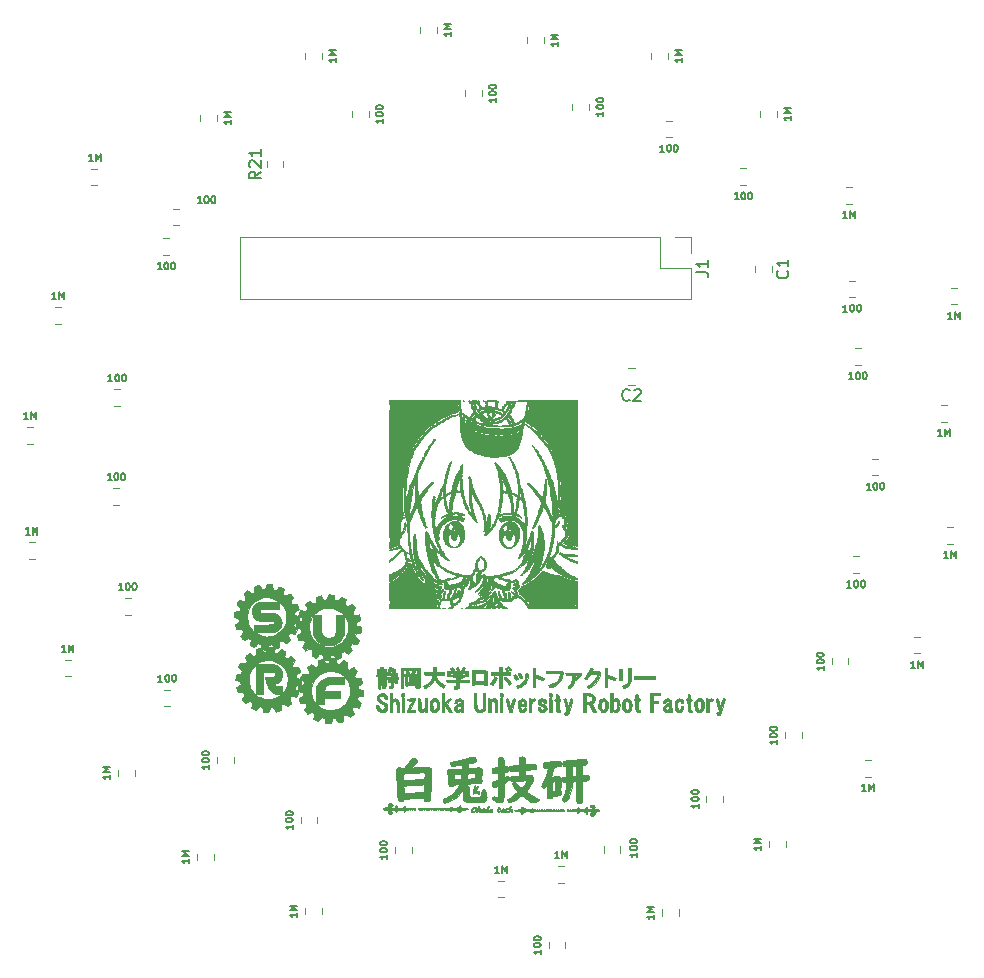
<source format=gto>
G04 #@! TF.GenerationSoftware,KiCad,Pcbnew,(6.0.0-rc1-dev-1521-g81a0ab4d7)*
G04 #@! TF.CreationDate,2019-02-16T00:36:45+09:00
G04 #@! TF.ProjectId,lineses,6c696e65-7365-4732-9e6b-696361645f70,rev?*
G04 #@! TF.SameCoordinates,Original*
G04 #@! TF.FileFunction,Legend,Top*
G04 #@! TF.FilePolarity,Positive*
%FSLAX46Y46*%
G04 Gerber Fmt 4.6, Leading zero omitted, Abs format (unit mm)*
G04 Created by KiCad (PCBNEW (6.0.0-rc1-dev-1521-g81a0ab4d7)) date 2019/02/16 0:36:45*
%MOMM*%
%LPD*%
G04 APERTURE LIST*
%ADD10C,0.120000*%
%ADD11C,0.010000*%
%ADD12C,0.150000*%
G04 APERTURE END LIST*
D10*
X101490000Y-49961422D02*
X101490000Y-50478578D01*
X102910000Y-49961422D02*
X102910000Y-50478578D01*
X91268578Y-60020000D02*
X90751422Y-60020000D01*
X91268578Y-58600000D02*
X90751422Y-58600000D01*
X57840000Y-47560000D02*
X57840000Y-52760000D01*
X93460000Y-47560000D02*
X57840000Y-47560000D01*
X96060000Y-52760000D02*
X57840000Y-52760000D01*
X93460000Y-47560000D02*
X93460000Y-50160000D01*
X93460000Y-50160000D02*
X96060000Y-50160000D01*
X96060000Y-50160000D02*
X96060000Y-52760000D01*
X94730000Y-47560000D02*
X96060000Y-47560000D01*
X96060000Y-47560000D02*
X96060000Y-48890000D01*
X76910000Y-35626078D02*
X76910000Y-35108922D01*
X78330000Y-35626078D02*
X78330000Y-35108922D01*
X83580000Y-31126078D02*
X83580000Y-30608922D01*
X82160000Y-31126078D02*
X82160000Y-30608922D01*
X48618578Y-78080000D02*
X48101422Y-78080000D01*
X48618578Y-79500000D02*
X48101422Y-79500000D01*
X100223922Y-41710000D02*
X100741078Y-41710000D01*
X100223922Y-43130000D02*
X100741078Y-43130000D01*
X109773922Y-75990000D02*
X110291078Y-75990000D01*
X109773922Y-74570000D02*
X110291078Y-74570000D01*
X40486078Y-74800000D02*
X39968922Y-74800000D01*
X40486078Y-73380000D02*
X39968922Y-73380000D01*
X109183922Y-44710000D02*
X109701078Y-44710000D01*
X109183922Y-43290000D02*
X109701078Y-43290000D01*
X114963922Y-81360000D02*
X115481078Y-81360000D01*
X114963922Y-82780000D02*
X115481078Y-82780000D01*
X67330000Y-37376078D02*
X67330000Y-36858922D01*
X68750000Y-37376078D02*
X68750000Y-36858922D01*
X51961078Y-87260000D02*
X51443922Y-87260000D01*
X51961078Y-85840000D02*
X51443922Y-85840000D01*
X93931422Y-37670000D02*
X94448578Y-37670000D01*
X93931422Y-39090000D02*
X94448578Y-39090000D01*
X98780000Y-94833922D02*
X98780000Y-95351078D01*
X97360000Y-94833922D02*
X97360000Y-95351078D01*
X74560000Y-30241078D02*
X74560000Y-29723922D01*
X73140000Y-30241078D02*
X73140000Y-29723922D01*
X43526078Y-83300000D02*
X43008922Y-83300000D01*
X43526078Y-84720000D02*
X43008922Y-84720000D01*
X103290000Y-37378578D02*
X103290000Y-36861422D01*
X101870000Y-37378578D02*
X101870000Y-36861422D01*
X93590000Y-104458922D02*
X93590000Y-104976078D01*
X95010000Y-104458922D02*
X95010000Y-104976078D01*
X60110000Y-41608578D02*
X60110000Y-41091422D01*
X61530000Y-41608578D02*
X61530000Y-41091422D01*
X57340000Y-91553922D02*
X57340000Y-92071078D01*
X55920000Y-91553922D02*
X55920000Y-92071078D01*
X86000000Y-36756078D02*
X86000000Y-36238922D01*
X87420000Y-36756078D02*
X87420000Y-36238922D01*
X103990000Y-89453922D02*
X103990000Y-89971078D01*
X105410000Y-89453922D02*
X105410000Y-89971078D01*
X64780000Y-32476078D02*
X64780000Y-31958922D01*
X63360000Y-32476078D02*
X63360000Y-31958922D01*
X47540000Y-92633922D02*
X47540000Y-93151078D01*
X48960000Y-92633922D02*
X48960000Y-93151078D01*
X94090000Y-32446078D02*
X94090000Y-31928922D01*
X92670000Y-32446078D02*
X92670000Y-31928922D01*
X104060000Y-98691422D02*
X104060000Y-99208578D01*
X102640000Y-98691422D02*
X102640000Y-99208578D01*
X52671078Y-46530000D02*
X52153922Y-46530000D01*
X52671078Y-45110000D02*
X52153922Y-45110000D01*
X64420000Y-96633922D02*
X64420000Y-97151078D01*
X63000000Y-96633922D02*
X63000000Y-97151078D01*
X107960000Y-83193922D02*
X107960000Y-83711078D01*
X109380000Y-83193922D02*
X109380000Y-83711078D01*
X55890000Y-37696078D02*
X55890000Y-37178922D01*
X54470000Y-37696078D02*
X54470000Y-37178922D01*
X54250000Y-99763922D02*
X54250000Y-100281078D01*
X55670000Y-99763922D02*
X55670000Y-100281078D01*
X110763922Y-93230000D02*
X111281078Y-93230000D01*
X110763922Y-91810000D02*
X111281078Y-91810000D01*
X51888578Y-49050000D02*
X51371422Y-49050000D01*
X51888578Y-47630000D02*
X51371422Y-47630000D01*
X72410000Y-99163922D02*
X72410000Y-99681078D01*
X70990000Y-99163922D02*
X70990000Y-99681078D01*
X111403922Y-66290000D02*
X111921078Y-66290000D01*
X111403922Y-67710000D02*
X111921078Y-67710000D01*
X45263922Y-43160000D02*
X45781078Y-43160000D01*
X45263922Y-41740000D02*
X45781078Y-41740000D01*
X63380000Y-104353922D02*
X63380000Y-104871078D01*
X64800000Y-104353922D02*
X64800000Y-104871078D01*
X117733922Y-73500000D02*
X118251078Y-73500000D01*
X117733922Y-72080000D02*
X118251078Y-72080000D01*
X47726078Y-61830000D02*
X47208922Y-61830000D01*
X47726078Y-60410000D02*
X47208922Y-60410000D01*
X85410000Y-107211422D02*
X85410000Y-107728578D01*
X83990000Y-107211422D02*
X83990000Y-107728578D01*
X109923922Y-56920000D02*
X110441078Y-56920000D01*
X109923922Y-58340000D02*
X110441078Y-58340000D01*
X42746078Y-53460000D02*
X42228922Y-53460000D01*
X42746078Y-54880000D02*
X42228922Y-54880000D01*
X80246078Y-102010000D02*
X79728922Y-102010000D01*
X80246078Y-103430000D02*
X79728922Y-103430000D01*
X117203922Y-63150000D02*
X117721078Y-63150000D01*
X117203922Y-61730000D02*
X117721078Y-61730000D01*
X47658578Y-70180000D02*
X47141422Y-70180000D01*
X47658578Y-68760000D02*
X47141422Y-68760000D01*
X90080000Y-99123922D02*
X90080000Y-99641078D01*
X88660000Y-99123922D02*
X88660000Y-99641078D01*
X109433922Y-51210000D02*
X109951078Y-51210000D01*
X109433922Y-52630000D02*
X109951078Y-52630000D01*
X40378578Y-63590000D02*
X39861422Y-63590000D01*
X40378578Y-65010000D02*
X39861422Y-65010000D01*
X85338578Y-102210000D02*
X84821422Y-102210000D01*
X85338578Y-100790000D02*
X84821422Y-100790000D01*
X118093922Y-53220000D02*
X118611078Y-53220000D01*
X118093922Y-51800000D02*
X118611078Y-51800000D01*
D11*
G36*
X60247352Y-76910661D02*
G01*
X60305178Y-76914177D01*
X60368060Y-76918903D01*
X60429913Y-76924344D01*
X60484657Y-76930002D01*
X60526208Y-76935384D01*
X60548486Y-76939992D01*
X60548507Y-76940000D01*
X60556611Y-76954408D01*
X60567490Y-76990266D01*
X60580205Y-77043897D01*
X60593820Y-77111622D01*
X60597797Y-77133346D01*
X60610492Y-77201825D01*
X60622698Y-77263529D01*
X60633301Y-77313104D01*
X60641184Y-77345195D01*
X60643372Y-77352058D01*
X60652560Y-77367864D01*
X60669632Y-77380684D01*
X60699556Y-77392858D01*
X60747300Y-77406729D01*
X60774170Y-77413703D01*
X60892983Y-77443956D01*
X60985210Y-77343853D01*
X61029769Y-77294684D01*
X61073593Y-77244956D01*
X61110170Y-77202117D01*
X61125044Y-77183934D01*
X61154012Y-77151784D01*
X61180213Y-77129868D01*
X61194598Y-77123609D01*
X61213070Y-77128959D01*
X61249629Y-77144054D01*
X61299832Y-77166903D01*
X61359240Y-77195519D01*
X61394623Y-77213194D01*
X61472318Y-77253715D01*
X61527315Y-77285245D01*
X61560462Y-77308314D01*
X61572607Y-77323452D01*
X61572699Y-77324506D01*
X61570054Y-77344235D01*
X61562801Y-77383506D01*
X61551972Y-77437095D01*
X61538593Y-77499777D01*
X61534809Y-77516987D01*
X61520825Y-77582430D01*
X61509137Y-77641388D01*
X61500802Y-77688206D01*
X61496876Y-77717229D01*
X61496709Y-77720795D01*
X61506914Y-77746970D01*
X61533923Y-77780075D01*
X61571921Y-77815520D01*
X61615091Y-77848713D01*
X61657616Y-77875062D01*
X61693680Y-77889977D01*
X61712400Y-77891054D01*
X61734949Y-77882764D01*
X61775158Y-77865371D01*
X61827982Y-77841153D01*
X61888373Y-77812388D01*
X61910504Y-77801599D01*
X61970449Y-77772632D01*
X62022725Y-77748193D01*
X62062912Y-77730284D01*
X62086589Y-77720910D01*
X62090475Y-77719999D01*
X62102790Y-77729106D01*
X62127769Y-77753753D01*
X62161858Y-77789936D01*
X62201502Y-77833646D01*
X62243148Y-77880878D01*
X62283241Y-77927625D01*
X62318227Y-77969879D01*
X62344552Y-78003636D01*
X62354046Y-78017120D01*
X62361736Y-78030388D01*
X62364345Y-78043435D01*
X62360069Y-78060203D01*
X62347100Y-78084634D01*
X62323634Y-78120673D01*
X62287863Y-78172261D01*
X62273809Y-78192290D01*
X62223721Y-78263490D01*
X62186676Y-78317598D01*
X62161651Y-78358670D01*
X62147624Y-78390761D01*
X62143571Y-78417930D01*
X62148469Y-78444232D01*
X62161296Y-78473724D01*
X62181028Y-78510462D01*
X62189603Y-78526203D01*
X62248104Y-78634400D01*
X62313627Y-78634198D01*
X62353108Y-78633035D01*
X62409774Y-78630036D01*
X62475518Y-78625680D01*
X62531550Y-78621346D01*
X62597071Y-78616298D01*
X62641871Y-78614138D01*
X62670482Y-78615061D01*
X62687442Y-78619266D01*
X62697283Y-78626949D01*
X62698566Y-78628603D01*
X62707827Y-78647815D01*
X62722626Y-78685768D01*
X62741091Y-78736912D01*
X62761346Y-78795693D01*
X62781518Y-78856562D01*
X62799730Y-78913965D01*
X62814110Y-78962350D01*
X62822783Y-78996167D01*
X62822969Y-78997062D01*
X62825353Y-79013248D01*
X62822803Y-79027014D01*
X62812111Y-79041430D01*
X62790066Y-79059567D01*
X62753458Y-79084493D01*
X62699078Y-79119280D01*
X62687593Y-79126548D01*
X62629986Y-79163700D01*
X62576501Y-79199477D01*
X62532792Y-79230012D01*
X62504517Y-79251439D01*
X62502867Y-79252836D01*
X62461484Y-79288450D01*
X62476426Y-79406646D01*
X62491367Y-79524842D01*
X62536858Y-79544528D01*
X62566251Y-79556118D01*
X62613433Y-79573456D01*
X62672091Y-79594268D01*
X62735915Y-79616283D01*
X62741100Y-79618043D01*
X62899850Y-79671873D01*
X62899512Y-79810361D01*
X62898532Y-79875767D01*
X62896169Y-79939708D01*
X62892824Y-79993055D01*
X62890427Y-80016855D01*
X62881681Y-80084861D01*
X62928865Y-80076405D01*
X62987947Y-80065590D01*
X63027500Y-80055219D01*
X63052835Y-80040433D01*
X63069264Y-80016375D01*
X63082099Y-79978187D01*
X63096018Y-79923527D01*
X63126427Y-79802401D01*
X63032188Y-79715675D01*
X62983060Y-79670875D01*
X62932402Y-79625355D01*
X62888558Y-79586591D01*
X62874450Y-79574352D01*
X62846720Y-79549122D01*
X64049200Y-79549122D01*
X64061642Y-79552987D01*
X64097956Y-79556198D01*
X64156620Y-79558699D01*
X64236112Y-79560438D01*
X64334910Y-79561360D01*
X64398049Y-79561500D01*
X64746898Y-79561499D01*
X64754050Y-81004307D01*
X64800844Y-81098878D01*
X64864395Y-81201436D01*
X64945329Y-81290508D01*
X65039705Y-81362843D01*
X65143582Y-81415190D01*
X65209159Y-81435732D01*
X65290345Y-81448528D01*
X65382064Y-81452116D01*
X65471113Y-81446332D01*
X65512249Y-81439509D01*
X65619953Y-81404121D01*
X65720441Y-81346994D01*
X65810214Y-81271513D01*
X65885774Y-81181067D01*
X65943621Y-81079040D01*
X65974645Y-80991921D01*
X65978658Y-80971632D01*
X65982048Y-80942078D01*
X65984860Y-80901348D01*
X65987140Y-80847525D01*
X65988931Y-80778695D01*
X65990278Y-80692945D01*
X65991228Y-80588360D01*
X65991823Y-80463026D01*
X65992109Y-80315028D01*
X65992149Y-80244125D01*
X65992300Y-79561500D01*
X66341550Y-79561500D01*
X66432763Y-79561154D01*
X66515091Y-79560177D01*
X66585289Y-79558663D01*
X66640117Y-79556703D01*
X66676331Y-79554389D01*
X66690690Y-79551814D01*
X66690800Y-79551564D01*
X66682641Y-79538883D01*
X66660443Y-79511767D01*
X66627622Y-79474233D01*
X66588674Y-79431465D01*
X66439788Y-79289204D01*
X66276264Y-79167589D01*
X66098882Y-79067077D01*
X65908421Y-78988128D01*
X65761116Y-78944259D01*
X65661729Y-78924730D01*
X65546185Y-78910966D01*
X65422729Y-78903286D01*
X65299604Y-78902008D01*
X65185054Y-78907452D01*
X65095226Y-78918513D01*
X64905270Y-78963369D01*
X64719290Y-79030240D01*
X64542976Y-79116764D01*
X64401262Y-79206625D01*
X64360555Y-79237993D01*
X64312204Y-79278913D01*
X64259660Y-79326026D01*
X64206375Y-79375975D01*
X64155800Y-79425402D01*
X64111389Y-79470948D01*
X64076591Y-79509256D01*
X64054859Y-79536968D01*
X64049200Y-79549122D01*
X62846720Y-79549122D01*
X62841322Y-79544211D01*
X62817060Y-79519021D01*
X62807328Y-79505044D01*
X62811530Y-79489371D01*
X62825140Y-79456042D01*
X62845807Y-79409915D01*
X62871178Y-79355845D01*
X62898903Y-79298690D01*
X62926630Y-79243308D01*
X62952007Y-79194556D01*
X62972682Y-79157291D01*
X62985086Y-79137899D01*
X62993288Y-79128802D01*
X63004014Y-79123649D01*
X63021503Y-79122793D01*
X63049991Y-79126587D01*
X63093718Y-79135385D01*
X63156920Y-79149540D01*
X63175458Y-79153774D01*
X63242897Y-79168341D01*
X63305717Y-79180370D01*
X63357660Y-79188765D01*
X63392470Y-79192431D01*
X63396909Y-79192500D01*
X63421794Y-79190622D01*
X63441905Y-79183111D01*
X63462532Y-79165916D01*
X63488964Y-79134980D01*
X63513822Y-79102888D01*
X63540242Y-79068233D01*
X63558905Y-79040470D01*
X63569400Y-79015361D01*
X63571321Y-78988666D01*
X63564259Y-78956147D01*
X63547805Y-78913566D01*
X63521551Y-78856684D01*
X63485088Y-78781263D01*
X63482267Y-78775436D01*
X63399936Y-78605322D01*
X63448343Y-78555341D01*
X63478254Y-78526673D01*
X63521726Y-78487786D01*
X63572422Y-78444251D01*
X63613918Y-78409820D01*
X63731087Y-78314280D01*
X63779018Y-78351706D01*
X63811995Y-78376221D01*
X63856542Y-78407680D01*
X63907613Y-78442717D01*
X63960163Y-78477962D01*
X64009147Y-78510046D01*
X64049520Y-78535602D01*
X64076237Y-78551261D01*
X64082047Y-78554028D01*
X64101386Y-78551783D01*
X64137035Y-78539456D01*
X64183081Y-78519269D01*
X64210134Y-78505910D01*
X64318566Y-78450250D01*
X64310560Y-78272667D01*
X64307072Y-78203724D01*
X64303161Y-78139997D01*
X64299257Y-78087752D01*
X64295792Y-78053255D01*
X64295137Y-78048701D01*
X64287720Y-78002318D01*
X64389641Y-77963013D01*
X64453069Y-77939890D01*
X64526495Y-77915106D01*
X64595380Y-77893545D01*
X64603756Y-77891084D01*
X64656946Y-77876043D01*
X64691027Y-77868094D01*
X64711143Y-77866771D01*
X64722434Y-77871604D01*
X64728650Y-77879725D01*
X64739798Y-77897412D01*
X64762119Y-77932085D01*
X64792857Y-77979488D01*
X64829259Y-78035369D01*
X64849227Y-78065931D01*
X64957104Y-78230871D01*
X65039727Y-78222732D01*
X65107021Y-78215784D01*
X65153857Y-78209081D01*
X65185062Y-78200451D01*
X65205464Y-78187720D01*
X65219889Y-78168714D01*
X65233164Y-78141260D01*
X65236247Y-78134240D01*
X65251950Y-78095335D01*
X65272489Y-78040184D01*
X65294966Y-77976737D01*
X65312641Y-77924610D01*
X65360576Y-77779970D01*
X65514513Y-77789419D01*
X65581677Y-77793905D01*
X65646204Y-77798851D01*
X65700143Y-77803611D01*
X65731950Y-77807059D01*
X65795450Y-77815250D01*
X65812682Y-77910500D01*
X65823462Y-77967412D01*
X65837356Y-78037063D01*
X65851940Y-78107404D01*
X65857132Y-78131682D01*
X65884350Y-78257614D01*
X66002919Y-78288688D01*
X66121488Y-78319761D01*
X66166054Y-78277055D01*
X66192347Y-78250167D01*
X66229817Y-78209667D01*
X66273210Y-78161318D01*
X66312105Y-78116875D01*
X66352454Y-78071598D01*
X66387940Y-78034420D01*
X66414801Y-78009103D01*
X66429277Y-77999410D01*
X66429496Y-77999400D01*
X66447041Y-78004866D01*
X66482025Y-78019637D01*
X66529369Y-78041267D01*
X66583991Y-78067312D01*
X66640812Y-78095327D01*
X66694751Y-78122867D01*
X66740728Y-78147487D01*
X66760001Y-78158441D01*
X66813547Y-78189821D01*
X66778807Y-78348306D01*
X66764560Y-78415129D01*
X66751635Y-78479067D01*
X66741477Y-78532759D01*
X66735624Y-78568177D01*
X66727181Y-78629563D01*
X66822839Y-78702830D01*
X66871278Y-78738530D01*
X66905272Y-78759618D01*
X66929308Y-78768417D01*
X66947523Y-78767354D01*
X66968850Y-78758974D01*
X67008251Y-78741716D01*
X67060926Y-78717747D01*
X67122078Y-78689235D01*
X67153050Y-78674563D01*
X67329550Y-78590516D01*
X67399067Y-78666433D01*
X67440794Y-78713048D01*
X67483811Y-78762874D01*
X67524829Y-78811884D01*
X67560563Y-78856050D01*
X67587723Y-78891346D01*
X67603022Y-78913743D01*
X67605200Y-78918941D01*
X67598405Y-78932110D01*
X67579827Y-78961937D01*
X67552170Y-79004217D01*
X67518140Y-79054746D01*
X67512099Y-79063586D01*
X67474007Y-79119666D01*
X67438583Y-79172627D01*
X67409718Y-79216602D01*
X67391300Y-79245724D01*
X67390963Y-79246285D01*
X67362928Y-79293020D01*
X67423739Y-79403175D01*
X67484550Y-79513331D01*
X67643300Y-79505137D01*
X67711257Y-79501308D01*
X67776438Y-79497071D01*
X67831112Y-79492962D01*
X67865569Y-79489744D01*
X67929088Y-79482544D01*
X67970707Y-79595047D01*
X67992659Y-79656872D01*
X68014157Y-79721752D01*
X68033537Y-79784158D01*
X68049136Y-79838561D01*
X68059289Y-79879432D01*
X68062400Y-79899778D01*
X68052197Y-79911540D01*
X68024267Y-79933510D01*
X67982625Y-79962765D01*
X67931284Y-79996382D01*
X67919525Y-80003798D01*
X67862024Y-80040613D01*
X67808782Y-80076127D01*
X67765453Y-80106475D01*
X67737694Y-80127793D01*
X67736275Y-80129029D01*
X67695900Y-80164750D01*
X67710234Y-80281241D01*
X67724569Y-80397732D01*
X67782359Y-80424368D01*
X67817939Y-80439180D01*
X67870241Y-80458985D01*
X67931801Y-80481026D01*
X67986200Y-80499585D01*
X68132250Y-80548166D01*
X68131858Y-80699358D01*
X68130842Y-80767200D01*
X68128396Y-80833522D01*
X68124911Y-80889777D01*
X68121665Y-80921606D01*
X68111864Y-80992662D01*
X67976007Y-81014707D01*
X67909010Y-81026206D01*
X67841008Y-81038927D01*
X67782230Y-81050913D01*
X67757407Y-81056515D01*
X67674665Y-81076278D01*
X67606217Y-81307750D01*
X67704133Y-81403435D01*
X67753907Y-81451148D01*
X67806084Y-81499649D01*
X67852594Y-81541495D01*
X67871900Y-81558187D01*
X67941750Y-81617252D01*
X67848111Y-81803224D01*
X67815562Y-81866162D01*
X67785644Y-81920864D01*
X67760666Y-81963345D01*
X67742935Y-81989625D01*
X67736269Y-81996182D01*
X67717283Y-81996295D01*
X67679165Y-81991407D01*
X67627502Y-81982380D01*
X67569558Y-81970447D01*
X67504085Y-81956619D01*
X67440924Y-81944322D01*
X67388004Y-81935043D01*
X67357550Y-81930698D01*
X67294050Y-81923670D01*
X67221301Y-82018455D01*
X67148553Y-82113241D01*
X67193475Y-82218495D01*
X67221896Y-82281947D01*
X67254990Y-82351213D01*
X67286069Y-82412339D01*
X67289001Y-82417825D01*
X67339605Y-82511900D01*
X67297777Y-82556044D01*
X67273231Y-82579979D01*
X67237048Y-82612851D01*
X67193426Y-82651115D01*
X67146564Y-82691229D01*
X67100661Y-82729648D01*
X67059917Y-82762830D01*
X67028531Y-82787231D01*
X67010701Y-82799308D01*
X67008670Y-82800000D01*
X66995907Y-82793091D01*
X66966482Y-82774156D01*
X66924441Y-82745880D01*
X66873827Y-82710950D01*
X66859733Y-82701089D01*
X66803625Y-82662245D01*
X66751168Y-82626869D01*
X66707775Y-82598550D01*
X66678861Y-82580878D01*
X66676205Y-82579419D01*
X66633650Y-82556660D01*
X66527033Y-82617227D01*
X66420416Y-82677795D01*
X66437666Y-83124379D01*
X66348734Y-83158979D01*
X66300942Y-83176489D01*
X66243894Y-83195766D01*
X66183411Y-83215039D01*
X66125315Y-83232541D01*
X66075427Y-83246502D01*
X66039569Y-83255153D01*
X66025804Y-83257102D01*
X66011603Y-83246880D01*
X65991697Y-83220982D01*
X65980733Y-83203127D01*
X65960362Y-83168999D01*
X65932325Y-83124308D01*
X65899714Y-83073711D01*
X65865619Y-83021869D01*
X65833129Y-82973440D01*
X65805336Y-82933084D01*
X65785328Y-82905460D01*
X65776639Y-82895398D01*
X65760808Y-82894405D01*
X65725896Y-82896411D01*
X65677989Y-82900990D01*
X65649693Y-82904280D01*
X65531851Y-82918790D01*
X65501970Y-82983220D01*
X65485688Y-83022130D01*
X65464889Y-83077265D01*
X65442529Y-83140571D01*
X65425879Y-83190525D01*
X65379668Y-83333400D01*
X65251009Y-83331793D01*
X65183672Y-83329856D01*
X65114017Y-83326060D01*
X65053566Y-83321089D01*
X65034311Y-83318896D01*
X64990183Y-83312805D01*
X64957386Y-83307462D01*
X64942675Y-83303975D01*
X64942524Y-83303858D01*
X64939006Y-83290703D01*
X64931901Y-83257124D01*
X64922128Y-83207694D01*
X64910607Y-83146984D01*
X64906177Y-83123079D01*
X64890829Y-83038342D01*
X64878934Y-82974864D01*
X64868388Y-82929118D01*
X64857084Y-82897579D01*
X64842917Y-82876721D01*
X64823782Y-82863018D01*
X64797572Y-82852944D01*
X64762183Y-82842973D01*
X64734234Y-82835160D01*
X64683190Y-82820431D01*
X64642459Y-82808757D01*
X64617387Y-82801664D01*
X64612031Y-82800235D01*
X64603024Y-82808972D01*
X64580689Y-82832822D01*
X64548540Y-82867884D01*
X64510093Y-82910259D01*
X64468862Y-82956048D01*
X64428362Y-83001351D01*
X64392108Y-83042268D01*
X64363616Y-83074900D01*
X64349902Y-83091049D01*
X64314055Y-83134340D01*
X64134002Y-83043788D01*
X64071364Y-83012119D01*
X64016080Y-82983854D01*
X63972444Y-82961214D01*
X63944752Y-82946418D01*
X63937696Y-82942310D01*
X63932006Y-82932796D01*
X63931048Y-82912529D01*
X63935233Y-82877950D01*
X63944972Y-82825500D01*
X63958640Y-82760916D01*
X63977571Y-82674967D01*
X63991389Y-82610057D01*
X63999642Y-82562256D01*
X64001876Y-82527636D01*
X63997639Y-82502266D01*
X63986478Y-82482217D01*
X63967941Y-82463559D01*
X63941573Y-82442363D01*
X63919967Y-82425319D01*
X63878610Y-82392784D01*
X63843820Y-82366600D01*
X63820970Y-82350759D01*
X63816104Y-82348104D01*
X63800415Y-82351614D01*
X63766065Y-82364849D01*
X63717065Y-82386083D01*
X63657427Y-82413592D01*
X63604672Y-82438998D01*
X63407850Y-82535497D01*
X63346855Y-82467723D01*
X63310673Y-82426437D01*
X63266266Y-82374203D01*
X63221200Y-82319963D01*
X63204439Y-82299406D01*
X63123018Y-82198863D01*
X63162092Y-82147006D01*
X63184876Y-82115503D01*
X63217126Y-82069268D01*
X63254358Y-82014793D01*
X63288202Y-81964416D01*
X63375238Y-81833683D01*
X63330486Y-81754866D01*
X63305686Y-81710591D01*
X63284148Y-81671095D01*
X63270863Y-81645576D01*
X63255992Y-81615102D01*
X62806364Y-81631388D01*
X62768662Y-81533069D01*
X62743513Y-81464346D01*
X62720272Y-81395119D01*
X62700578Y-81330859D01*
X62686072Y-81277038D01*
X62678394Y-81239128D01*
X62677600Y-81229233D01*
X62685711Y-81211798D01*
X62711412Y-81187909D01*
X62756751Y-81155862D01*
X62795075Y-81131487D01*
X62851407Y-81095947D01*
X62907044Y-81059748D01*
X62953868Y-81028219D01*
X62974106Y-81013942D01*
X63035663Y-80969165D01*
X63027172Y-80865407D01*
X63022471Y-80814170D01*
X63017590Y-80771004D01*
X63013424Y-80743588D01*
X63012605Y-80740120D01*
X62998451Y-80726798D01*
X62964502Y-80707746D01*
X62915198Y-80684833D01*
X62854982Y-80659925D01*
X62788294Y-80634891D01*
X62719577Y-80611598D01*
X62673823Y-80597667D01*
X62666898Y-80595202D01*
X63706506Y-80595202D01*
X63722501Y-80794588D01*
X63762528Y-80991717D01*
X63789993Y-81083674D01*
X63865483Y-81272568D01*
X63961902Y-81448381D01*
X64077679Y-81609814D01*
X64211245Y-81755572D01*
X64361028Y-81884359D01*
X64525457Y-81994877D01*
X64702963Y-82085831D01*
X64891973Y-82155923D01*
X65090919Y-82203858D01*
X65160450Y-82214866D01*
X65230823Y-82220951D01*
X65318128Y-82223093D01*
X65414251Y-82221577D01*
X65511078Y-82216688D01*
X65600497Y-82208713D01*
X65674392Y-82197936D01*
X65681546Y-82196527D01*
X65880860Y-82143437D01*
X66069803Y-82068199D01*
X66246702Y-81972066D01*
X66409883Y-81856294D01*
X66557671Y-81722137D01*
X66688394Y-81570850D01*
X66800378Y-81403687D01*
X66843094Y-81325798D01*
X66926978Y-81135754D01*
X66986438Y-80940794D01*
X67021407Y-80742573D01*
X67031820Y-80542743D01*
X67017609Y-80342958D01*
X66978708Y-80144871D01*
X66915051Y-79950135D01*
X66899961Y-79913200D01*
X66876701Y-79861970D01*
X66847921Y-79804346D01*
X66816234Y-79744910D01*
X66784257Y-79688245D01*
X66754604Y-79638935D01*
X66729889Y-79601563D01*
X66712729Y-79580712D01*
X66708775Y-79578088D01*
X66706336Y-79589676D01*
X66704126Y-79625068D01*
X66702171Y-79682666D01*
X66700498Y-79760875D01*
X66699134Y-79858098D01*
X66698104Y-79972739D01*
X66697436Y-80103202D01*
X66697157Y-80247890D01*
X66697150Y-80275888D01*
X66697071Y-80438978D01*
X66696709Y-80579007D01*
X66695871Y-80698317D01*
X66694366Y-80799246D01*
X66692004Y-80884134D01*
X66688593Y-80955322D01*
X66683942Y-81015149D01*
X66677859Y-81065955D01*
X66670154Y-81110079D01*
X66660635Y-81149862D01*
X66649110Y-81187643D01*
X66635390Y-81225762D01*
X66619282Y-81266559D01*
X66615412Y-81276093D01*
X66542132Y-81423413D01*
X66447250Y-81561309D01*
X66333579Y-81687365D01*
X66203931Y-81799165D01*
X66061119Y-81894293D01*
X65907955Y-81970330D01*
X65747253Y-82024862D01*
X65742472Y-82026107D01*
X65558308Y-82061027D01*
X65370429Y-82072448D01*
X65182658Y-82060631D01*
X64998822Y-82025837D01*
X64822745Y-81968328D01*
X64807933Y-81962266D01*
X64674943Y-81895197D01*
X64545859Y-81807874D01*
X64424551Y-81704200D01*
X64314890Y-81588079D01*
X64220747Y-81463414D01*
X64145993Y-81334110D01*
X64114882Y-81263300D01*
X64100659Y-81226324D01*
X64088500Y-81192719D01*
X64078221Y-81160191D01*
X64069638Y-81126450D01*
X64062567Y-81089202D01*
X64056826Y-81046158D01*
X64052229Y-80995024D01*
X64048593Y-80933509D01*
X64045734Y-80859321D01*
X64043468Y-80770168D01*
X64041612Y-80663758D01*
X64039982Y-80537800D01*
X64038394Y-80390002D01*
X64037467Y-80298100D01*
X64030150Y-79567850D01*
X63975851Y-79650400D01*
X63876467Y-79824219D01*
X63799523Y-80008066D01*
X63745335Y-80199483D01*
X63714223Y-80396014D01*
X63706506Y-80595202D01*
X62666898Y-80595202D01*
X62633273Y-80583234D01*
X62603489Y-80567537D01*
X62592609Y-80556669D01*
X62590915Y-80537430D01*
X62591417Y-80497995D01*
X62593922Y-80443454D01*
X62598238Y-80378899D01*
X62600326Y-80352648D01*
X62605482Y-80287243D01*
X62609349Y-80231515D01*
X62611652Y-80190028D01*
X62612116Y-80167346D01*
X62611690Y-80164519D01*
X62598299Y-80165135D01*
X62566958Y-80170468D01*
X62524430Y-80179366D01*
X62524085Y-80179443D01*
X62440421Y-80198244D01*
X62407796Y-80313722D01*
X62394176Y-80365572D01*
X62384688Y-80408932D01*
X62380608Y-80437544D01*
X62381070Y-80444575D01*
X62391976Y-80457424D01*
X62418169Y-80483372D01*
X62455756Y-80518868D01*
X62500840Y-80560361D01*
X62549528Y-80604303D01*
X62597923Y-80647142D01*
X62642132Y-80685329D01*
X62676915Y-80714233D01*
X62707981Y-80739247D01*
X62614833Y-80926146D01*
X62582510Y-80989296D01*
X62552803Y-81044190D01*
X62527995Y-81086846D01*
X62510368Y-81113284D01*
X62503675Y-81119956D01*
X62484768Y-81120041D01*
X62446721Y-81115131D01*
X62395109Y-81106090D01*
X62337158Y-81094147D01*
X62271675Y-81080249D01*
X62208507Y-81067767D01*
X62155584Y-81058216D01*
X62125150Y-81053605D01*
X62061650Y-81045784D01*
X61988593Y-81141292D01*
X61915536Y-81236799D01*
X61940492Y-81300111D01*
X61956354Y-81337162D01*
X61980387Y-81389472D01*
X62009156Y-81449703D01*
X62035438Y-81502982D01*
X62105430Y-81642541D01*
X62013690Y-81727582D01*
X61937510Y-81796166D01*
X61872521Y-81850493D01*
X61820153Y-81889517D01*
X61781836Y-81912189D01*
X61759000Y-81917462D01*
X61756244Y-81916218D01*
X61714667Y-81887156D01*
X61664212Y-81852636D01*
X61608979Y-81815373D01*
X61553070Y-81778083D01*
X61500586Y-81743481D01*
X61455627Y-81714282D01*
X61422293Y-81693202D01*
X61404687Y-81682957D01*
X61403129Y-81682400D01*
X61388678Y-81688369D01*
X61357716Y-81704384D01*
X61315621Y-81727602D01*
X61290787Y-81741769D01*
X61187857Y-81801139D01*
X61195626Y-82025204D01*
X61203394Y-82249270D01*
X61080072Y-82294305D01*
X61015120Y-82317081D01*
X60950128Y-82338232D01*
X60889702Y-82356445D01*
X60838445Y-82370408D01*
X60800963Y-82378808D01*
X60781860Y-82380333D01*
X60780616Y-82379659D01*
X60772601Y-82367669D01*
X60753531Y-82338217D01*
X60725964Y-82295280D01*
X60692461Y-82242838D01*
X60679281Y-82222150D01*
X60633737Y-82150268D01*
X60599156Y-82096849D01*
X60572123Y-82059415D01*
X60549226Y-82035487D01*
X60527052Y-82022587D01*
X60502188Y-82018235D01*
X60471222Y-82019954D01*
X60430741Y-82025266D01*
X60411635Y-82027776D01*
X60289857Y-82043157D01*
X60253279Y-82139003D01*
X60231247Y-82198877D01*
X60206546Y-82269262D01*
X60183990Y-82336397D01*
X60180883Y-82345975D01*
X60145064Y-82457100D01*
X60036224Y-82457100D01*
X59985971Y-82455892D01*
X59927367Y-82452636D01*
X59866083Y-82447884D01*
X59807788Y-82442186D01*
X59758150Y-82436093D01*
X59722840Y-82430157D01*
X59707740Y-82425174D01*
X59703767Y-82411486D01*
X59696456Y-82377597D01*
X59686785Y-82328339D01*
X59675732Y-82268539D01*
X59673638Y-82256839D01*
X59661416Y-82190221D01*
X59649358Y-82127986D01*
X59638817Y-82076906D01*
X59631146Y-82043755D01*
X59630867Y-82042706D01*
X59617185Y-81991895D01*
X59499567Y-81958164D01*
X59381950Y-81924433D01*
X59305610Y-82003441D01*
X59258856Y-82052859D01*
X59206103Y-82110172D01*
X59157849Y-82163957D01*
X59152497Y-82170046D01*
X59075723Y-82257642D01*
X58904986Y-82172632D01*
X58843161Y-82141472D01*
X58788069Y-82113002D01*
X58744399Y-82089698D01*
X58716842Y-82074038D01*
X58711135Y-82070286D01*
X58702278Y-82062280D01*
X58697254Y-82051467D01*
X58696386Y-82033655D01*
X58700000Y-82004653D01*
X58708421Y-81960269D01*
X58721974Y-81896314D01*
X58726110Y-81877199D01*
X58744672Y-81792154D01*
X58757954Y-81727996D01*
X58765327Y-81680642D01*
X58766160Y-81646009D01*
X58759822Y-81620013D01*
X58745684Y-81598571D01*
X58723115Y-81577599D01*
X58691483Y-81553014D01*
X58673981Y-81539572D01*
X58575613Y-81463293D01*
X58375531Y-81561257D01*
X58175450Y-81659222D01*
X58107043Y-81585086D01*
X58065440Y-81538525D01*
X58017461Y-81482626D01*
X57972291Y-81428128D01*
X57964681Y-81418688D01*
X57890725Y-81326426D01*
X58010862Y-81148898D01*
X58050704Y-81089023D01*
X58084960Y-81035631D01*
X58111260Y-80992577D01*
X58112547Y-80990250D01*
X59095154Y-80990250D01*
X59213152Y-81069292D01*
X59389047Y-81171925D01*
X59576695Y-81252368D01*
X59774524Y-81310058D01*
X59978850Y-81344203D01*
X60044285Y-81347857D01*
X60126797Y-81347381D01*
X60218485Y-81343253D01*
X60311449Y-81335950D01*
X60397785Y-81325950D01*
X60464146Y-81314865D01*
X60660722Y-81262210D01*
X60846462Y-81187390D01*
X61019979Y-81091818D01*
X61179887Y-80976906D01*
X61324798Y-80844067D01*
X61453328Y-80694712D01*
X61564090Y-80530254D01*
X61655698Y-80352105D01*
X61726765Y-80161677D01*
X61771635Y-79982914D01*
X61784181Y-79894564D01*
X61791476Y-79789868D01*
X61793526Y-79677332D01*
X61790339Y-79565460D01*
X61781921Y-79462756D01*
X61771179Y-79391650D01*
X61718965Y-79185616D01*
X61645802Y-78993853D01*
X61551498Y-78815991D01*
X61435858Y-78651659D01*
X61313951Y-78515594D01*
X61198050Y-78399450D01*
X61194656Y-78720125D01*
X61191263Y-79040799D01*
X60409597Y-79040800D01*
X60225897Y-79041017D01*
X60065167Y-79041666D01*
X59927759Y-79042741D01*
X59814027Y-79044235D01*
X59724324Y-79046144D01*
X59659003Y-79048461D01*
X59618418Y-79051181D01*
X59603496Y-79053876D01*
X59571952Y-79083940D01*
X59551706Y-79129709D01*
X59542785Y-79184243D01*
X59545218Y-79240603D01*
X59559035Y-79291852D01*
X59584264Y-79331051D01*
X59602289Y-79344577D01*
X59623472Y-79348744D01*
X59670044Y-79352159D01*
X59742002Y-79354822D01*
X59839348Y-79356733D01*
X59962079Y-79357892D01*
X60110196Y-79358299D01*
X60116796Y-79358300D01*
X60264217Y-79358606D01*
X60388931Y-79359658D01*
X60493622Y-79361659D01*
X60580976Y-79364809D01*
X60653679Y-79369310D01*
X60714416Y-79375364D01*
X60765874Y-79383172D01*
X60810739Y-79392936D01*
X60851695Y-79404857D01*
X60882621Y-79415769D01*
X60997958Y-79471977D01*
X61104334Y-79548708D01*
X61198281Y-79642118D01*
X61276331Y-79748360D01*
X61335016Y-79863589D01*
X61362922Y-79948343D01*
X61372863Y-80004388D01*
X61379498Y-80078160D01*
X61382175Y-80162128D01*
X61382200Y-80171100D01*
X61376505Y-80299678D01*
X61358017Y-80410484D01*
X61324632Y-80508790D01*
X61274243Y-80599867D01*
X61204744Y-80688984D01*
X61153790Y-80742913D01*
X61084699Y-80807950D01*
X61024040Y-80855516D01*
X60966676Y-80889606D01*
X60962661Y-80891587D01*
X60929162Y-80907906D01*
X60899162Y-80921979D01*
X60870567Y-80933988D01*
X60841283Y-80944115D01*
X60809217Y-80952544D01*
X60772274Y-80959457D01*
X60728362Y-80965037D01*
X60675385Y-80969466D01*
X60611250Y-80972927D01*
X60533863Y-80975603D01*
X60441131Y-80977677D01*
X60330960Y-80979330D01*
X60201256Y-80980747D01*
X60049924Y-80982109D01*
X59911652Y-80983284D01*
X59095154Y-80990250D01*
X58112547Y-80990250D01*
X58127229Y-80963714D01*
X58131000Y-80953773D01*
X58124781Y-80934480D01*
X58108511Y-80901123D01*
X58086730Y-80862660D01*
X58062746Y-80821128D01*
X58043777Y-80785181D01*
X58034542Y-80764196D01*
X58030516Y-80755338D01*
X58022536Y-80748983D01*
X58007029Y-80744826D01*
X57980422Y-80742563D01*
X57939140Y-80741891D01*
X57879612Y-80742505D01*
X57798346Y-80744099D01*
X57570068Y-80748950D01*
X57538912Y-80672750D01*
X57521323Y-80626117D01*
X57500334Y-80565096D01*
X57479354Y-80499770D01*
X57470199Y-80469550D01*
X57453640Y-80412447D01*
X57444070Y-80374673D01*
X57440961Y-80351294D01*
X57443784Y-80337376D01*
X57452010Y-80327987D01*
X57454796Y-80325809D01*
X57472968Y-80313105D01*
X57508006Y-80289457D01*
X57555507Y-80257806D01*
X57611070Y-80221094D01*
X57635700Y-80204908D01*
X57794450Y-80100749D01*
X57791979Y-80024799D01*
X57789194Y-79972118D01*
X57784768Y-79920261D01*
X57781775Y-79895536D01*
X57777138Y-79869068D01*
X57769128Y-79851089D01*
X57752585Y-79837165D01*
X57722352Y-79822865D01*
X57676295Y-79804912D01*
X57615344Y-79782469D01*
X57544105Y-79757448D01*
X57476568Y-79734749D01*
X57467424Y-79731783D01*
X57356300Y-79695964D01*
X57356300Y-79635720D01*
X58474571Y-79635720D01*
X58476903Y-79764021D01*
X58486204Y-79891007D01*
X58502153Y-80008198D01*
X58517666Y-80082121D01*
X58577428Y-80271196D01*
X58658825Y-80452598D01*
X58759780Y-80622781D01*
X58878219Y-80778196D01*
X58997002Y-80901546D01*
X59077150Y-80975759D01*
X59083934Y-80336767D01*
X59863939Y-80333308D01*
X60643944Y-80329850D01*
X60683989Y-80291750D01*
X60705250Y-80269929D01*
X60716781Y-80250137D01*
X60720954Y-80224053D01*
X60720141Y-80183355D01*
X60719319Y-80167790D01*
X60715113Y-80118392D01*
X60707298Y-80085862D01*
X60693087Y-80061683D01*
X60679832Y-80047140D01*
X60645060Y-80012350D01*
X60070655Y-80005897D01*
X59934495Y-80004326D01*
X59821242Y-80002859D01*
X59728403Y-80001364D01*
X59653487Y-79999708D01*
X59594001Y-79997760D01*
X59547453Y-79995385D01*
X59511350Y-79992453D01*
X59483200Y-79988830D01*
X59460512Y-79984384D01*
X59440793Y-79978982D01*
X59421551Y-79972492D01*
X59417933Y-79971193D01*
X59291631Y-79912983D01*
X59176937Y-79834912D01*
X59076847Y-79739938D01*
X58994356Y-79631019D01*
X58932460Y-79511112D01*
X58920725Y-79480245D01*
X58904366Y-79427256D01*
X58893499Y-79373075D01*
X58886766Y-79309116D01*
X58883403Y-79244000D01*
X58883957Y-79121357D01*
X58896284Y-79014999D01*
X58921627Y-78918094D01*
X58958889Y-78828567D01*
X58998794Y-78762751D01*
X59055059Y-78691215D01*
X59121614Y-78620166D01*
X59192394Y-78555810D01*
X59261330Y-78504352D01*
X59295633Y-78484124D01*
X59326171Y-78468049D01*
X59353046Y-78454178D01*
X59378296Y-78442334D01*
X59403964Y-78432340D01*
X59432090Y-78424019D01*
X59464716Y-78417195D01*
X59503881Y-78411690D01*
X59551627Y-78407329D01*
X59609995Y-78403933D01*
X59681025Y-78401327D01*
X59766759Y-78399334D01*
X59869237Y-78397777D01*
X59990501Y-78396478D01*
X60132590Y-78395263D01*
X60297547Y-78393953D01*
X60340800Y-78393604D01*
X61185350Y-78386750D01*
X61076309Y-78313941D01*
X60921125Y-78221769D01*
X60755288Y-78144107D01*
X60587780Y-78085043D01*
X60550350Y-78074621D01*
X60486905Y-78058633D01*
X60432242Y-78047136D01*
X60379040Y-78039190D01*
X60319978Y-78033856D01*
X60247736Y-78030197D01*
X60188400Y-78028217D01*
X60091450Y-78026315D01*
X60013057Y-78027218D01*
X59946502Y-78031225D01*
X59885066Y-78038637D01*
X59858200Y-78043007D01*
X59658514Y-78090183D01*
X59469311Y-78159666D01*
X59292015Y-78250029D01*
X59128050Y-78359851D01*
X58978839Y-78487706D01*
X58845807Y-78632171D01*
X58730377Y-78791821D01*
X58633975Y-78965233D01*
X58558023Y-79150983D01*
X58503946Y-79347646D01*
X58492107Y-79409100D01*
X58479532Y-79514586D01*
X58474571Y-79635720D01*
X57356300Y-79635720D01*
X57356300Y-79624588D01*
X57357775Y-79568204D01*
X57361784Y-79504420D01*
X57367700Y-79438612D01*
X57374897Y-79376152D01*
X57382749Y-79322414D01*
X57390629Y-79282773D01*
X57397912Y-79262601D01*
X57398565Y-79261878D01*
X57416048Y-79254779D01*
X57453552Y-79245020D01*
X57505986Y-79233764D01*
X57568260Y-79222174D01*
X57584900Y-79219338D01*
X57668266Y-79205243D01*
X57730352Y-79193264D01*
X57774884Y-79181081D01*
X57805591Y-79166373D01*
X57826201Y-79146817D01*
X57840441Y-79120093D01*
X57852040Y-79083880D01*
X57861820Y-79046910D01*
X57891090Y-78934992D01*
X57817370Y-78860173D01*
X57769706Y-78813812D01*
X57713746Y-78762313D01*
X57661087Y-78716331D01*
X57657925Y-78713678D01*
X57619310Y-78679078D01*
X57589726Y-78648164D01*
X57573752Y-78625912D01*
X57572200Y-78620552D01*
X57577842Y-78601660D01*
X57593082Y-78565519D01*
X57615385Y-78517196D01*
X57642219Y-78461758D01*
X57671050Y-78404272D01*
X57699345Y-78349806D01*
X57724571Y-78303427D01*
X57744195Y-78270203D01*
X57754229Y-78256427D01*
X57767309Y-78248100D01*
X57787566Y-78246406D01*
X57821241Y-78251563D01*
X57859141Y-78260077D01*
X57912587Y-78272042D01*
X57979442Y-78285961D01*
X58048086Y-78299440D01*
X58071965Y-78303902D01*
X58129366Y-78314087D01*
X58167050Y-78319359D01*
X58190205Y-78319796D01*
X58204019Y-78315475D01*
X58213680Y-78306471D01*
X58214055Y-78306012D01*
X58266664Y-78240777D01*
X58304489Y-78192401D01*
X58329294Y-78158471D01*
X58342842Y-78136577D01*
X58346900Y-78124416D01*
X58341577Y-78107948D01*
X58326858Y-78072916D01*
X58304619Y-78023519D01*
X58276734Y-77963956D01*
X58255663Y-77920113D01*
X58164426Y-77732207D01*
X58214388Y-77680527D01*
X58246182Y-77649925D01*
X58291930Y-77608767D01*
X58345630Y-77562214D01*
X58401283Y-77515427D01*
X58452890Y-77473567D01*
X58475191Y-77456181D01*
X58487893Y-77451073D01*
X58505704Y-77454841D01*
X58532956Y-77469515D01*
X58573983Y-77497126D01*
X58595841Y-77512692D01*
X58670714Y-77565426D01*
X58737588Y-77610455D01*
X58793590Y-77645974D01*
X58835849Y-77670179D01*
X58861494Y-77681267D01*
X58865016Y-77681779D01*
X58882703Y-77675796D01*
X58916359Y-77659661D01*
X58960158Y-77636264D01*
X58984092Y-77622714D01*
X59086702Y-77563529D01*
X59078327Y-77416339D01*
X59074210Y-77349187D01*
X59069670Y-77283422D01*
X59065336Y-77227794D01*
X59062630Y-77198289D01*
X59055308Y-77127428D01*
X59117029Y-77101188D01*
X59157480Y-77085546D01*
X59214433Y-77065478D01*
X59279974Y-77043567D01*
X59346190Y-77022396D01*
X59405170Y-77004546D01*
X59448999Y-76992600D01*
X59451829Y-76991927D01*
X59468769Y-76990429D01*
X59483955Y-76997531D01*
X59501485Y-77017165D01*
X59525457Y-77053261D01*
X59539498Y-77076022D01*
X59575387Y-77133094D01*
X59617489Y-77197566D01*
X59657170Y-77256233D01*
X59660119Y-77260478D01*
X59724850Y-77353406D01*
X59807400Y-77345849D01*
X59875148Y-77339144D01*
X59922218Y-77332467D01*
X59953270Y-77324106D01*
X59972967Y-77312347D01*
X59985969Y-77295478D01*
X59994745Y-77277009D01*
X60006299Y-77247432D01*
X60023628Y-77200093D01*
X60044458Y-77141321D01*
X60066516Y-77077445D01*
X60068267Y-77072300D01*
X60122233Y-76913550D01*
X60171191Y-76909242D01*
X60200662Y-76908851D01*
X60247352Y-76910661D01*
X60247352Y-76910661D01*
G37*
X60247352Y-76910661D02*
X60305178Y-76914177D01*
X60368060Y-76918903D01*
X60429913Y-76924344D01*
X60484657Y-76930002D01*
X60526208Y-76935384D01*
X60548486Y-76939992D01*
X60548507Y-76940000D01*
X60556611Y-76954408D01*
X60567490Y-76990266D01*
X60580205Y-77043897D01*
X60593820Y-77111622D01*
X60597797Y-77133346D01*
X60610492Y-77201825D01*
X60622698Y-77263529D01*
X60633301Y-77313104D01*
X60641184Y-77345195D01*
X60643372Y-77352058D01*
X60652560Y-77367864D01*
X60669632Y-77380684D01*
X60699556Y-77392858D01*
X60747300Y-77406729D01*
X60774170Y-77413703D01*
X60892983Y-77443956D01*
X60985210Y-77343853D01*
X61029769Y-77294684D01*
X61073593Y-77244956D01*
X61110170Y-77202117D01*
X61125044Y-77183934D01*
X61154012Y-77151784D01*
X61180213Y-77129868D01*
X61194598Y-77123609D01*
X61213070Y-77128959D01*
X61249629Y-77144054D01*
X61299832Y-77166903D01*
X61359240Y-77195519D01*
X61394623Y-77213194D01*
X61472318Y-77253715D01*
X61527315Y-77285245D01*
X61560462Y-77308314D01*
X61572607Y-77323452D01*
X61572699Y-77324506D01*
X61570054Y-77344235D01*
X61562801Y-77383506D01*
X61551972Y-77437095D01*
X61538593Y-77499777D01*
X61534809Y-77516987D01*
X61520825Y-77582430D01*
X61509137Y-77641388D01*
X61500802Y-77688206D01*
X61496876Y-77717229D01*
X61496709Y-77720795D01*
X61506914Y-77746970D01*
X61533923Y-77780075D01*
X61571921Y-77815520D01*
X61615091Y-77848713D01*
X61657616Y-77875062D01*
X61693680Y-77889977D01*
X61712400Y-77891054D01*
X61734949Y-77882764D01*
X61775158Y-77865371D01*
X61827982Y-77841153D01*
X61888373Y-77812388D01*
X61910504Y-77801599D01*
X61970449Y-77772632D01*
X62022725Y-77748193D01*
X62062912Y-77730284D01*
X62086589Y-77720910D01*
X62090475Y-77719999D01*
X62102790Y-77729106D01*
X62127769Y-77753753D01*
X62161858Y-77789936D01*
X62201502Y-77833646D01*
X62243148Y-77880878D01*
X62283241Y-77927625D01*
X62318227Y-77969879D01*
X62344552Y-78003636D01*
X62354046Y-78017120D01*
X62361736Y-78030388D01*
X62364345Y-78043435D01*
X62360069Y-78060203D01*
X62347100Y-78084634D01*
X62323634Y-78120673D01*
X62287863Y-78172261D01*
X62273809Y-78192290D01*
X62223721Y-78263490D01*
X62186676Y-78317598D01*
X62161651Y-78358670D01*
X62147624Y-78390761D01*
X62143571Y-78417930D01*
X62148469Y-78444232D01*
X62161296Y-78473724D01*
X62181028Y-78510462D01*
X62189603Y-78526203D01*
X62248104Y-78634400D01*
X62313627Y-78634198D01*
X62353108Y-78633035D01*
X62409774Y-78630036D01*
X62475518Y-78625680D01*
X62531550Y-78621346D01*
X62597071Y-78616298D01*
X62641871Y-78614138D01*
X62670482Y-78615061D01*
X62687442Y-78619266D01*
X62697283Y-78626949D01*
X62698566Y-78628603D01*
X62707827Y-78647815D01*
X62722626Y-78685768D01*
X62741091Y-78736912D01*
X62761346Y-78795693D01*
X62781518Y-78856562D01*
X62799730Y-78913965D01*
X62814110Y-78962350D01*
X62822783Y-78996167D01*
X62822969Y-78997062D01*
X62825353Y-79013248D01*
X62822803Y-79027014D01*
X62812111Y-79041430D01*
X62790066Y-79059567D01*
X62753458Y-79084493D01*
X62699078Y-79119280D01*
X62687593Y-79126548D01*
X62629986Y-79163700D01*
X62576501Y-79199477D01*
X62532792Y-79230012D01*
X62504517Y-79251439D01*
X62502867Y-79252836D01*
X62461484Y-79288450D01*
X62476426Y-79406646D01*
X62491367Y-79524842D01*
X62536858Y-79544528D01*
X62566251Y-79556118D01*
X62613433Y-79573456D01*
X62672091Y-79594268D01*
X62735915Y-79616283D01*
X62741100Y-79618043D01*
X62899850Y-79671873D01*
X62899512Y-79810361D01*
X62898532Y-79875767D01*
X62896169Y-79939708D01*
X62892824Y-79993055D01*
X62890427Y-80016855D01*
X62881681Y-80084861D01*
X62928865Y-80076405D01*
X62987947Y-80065590D01*
X63027500Y-80055219D01*
X63052835Y-80040433D01*
X63069264Y-80016375D01*
X63082099Y-79978187D01*
X63096018Y-79923527D01*
X63126427Y-79802401D01*
X63032188Y-79715675D01*
X62983060Y-79670875D01*
X62932402Y-79625355D01*
X62888558Y-79586591D01*
X62874450Y-79574352D01*
X62846720Y-79549122D01*
X64049200Y-79549122D01*
X64061642Y-79552987D01*
X64097956Y-79556198D01*
X64156620Y-79558699D01*
X64236112Y-79560438D01*
X64334910Y-79561360D01*
X64398049Y-79561500D01*
X64746898Y-79561499D01*
X64754050Y-81004307D01*
X64800844Y-81098878D01*
X64864395Y-81201436D01*
X64945329Y-81290508D01*
X65039705Y-81362843D01*
X65143582Y-81415190D01*
X65209159Y-81435732D01*
X65290345Y-81448528D01*
X65382064Y-81452116D01*
X65471113Y-81446332D01*
X65512249Y-81439509D01*
X65619953Y-81404121D01*
X65720441Y-81346994D01*
X65810214Y-81271513D01*
X65885774Y-81181067D01*
X65943621Y-81079040D01*
X65974645Y-80991921D01*
X65978658Y-80971632D01*
X65982048Y-80942078D01*
X65984860Y-80901348D01*
X65987140Y-80847525D01*
X65988931Y-80778695D01*
X65990278Y-80692945D01*
X65991228Y-80588360D01*
X65991823Y-80463026D01*
X65992109Y-80315028D01*
X65992149Y-80244125D01*
X65992300Y-79561500D01*
X66341550Y-79561500D01*
X66432763Y-79561154D01*
X66515091Y-79560177D01*
X66585289Y-79558663D01*
X66640117Y-79556703D01*
X66676331Y-79554389D01*
X66690690Y-79551814D01*
X66690800Y-79551564D01*
X66682641Y-79538883D01*
X66660443Y-79511767D01*
X66627622Y-79474233D01*
X66588674Y-79431465D01*
X66439788Y-79289204D01*
X66276264Y-79167589D01*
X66098882Y-79067077D01*
X65908421Y-78988128D01*
X65761116Y-78944259D01*
X65661729Y-78924730D01*
X65546185Y-78910966D01*
X65422729Y-78903286D01*
X65299604Y-78902008D01*
X65185054Y-78907452D01*
X65095226Y-78918513D01*
X64905270Y-78963369D01*
X64719290Y-79030240D01*
X64542976Y-79116764D01*
X64401262Y-79206625D01*
X64360555Y-79237993D01*
X64312204Y-79278913D01*
X64259660Y-79326026D01*
X64206375Y-79375975D01*
X64155800Y-79425402D01*
X64111389Y-79470948D01*
X64076591Y-79509256D01*
X64054859Y-79536968D01*
X64049200Y-79549122D01*
X62846720Y-79549122D01*
X62841322Y-79544211D01*
X62817060Y-79519021D01*
X62807328Y-79505044D01*
X62811530Y-79489371D01*
X62825140Y-79456042D01*
X62845807Y-79409915D01*
X62871178Y-79355845D01*
X62898903Y-79298690D01*
X62926630Y-79243308D01*
X62952007Y-79194556D01*
X62972682Y-79157291D01*
X62985086Y-79137899D01*
X62993288Y-79128802D01*
X63004014Y-79123649D01*
X63021503Y-79122793D01*
X63049991Y-79126587D01*
X63093718Y-79135385D01*
X63156920Y-79149540D01*
X63175458Y-79153774D01*
X63242897Y-79168341D01*
X63305717Y-79180370D01*
X63357660Y-79188765D01*
X63392470Y-79192431D01*
X63396909Y-79192500D01*
X63421794Y-79190622D01*
X63441905Y-79183111D01*
X63462532Y-79165916D01*
X63488964Y-79134980D01*
X63513822Y-79102888D01*
X63540242Y-79068233D01*
X63558905Y-79040470D01*
X63569400Y-79015361D01*
X63571321Y-78988666D01*
X63564259Y-78956147D01*
X63547805Y-78913566D01*
X63521551Y-78856684D01*
X63485088Y-78781263D01*
X63482267Y-78775436D01*
X63399936Y-78605322D01*
X63448343Y-78555341D01*
X63478254Y-78526673D01*
X63521726Y-78487786D01*
X63572422Y-78444251D01*
X63613918Y-78409820D01*
X63731087Y-78314280D01*
X63779018Y-78351706D01*
X63811995Y-78376221D01*
X63856542Y-78407680D01*
X63907613Y-78442717D01*
X63960163Y-78477962D01*
X64009147Y-78510046D01*
X64049520Y-78535602D01*
X64076237Y-78551261D01*
X64082047Y-78554028D01*
X64101386Y-78551783D01*
X64137035Y-78539456D01*
X64183081Y-78519269D01*
X64210134Y-78505910D01*
X64318566Y-78450250D01*
X64310560Y-78272667D01*
X64307072Y-78203724D01*
X64303161Y-78139997D01*
X64299257Y-78087752D01*
X64295792Y-78053255D01*
X64295137Y-78048701D01*
X64287720Y-78002318D01*
X64389641Y-77963013D01*
X64453069Y-77939890D01*
X64526495Y-77915106D01*
X64595380Y-77893545D01*
X64603756Y-77891084D01*
X64656946Y-77876043D01*
X64691027Y-77868094D01*
X64711143Y-77866771D01*
X64722434Y-77871604D01*
X64728650Y-77879725D01*
X64739798Y-77897412D01*
X64762119Y-77932085D01*
X64792857Y-77979488D01*
X64829259Y-78035369D01*
X64849227Y-78065931D01*
X64957104Y-78230871D01*
X65039727Y-78222732D01*
X65107021Y-78215784D01*
X65153857Y-78209081D01*
X65185062Y-78200451D01*
X65205464Y-78187720D01*
X65219889Y-78168714D01*
X65233164Y-78141260D01*
X65236247Y-78134240D01*
X65251950Y-78095335D01*
X65272489Y-78040184D01*
X65294966Y-77976737D01*
X65312641Y-77924610D01*
X65360576Y-77779970D01*
X65514513Y-77789419D01*
X65581677Y-77793905D01*
X65646204Y-77798851D01*
X65700143Y-77803611D01*
X65731950Y-77807059D01*
X65795450Y-77815250D01*
X65812682Y-77910500D01*
X65823462Y-77967412D01*
X65837356Y-78037063D01*
X65851940Y-78107404D01*
X65857132Y-78131682D01*
X65884350Y-78257614D01*
X66002919Y-78288688D01*
X66121488Y-78319761D01*
X66166054Y-78277055D01*
X66192347Y-78250167D01*
X66229817Y-78209667D01*
X66273210Y-78161318D01*
X66312105Y-78116875D01*
X66352454Y-78071598D01*
X66387940Y-78034420D01*
X66414801Y-78009103D01*
X66429277Y-77999410D01*
X66429496Y-77999400D01*
X66447041Y-78004866D01*
X66482025Y-78019637D01*
X66529369Y-78041267D01*
X66583991Y-78067312D01*
X66640812Y-78095327D01*
X66694751Y-78122867D01*
X66740728Y-78147487D01*
X66760001Y-78158441D01*
X66813547Y-78189821D01*
X66778807Y-78348306D01*
X66764560Y-78415129D01*
X66751635Y-78479067D01*
X66741477Y-78532759D01*
X66735624Y-78568177D01*
X66727181Y-78629563D01*
X66822839Y-78702830D01*
X66871278Y-78738530D01*
X66905272Y-78759618D01*
X66929308Y-78768417D01*
X66947523Y-78767354D01*
X66968850Y-78758974D01*
X67008251Y-78741716D01*
X67060926Y-78717747D01*
X67122078Y-78689235D01*
X67153050Y-78674563D01*
X67329550Y-78590516D01*
X67399067Y-78666433D01*
X67440794Y-78713048D01*
X67483811Y-78762874D01*
X67524829Y-78811884D01*
X67560563Y-78856050D01*
X67587723Y-78891346D01*
X67603022Y-78913743D01*
X67605200Y-78918941D01*
X67598405Y-78932110D01*
X67579827Y-78961937D01*
X67552170Y-79004217D01*
X67518140Y-79054746D01*
X67512099Y-79063586D01*
X67474007Y-79119666D01*
X67438583Y-79172627D01*
X67409718Y-79216602D01*
X67391300Y-79245724D01*
X67390963Y-79246285D01*
X67362928Y-79293020D01*
X67423739Y-79403175D01*
X67484550Y-79513331D01*
X67643300Y-79505137D01*
X67711257Y-79501308D01*
X67776438Y-79497071D01*
X67831112Y-79492962D01*
X67865569Y-79489744D01*
X67929088Y-79482544D01*
X67970707Y-79595047D01*
X67992659Y-79656872D01*
X68014157Y-79721752D01*
X68033537Y-79784158D01*
X68049136Y-79838561D01*
X68059289Y-79879432D01*
X68062400Y-79899778D01*
X68052197Y-79911540D01*
X68024267Y-79933510D01*
X67982625Y-79962765D01*
X67931284Y-79996382D01*
X67919525Y-80003798D01*
X67862024Y-80040613D01*
X67808782Y-80076127D01*
X67765453Y-80106475D01*
X67737694Y-80127793D01*
X67736275Y-80129029D01*
X67695900Y-80164750D01*
X67710234Y-80281241D01*
X67724569Y-80397732D01*
X67782359Y-80424368D01*
X67817939Y-80439180D01*
X67870241Y-80458985D01*
X67931801Y-80481026D01*
X67986200Y-80499585D01*
X68132250Y-80548166D01*
X68131858Y-80699358D01*
X68130842Y-80767200D01*
X68128396Y-80833522D01*
X68124911Y-80889777D01*
X68121665Y-80921606D01*
X68111864Y-80992662D01*
X67976007Y-81014707D01*
X67909010Y-81026206D01*
X67841008Y-81038927D01*
X67782230Y-81050913D01*
X67757407Y-81056515D01*
X67674665Y-81076278D01*
X67606217Y-81307750D01*
X67704133Y-81403435D01*
X67753907Y-81451148D01*
X67806084Y-81499649D01*
X67852594Y-81541495D01*
X67871900Y-81558187D01*
X67941750Y-81617252D01*
X67848111Y-81803224D01*
X67815562Y-81866162D01*
X67785644Y-81920864D01*
X67760666Y-81963345D01*
X67742935Y-81989625D01*
X67736269Y-81996182D01*
X67717283Y-81996295D01*
X67679165Y-81991407D01*
X67627502Y-81982380D01*
X67569558Y-81970447D01*
X67504085Y-81956619D01*
X67440924Y-81944322D01*
X67388004Y-81935043D01*
X67357550Y-81930698D01*
X67294050Y-81923670D01*
X67221301Y-82018455D01*
X67148553Y-82113241D01*
X67193475Y-82218495D01*
X67221896Y-82281947D01*
X67254990Y-82351213D01*
X67286069Y-82412339D01*
X67289001Y-82417825D01*
X67339605Y-82511900D01*
X67297777Y-82556044D01*
X67273231Y-82579979D01*
X67237048Y-82612851D01*
X67193426Y-82651115D01*
X67146564Y-82691229D01*
X67100661Y-82729648D01*
X67059917Y-82762830D01*
X67028531Y-82787231D01*
X67010701Y-82799308D01*
X67008670Y-82800000D01*
X66995907Y-82793091D01*
X66966482Y-82774156D01*
X66924441Y-82745880D01*
X66873827Y-82710950D01*
X66859733Y-82701089D01*
X66803625Y-82662245D01*
X66751168Y-82626869D01*
X66707775Y-82598550D01*
X66678861Y-82580878D01*
X66676205Y-82579419D01*
X66633650Y-82556660D01*
X66527033Y-82617227D01*
X66420416Y-82677795D01*
X66437666Y-83124379D01*
X66348734Y-83158979D01*
X66300942Y-83176489D01*
X66243894Y-83195766D01*
X66183411Y-83215039D01*
X66125315Y-83232541D01*
X66075427Y-83246502D01*
X66039569Y-83255153D01*
X66025804Y-83257102D01*
X66011603Y-83246880D01*
X65991697Y-83220982D01*
X65980733Y-83203127D01*
X65960362Y-83168999D01*
X65932325Y-83124308D01*
X65899714Y-83073711D01*
X65865619Y-83021869D01*
X65833129Y-82973440D01*
X65805336Y-82933084D01*
X65785328Y-82905460D01*
X65776639Y-82895398D01*
X65760808Y-82894405D01*
X65725896Y-82896411D01*
X65677989Y-82900990D01*
X65649693Y-82904280D01*
X65531851Y-82918790D01*
X65501970Y-82983220D01*
X65485688Y-83022130D01*
X65464889Y-83077265D01*
X65442529Y-83140571D01*
X65425879Y-83190525D01*
X65379668Y-83333400D01*
X65251009Y-83331793D01*
X65183672Y-83329856D01*
X65114017Y-83326060D01*
X65053566Y-83321089D01*
X65034311Y-83318896D01*
X64990183Y-83312805D01*
X64957386Y-83307462D01*
X64942675Y-83303975D01*
X64942524Y-83303858D01*
X64939006Y-83290703D01*
X64931901Y-83257124D01*
X64922128Y-83207694D01*
X64910607Y-83146984D01*
X64906177Y-83123079D01*
X64890829Y-83038342D01*
X64878934Y-82974864D01*
X64868388Y-82929118D01*
X64857084Y-82897579D01*
X64842917Y-82876721D01*
X64823782Y-82863018D01*
X64797572Y-82852944D01*
X64762183Y-82842973D01*
X64734234Y-82835160D01*
X64683190Y-82820431D01*
X64642459Y-82808757D01*
X64617387Y-82801664D01*
X64612031Y-82800235D01*
X64603024Y-82808972D01*
X64580689Y-82832822D01*
X64548540Y-82867884D01*
X64510093Y-82910259D01*
X64468862Y-82956048D01*
X64428362Y-83001351D01*
X64392108Y-83042268D01*
X64363616Y-83074900D01*
X64349902Y-83091049D01*
X64314055Y-83134340D01*
X64134002Y-83043788D01*
X64071364Y-83012119D01*
X64016080Y-82983854D01*
X63972444Y-82961214D01*
X63944752Y-82946418D01*
X63937696Y-82942310D01*
X63932006Y-82932796D01*
X63931048Y-82912529D01*
X63935233Y-82877950D01*
X63944972Y-82825500D01*
X63958640Y-82760916D01*
X63977571Y-82674967D01*
X63991389Y-82610057D01*
X63999642Y-82562256D01*
X64001876Y-82527636D01*
X63997639Y-82502266D01*
X63986478Y-82482217D01*
X63967941Y-82463559D01*
X63941573Y-82442363D01*
X63919967Y-82425319D01*
X63878610Y-82392784D01*
X63843820Y-82366600D01*
X63820970Y-82350759D01*
X63816104Y-82348104D01*
X63800415Y-82351614D01*
X63766065Y-82364849D01*
X63717065Y-82386083D01*
X63657427Y-82413592D01*
X63604672Y-82438998D01*
X63407850Y-82535497D01*
X63346855Y-82467723D01*
X63310673Y-82426437D01*
X63266266Y-82374203D01*
X63221200Y-82319963D01*
X63204439Y-82299406D01*
X63123018Y-82198863D01*
X63162092Y-82147006D01*
X63184876Y-82115503D01*
X63217126Y-82069268D01*
X63254358Y-82014793D01*
X63288202Y-81964416D01*
X63375238Y-81833683D01*
X63330486Y-81754866D01*
X63305686Y-81710591D01*
X63284148Y-81671095D01*
X63270863Y-81645576D01*
X63255992Y-81615102D01*
X62806364Y-81631388D01*
X62768662Y-81533069D01*
X62743513Y-81464346D01*
X62720272Y-81395119D01*
X62700578Y-81330859D01*
X62686072Y-81277038D01*
X62678394Y-81239128D01*
X62677600Y-81229233D01*
X62685711Y-81211798D01*
X62711412Y-81187909D01*
X62756751Y-81155862D01*
X62795075Y-81131487D01*
X62851407Y-81095947D01*
X62907044Y-81059748D01*
X62953868Y-81028219D01*
X62974106Y-81013942D01*
X63035663Y-80969165D01*
X63027172Y-80865407D01*
X63022471Y-80814170D01*
X63017590Y-80771004D01*
X63013424Y-80743588D01*
X63012605Y-80740120D01*
X62998451Y-80726798D01*
X62964502Y-80707746D01*
X62915198Y-80684833D01*
X62854982Y-80659925D01*
X62788294Y-80634891D01*
X62719577Y-80611598D01*
X62673823Y-80597667D01*
X62666898Y-80595202D01*
X63706506Y-80595202D01*
X63722501Y-80794588D01*
X63762528Y-80991717D01*
X63789993Y-81083674D01*
X63865483Y-81272568D01*
X63961902Y-81448381D01*
X64077679Y-81609814D01*
X64211245Y-81755572D01*
X64361028Y-81884359D01*
X64525457Y-81994877D01*
X64702963Y-82085831D01*
X64891973Y-82155923D01*
X65090919Y-82203858D01*
X65160450Y-82214866D01*
X65230823Y-82220951D01*
X65318128Y-82223093D01*
X65414251Y-82221577D01*
X65511078Y-82216688D01*
X65600497Y-82208713D01*
X65674392Y-82197936D01*
X65681546Y-82196527D01*
X65880860Y-82143437D01*
X66069803Y-82068199D01*
X66246702Y-81972066D01*
X66409883Y-81856294D01*
X66557671Y-81722137D01*
X66688394Y-81570850D01*
X66800378Y-81403687D01*
X66843094Y-81325798D01*
X66926978Y-81135754D01*
X66986438Y-80940794D01*
X67021407Y-80742573D01*
X67031820Y-80542743D01*
X67017609Y-80342958D01*
X66978708Y-80144871D01*
X66915051Y-79950135D01*
X66899961Y-79913200D01*
X66876701Y-79861970D01*
X66847921Y-79804346D01*
X66816234Y-79744910D01*
X66784257Y-79688245D01*
X66754604Y-79638935D01*
X66729889Y-79601563D01*
X66712729Y-79580712D01*
X66708775Y-79578088D01*
X66706336Y-79589676D01*
X66704126Y-79625068D01*
X66702171Y-79682666D01*
X66700498Y-79760875D01*
X66699134Y-79858098D01*
X66698104Y-79972739D01*
X66697436Y-80103202D01*
X66697157Y-80247890D01*
X66697150Y-80275888D01*
X66697071Y-80438978D01*
X66696709Y-80579007D01*
X66695871Y-80698317D01*
X66694366Y-80799246D01*
X66692004Y-80884134D01*
X66688593Y-80955322D01*
X66683942Y-81015149D01*
X66677859Y-81065955D01*
X66670154Y-81110079D01*
X66660635Y-81149862D01*
X66649110Y-81187643D01*
X66635390Y-81225762D01*
X66619282Y-81266559D01*
X66615412Y-81276093D01*
X66542132Y-81423413D01*
X66447250Y-81561309D01*
X66333579Y-81687365D01*
X66203931Y-81799165D01*
X66061119Y-81894293D01*
X65907955Y-81970330D01*
X65747253Y-82024862D01*
X65742472Y-82026107D01*
X65558308Y-82061027D01*
X65370429Y-82072448D01*
X65182658Y-82060631D01*
X64998822Y-82025837D01*
X64822745Y-81968328D01*
X64807933Y-81962266D01*
X64674943Y-81895197D01*
X64545859Y-81807874D01*
X64424551Y-81704200D01*
X64314890Y-81588079D01*
X64220747Y-81463414D01*
X64145993Y-81334110D01*
X64114882Y-81263300D01*
X64100659Y-81226324D01*
X64088500Y-81192719D01*
X64078221Y-81160191D01*
X64069638Y-81126450D01*
X64062567Y-81089202D01*
X64056826Y-81046158D01*
X64052229Y-80995024D01*
X64048593Y-80933509D01*
X64045734Y-80859321D01*
X64043468Y-80770168D01*
X64041612Y-80663758D01*
X64039982Y-80537800D01*
X64038394Y-80390002D01*
X64037467Y-80298100D01*
X64030150Y-79567850D01*
X63975851Y-79650400D01*
X63876467Y-79824219D01*
X63799523Y-80008066D01*
X63745335Y-80199483D01*
X63714223Y-80396014D01*
X63706506Y-80595202D01*
X62666898Y-80595202D01*
X62633273Y-80583234D01*
X62603489Y-80567537D01*
X62592609Y-80556669D01*
X62590915Y-80537430D01*
X62591417Y-80497995D01*
X62593922Y-80443454D01*
X62598238Y-80378899D01*
X62600326Y-80352648D01*
X62605482Y-80287243D01*
X62609349Y-80231515D01*
X62611652Y-80190028D01*
X62612116Y-80167346D01*
X62611690Y-80164519D01*
X62598299Y-80165135D01*
X62566958Y-80170468D01*
X62524430Y-80179366D01*
X62524085Y-80179443D01*
X62440421Y-80198244D01*
X62407796Y-80313722D01*
X62394176Y-80365572D01*
X62384688Y-80408932D01*
X62380608Y-80437544D01*
X62381070Y-80444575D01*
X62391976Y-80457424D01*
X62418169Y-80483372D01*
X62455756Y-80518868D01*
X62500840Y-80560361D01*
X62549528Y-80604303D01*
X62597923Y-80647142D01*
X62642132Y-80685329D01*
X62676915Y-80714233D01*
X62707981Y-80739247D01*
X62614833Y-80926146D01*
X62582510Y-80989296D01*
X62552803Y-81044190D01*
X62527995Y-81086846D01*
X62510368Y-81113284D01*
X62503675Y-81119956D01*
X62484768Y-81120041D01*
X62446721Y-81115131D01*
X62395109Y-81106090D01*
X62337158Y-81094147D01*
X62271675Y-81080249D01*
X62208507Y-81067767D01*
X62155584Y-81058216D01*
X62125150Y-81053605D01*
X62061650Y-81045784D01*
X61988593Y-81141292D01*
X61915536Y-81236799D01*
X61940492Y-81300111D01*
X61956354Y-81337162D01*
X61980387Y-81389472D01*
X62009156Y-81449703D01*
X62035438Y-81502982D01*
X62105430Y-81642541D01*
X62013690Y-81727582D01*
X61937510Y-81796166D01*
X61872521Y-81850493D01*
X61820153Y-81889517D01*
X61781836Y-81912189D01*
X61759000Y-81917462D01*
X61756244Y-81916218D01*
X61714667Y-81887156D01*
X61664212Y-81852636D01*
X61608979Y-81815373D01*
X61553070Y-81778083D01*
X61500586Y-81743481D01*
X61455627Y-81714282D01*
X61422293Y-81693202D01*
X61404687Y-81682957D01*
X61403129Y-81682400D01*
X61388678Y-81688369D01*
X61357716Y-81704384D01*
X61315621Y-81727602D01*
X61290787Y-81741769D01*
X61187857Y-81801139D01*
X61195626Y-82025204D01*
X61203394Y-82249270D01*
X61080072Y-82294305D01*
X61015120Y-82317081D01*
X60950128Y-82338232D01*
X60889702Y-82356445D01*
X60838445Y-82370408D01*
X60800963Y-82378808D01*
X60781860Y-82380333D01*
X60780616Y-82379659D01*
X60772601Y-82367669D01*
X60753531Y-82338217D01*
X60725964Y-82295280D01*
X60692461Y-82242838D01*
X60679281Y-82222150D01*
X60633737Y-82150268D01*
X60599156Y-82096849D01*
X60572123Y-82059415D01*
X60549226Y-82035487D01*
X60527052Y-82022587D01*
X60502188Y-82018235D01*
X60471222Y-82019954D01*
X60430741Y-82025266D01*
X60411635Y-82027776D01*
X60289857Y-82043157D01*
X60253279Y-82139003D01*
X60231247Y-82198877D01*
X60206546Y-82269262D01*
X60183990Y-82336397D01*
X60180883Y-82345975D01*
X60145064Y-82457100D01*
X60036224Y-82457100D01*
X59985971Y-82455892D01*
X59927367Y-82452636D01*
X59866083Y-82447884D01*
X59807788Y-82442186D01*
X59758150Y-82436093D01*
X59722840Y-82430157D01*
X59707740Y-82425174D01*
X59703767Y-82411486D01*
X59696456Y-82377597D01*
X59686785Y-82328339D01*
X59675732Y-82268539D01*
X59673638Y-82256839D01*
X59661416Y-82190221D01*
X59649358Y-82127986D01*
X59638817Y-82076906D01*
X59631146Y-82043755D01*
X59630867Y-82042706D01*
X59617185Y-81991895D01*
X59499567Y-81958164D01*
X59381950Y-81924433D01*
X59305610Y-82003441D01*
X59258856Y-82052859D01*
X59206103Y-82110172D01*
X59157849Y-82163957D01*
X59152497Y-82170046D01*
X59075723Y-82257642D01*
X58904986Y-82172632D01*
X58843161Y-82141472D01*
X58788069Y-82113002D01*
X58744399Y-82089698D01*
X58716842Y-82074038D01*
X58711135Y-82070286D01*
X58702278Y-82062280D01*
X58697254Y-82051467D01*
X58696386Y-82033655D01*
X58700000Y-82004653D01*
X58708421Y-81960269D01*
X58721974Y-81896314D01*
X58726110Y-81877199D01*
X58744672Y-81792154D01*
X58757954Y-81727996D01*
X58765327Y-81680642D01*
X58766160Y-81646009D01*
X58759822Y-81620013D01*
X58745684Y-81598571D01*
X58723115Y-81577599D01*
X58691483Y-81553014D01*
X58673981Y-81539572D01*
X58575613Y-81463293D01*
X58375531Y-81561257D01*
X58175450Y-81659222D01*
X58107043Y-81585086D01*
X58065440Y-81538525D01*
X58017461Y-81482626D01*
X57972291Y-81428128D01*
X57964681Y-81418688D01*
X57890725Y-81326426D01*
X58010862Y-81148898D01*
X58050704Y-81089023D01*
X58084960Y-81035631D01*
X58111260Y-80992577D01*
X58112547Y-80990250D01*
X59095154Y-80990250D01*
X59213152Y-81069292D01*
X59389047Y-81171925D01*
X59576695Y-81252368D01*
X59774524Y-81310058D01*
X59978850Y-81344203D01*
X60044285Y-81347857D01*
X60126797Y-81347381D01*
X60218485Y-81343253D01*
X60311449Y-81335950D01*
X60397785Y-81325950D01*
X60464146Y-81314865D01*
X60660722Y-81262210D01*
X60846462Y-81187390D01*
X61019979Y-81091818D01*
X61179887Y-80976906D01*
X61324798Y-80844067D01*
X61453328Y-80694712D01*
X61564090Y-80530254D01*
X61655698Y-80352105D01*
X61726765Y-80161677D01*
X61771635Y-79982914D01*
X61784181Y-79894564D01*
X61791476Y-79789868D01*
X61793526Y-79677332D01*
X61790339Y-79565460D01*
X61781921Y-79462756D01*
X61771179Y-79391650D01*
X61718965Y-79185616D01*
X61645802Y-78993853D01*
X61551498Y-78815991D01*
X61435858Y-78651659D01*
X61313951Y-78515594D01*
X61198050Y-78399450D01*
X61194656Y-78720125D01*
X61191263Y-79040799D01*
X60409597Y-79040800D01*
X60225897Y-79041017D01*
X60065167Y-79041666D01*
X59927759Y-79042741D01*
X59814027Y-79044235D01*
X59724324Y-79046144D01*
X59659003Y-79048461D01*
X59618418Y-79051181D01*
X59603496Y-79053876D01*
X59571952Y-79083940D01*
X59551706Y-79129709D01*
X59542785Y-79184243D01*
X59545218Y-79240603D01*
X59559035Y-79291852D01*
X59584264Y-79331051D01*
X59602289Y-79344577D01*
X59623472Y-79348744D01*
X59670044Y-79352159D01*
X59742002Y-79354822D01*
X59839348Y-79356733D01*
X59962079Y-79357892D01*
X60110196Y-79358299D01*
X60116796Y-79358300D01*
X60264217Y-79358606D01*
X60388931Y-79359658D01*
X60493622Y-79361659D01*
X60580976Y-79364809D01*
X60653679Y-79369310D01*
X60714416Y-79375364D01*
X60765874Y-79383172D01*
X60810739Y-79392936D01*
X60851695Y-79404857D01*
X60882621Y-79415769D01*
X60997958Y-79471977D01*
X61104334Y-79548708D01*
X61198281Y-79642118D01*
X61276331Y-79748360D01*
X61335016Y-79863589D01*
X61362922Y-79948343D01*
X61372863Y-80004388D01*
X61379498Y-80078160D01*
X61382175Y-80162128D01*
X61382200Y-80171100D01*
X61376505Y-80299678D01*
X61358017Y-80410484D01*
X61324632Y-80508790D01*
X61274243Y-80599867D01*
X61204744Y-80688984D01*
X61153790Y-80742913D01*
X61084699Y-80807950D01*
X61024040Y-80855516D01*
X60966676Y-80889606D01*
X60962661Y-80891587D01*
X60929162Y-80907906D01*
X60899162Y-80921979D01*
X60870567Y-80933988D01*
X60841283Y-80944115D01*
X60809217Y-80952544D01*
X60772274Y-80959457D01*
X60728362Y-80965037D01*
X60675385Y-80969466D01*
X60611250Y-80972927D01*
X60533863Y-80975603D01*
X60441131Y-80977677D01*
X60330960Y-80979330D01*
X60201256Y-80980747D01*
X60049924Y-80982109D01*
X59911652Y-80983284D01*
X59095154Y-80990250D01*
X58112547Y-80990250D01*
X58127229Y-80963714D01*
X58131000Y-80953773D01*
X58124781Y-80934480D01*
X58108511Y-80901123D01*
X58086730Y-80862660D01*
X58062746Y-80821128D01*
X58043777Y-80785181D01*
X58034542Y-80764196D01*
X58030516Y-80755338D01*
X58022536Y-80748983D01*
X58007029Y-80744826D01*
X57980422Y-80742563D01*
X57939140Y-80741891D01*
X57879612Y-80742505D01*
X57798346Y-80744099D01*
X57570068Y-80748950D01*
X57538912Y-80672750D01*
X57521323Y-80626117D01*
X57500334Y-80565096D01*
X57479354Y-80499770D01*
X57470199Y-80469550D01*
X57453640Y-80412447D01*
X57444070Y-80374673D01*
X57440961Y-80351294D01*
X57443784Y-80337376D01*
X57452010Y-80327987D01*
X57454796Y-80325809D01*
X57472968Y-80313105D01*
X57508006Y-80289457D01*
X57555507Y-80257806D01*
X57611070Y-80221094D01*
X57635700Y-80204908D01*
X57794450Y-80100749D01*
X57791979Y-80024799D01*
X57789194Y-79972118D01*
X57784768Y-79920261D01*
X57781775Y-79895536D01*
X57777138Y-79869068D01*
X57769128Y-79851089D01*
X57752585Y-79837165D01*
X57722352Y-79822865D01*
X57676295Y-79804912D01*
X57615344Y-79782469D01*
X57544105Y-79757448D01*
X57476568Y-79734749D01*
X57467424Y-79731783D01*
X57356300Y-79695964D01*
X57356300Y-79635720D01*
X58474571Y-79635720D01*
X58476903Y-79764021D01*
X58486204Y-79891007D01*
X58502153Y-80008198D01*
X58517666Y-80082121D01*
X58577428Y-80271196D01*
X58658825Y-80452598D01*
X58759780Y-80622781D01*
X58878219Y-80778196D01*
X58997002Y-80901546D01*
X59077150Y-80975759D01*
X59083934Y-80336767D01*
X59863939Y-80333308D01*
X60643944Y-80329850D01*
X60683989Y-80291750D01*
X60705250Y-80269929D01*
X60716781Y-80250137D01*
X60720954Y-80224053D01*
X60720141Y-80183355D01*
X60719319Y-80167790D01*
X60715113Y-80118392D01*
X60707298Y-80085862D01*
X60693087Y-80061683D01*
X60679832Y-80047140D01*
X60645060Y-80012350D01*
X60070655Y-80005897D01*
X59934495Y-80004326D01*
X59821242Y-80002859D01*
X59728403Y-80001364D01*
X59653487Y-79999708D01*
X59594001Y-79997760D01*
X59547453Y-79995385D01*
X59511350Y-79992453D01*
X59483200Y-79988830D01*
X59460512Y-79984384D01*
X59440793Y-79978982D01*
X59421551Y-79972492D01*
X59417933Y-79971193D01*
X59291631Y-79912983D01*
X59176937Y-79834912D01*
X59076847Y-79739938D01*
X58994356Y-79631019D01*
X58932460Y-79511112D01*
X58920725Y-79480245D01*
X58904366Y-79427256D01*
X58893499Y-79373075D01*
X58886766Y-79309116D01*
X58883403Y-79244000D01*
X58883957Y-79121357D01*
X58896284Y-79014999D01*
X58921627Y-78918094D01*
X58958889Y-78828567D01*
X58998794Y-78762751D01*
X59055059Y-78691215D01*
X59121614Y-78620166D01*
X59192394Y-78555810D01*
X59261330Y-78504352D01*
X59295633Y-78484124D01*
X59326171Y-78468049D01*
X59353046Y-78454178D01*
X59378296Y-78442334D01*
X59403964Y-78432340D01*
X59432090Y-78424019D01*
X59464716Y-78417195D01*
X59503881Y-78411690D01*
X59551627Y-78407329D01*
X59609995Y-78403933D01*
X59681025Y-78401327D01*
X59766759Y-78399334D01*
X59869237Y-78397777D01*
X59990501Y-78396478D01*
X60132590Y-78395263D01*
X60297547Y-78393953D01*
X60340800Y-78393604D01*
X61185350Y-78386750D01*
X61076309Y-78313941D01*
X60921125Y-78221769D01*
X60755288Y-78144107D01*
X60587780Y-78085043D01*
X60550350Y-78074621D01*
X60486905Y-78058633D01*
X60432242Y-78047136D01*
X60379040Y-78039190D01*
X60319978Y-78033856D01*
X60247736Y-78030197D01*
X60188400Y-78028217D01*
X60091450Y-78026315D01*
X60013057Y-78027218D01*
X59946502Y-78031225D01*
X59885066Y-78038637D01*
X59858200Y-78043007D01*
X59658514Y-78090183D01*
X59469311Y-78159666D01*
X59292015Y-78250029D01*
X59128050Y-78359851D01*
X58978839Y-78487706D01*
X58845807Y-78632171D01*
X58730377Y-78791821D01*
X58633975Y-78965233D01*
X58558023Y-79150983D01*
X58503946Y-79347646D01*
X58492107Y-79409100D01*
X58479532Y-79514586D01*
X58474571Y-79635720D01*
X57356300Y-79635720D01*
X57356300Y-79624588D01*
X57357775Y-79568204D01*
X57361784Y-79504420D01*
X57367700Y-79438612D01*
X57374897Y-79376152D01*
X57382749Y-79322414D01*
X57390629Y-79282773D01*
X57397912Y-79262601D01*
X57398565Y-79261878D01*
X57416048Y-79254779D01*
X57453552Y-79245020D01*
X57505986Y-79233764D01*
X57568260Y-79222174D01*
X57584900Y-79219338D01*
X57668266Y-79205243D01*
X57730352Y-79193264D01*
X57774884Y-79181081D01*
X57805591Y-79166373D01*
X57826201Y-79146817D01*
X57840441Y-79120093D01*
X57852040Y-79083880D01*
X57861820Y-79046910D01*
X57891090Y-78934992D01*
X57817370Y-78860173D01*
X57769706Y-78813812D01*
X57713746Y-78762313D01*
X57661087Y-78716331D01*
X57657925Y-78713678D01*
X57619310Y-78679078D01*
X57589726Y-78648164D01*
X57573752Y-78625912D01*
X57572200Y-78620552D01*
X57577842Y-78601660D01*
X57593082Y-78565519D01*
X57615385Y-78517196D01*
X57642219Y-78461758D01*
X57671050Y-78404272D01*
X57699345Y-78349806D01*
X57724571Y-78303427D01*
X57744195Y-78270203D01*
X57754229Y-78256427D01*
X57767309Y-78248100D01*
X57787566Y-78246406D01*
X57821241Y-78251563D01*
X57859141Y-78260077D01*
X57912587Y-78272042D01*
X57979442Y-78285961D01*
X58048086Y-78299440D01*
X58071965Y-78303902D01*
X58129366Y-78314087D01*
X58167050Y-78319359D01*
X58190205Y-78319796D01*
X58204019Y-78315475D01*
X58213680Y-78306471D01*
X58214055Y-78306012D01*
X58266664Y-78240777D01*
X58304489Y-78192401D01*
X58329294Y-78158471D01*
X58342842Y-78136577D01*
X58346900Y-78124416D01*
X58341577Y-78107948D01*
X58326858Y-78072916D01*
X58304619Y-78023519D01*
X58276734Y-77963956D01*
X58255663Y-77920113D01*
X58164426Y-77732207D01*
X58214388Y-77680527D01*
X58246182Y-77649925D01*
X58291930Y-77608767D01*
X58345630Y-77562214D01*
X58401283Y-77515427D01*
X58452890Y-77473567D01*
X58475191Y-77456181D01*
X58487893Y-77451073D01*
X58505704Y-77454841D01*
X58532956Y-77469515D01*
X58573983Y-77497126D01*
X58595841Y-77512692D01*
X58670714Y-77565426D01*
X58737588Y-77610455D01*
X58793590Y-77645974D01*
X58835849Y-77670179D01*
X58861494Y-77681267D01*
X58865016Y-77681779D01*
X58882703Y-77675796D01*
X58916359Y-77659661D01*
X58960158Y-77636264D01*
X58984092Y-77622714D01*
X59086702Y-77563529D01*
X59078327Y-77416339D01*
X59074210Y-77349187D01*
X59069670Y-77283422D01*
X59065336Y-77227794D01*
X59062630Y-77198289D01*
X59055308Y-77127428D01*
X59117029Y-77101188D01*
X59157480Y-77085546D01*
X59214433Y-77065478D01*
X59279974Y-77043567D01*
X59346190Y-77022396D01*
X59405170Y-77004546D01*
X59448999Y-76992600D01*
X59451829Y-76991927D01*
X59468769Y-76990429D01*
X59483955Y-76997531D01*
X59501485Y-77017165D01*
X59525457Y-77053261D01*
X59539498Y-77076022D01*
X59575387Y-77133094D01*
X59617489Y-77197566D01*
X59657170Y-77256233D01*
X59660119Y-77260478D01*
X59724850Y-77353406D01*
X59807400Y-77345849D01*
X59875148Y-77339144D01*
X59922218Y-77332467D01*
X59953270Y-77324106D01*
X59972967Y-77312347D01*
X59985969Y-77295478D01*
X59994745Y-77277009D01*
X60006299Y-77247432D01*
X60023628Y-77200093D01*
X60044458Y-77141321D01*
X60066516Y-77077445D01*
X60068267Y-77072300D01*
X60122233Y-76913550D01*
X60171191Y-76909242D01*
X60200662Y-76908851D01*
X60247352Y-76910661D01*
G36*
X60368647Y-82229588D02*
G01*
X60419970Y-82232519D01*
X60478442Y-82236788D01*
X60538434Y-82241891D01*
X60594318Y-82247323D01*
X60640465Y-82252581D01*
X60671246Y-82257161D01*
X60680950Y-82259920D01*
X60684385Y-82272981D01*
X60691022Y-82306007D01*
X60699884Y-82353912D01*
X60709340Y-82407783D01*
X60726683Y-82505867D01*
X60741248Y-82581042D01*
X60753573Y-82635582D01*
X60764199Y-82671762D01*
X60773666Y-82691855D01*
X60777829Y-82696358D01*
X60795794Y-82704099D01*
X60831846Y-82715846D01*
X60879413Y-82729517D01*
X60899573Y-82734898D01*
X61007497Y-82763078D01*
X61090147Y-82676764D01*
X61138017Y-82625900D01*
X61189670Y-82569653D01*
X61235276Y-82518748D01*
X61242573Y-82510420D01*
X61312350Y-82430391D01*
X61488924Y-82519174D01*
X61551136Y-82550984D01*
X61606038Y-82580050D01*
X61649238Y-82603970D01*
X61676342Y-82620341D01*
X61682640Y-82625097D01*
X61688957Y-82635831D01*
X61690860Y-82654033D01*
X61687901Y-82683832D01*
X61679631Y-82729353D01*
X61665603Y-82794722D01*
X61662896Y-82806844D01*
X61643431Y-82894402D01*
X61629435Y-82960618D01*
X61620709Y-83008910D01*
X61617052Y-83042696D01*
X61618265Y-83065393D01*
X61624148Y-83080419D01*
X61634500Y-83091192D01*
X61645800Y-83099002D01*
X61675021Y-83119663D01*
X61713471Y-83149193D01*
X61740691Y-83171208D01*
X61764045Y-83190579D01*
X61783324Y-83204013D01*
X61802376Y-83210843D01*
X61825050Y-83210401D01*
X61855194Y-83202019D01*
X61896656Y-83185029D01*
X61953286Y-83158764D01*
X62028931Y-83122555D01*
X62033400Y-83120415D01*
X62208351Y-83036650D01*
X62266306Y-83092950D01*
X62299840Y-83127817D01*
X62342244Y-83175163D01*
X62386816Y-83227397D01*
X62410203Y-83255927D01*
X62496145Y-83362605D01*
X62370651Y-83548776D01*
X62245157Y-83734948D01*
X62306847Y-83842149D01*
X62368536Y-83949350D01*
X62443693Y-83949350D01*
X62487983Y-83948496D01*
X62548673Y-83946189D01*
X62616830Y-83942810D01*
X62667150Y-83939821D01*
X62815451Y-83930293D01*
X62854220Y-84030826D01*
X62877386Y-84094435D01*
X62899110Y-84160435D01*
X62917909Y-84223555D01*
X62932297Y-84278520D01*
X62940790Y-84320057D01*
X62941989Y-84342540D01*
X62930516Y-84355210D01*
X62901316Y-84378970D01*
X62857992Y-84411122D01*
X62804150Y-84448967D01*
X62760150Y-84478720D01*
X62694940Y-84522366D01*
X62648089Y-84554748D01*
X62616688Y-84578491D01*
X62597829Y-84596222D01*
X62588604Y-84610564D01*
X62586106Y-84624144D01*
X62586865Y-84635150D01*
X62590540Y-84668242D01*
X62595466Y-84715232D01*
X62599565Y-84755800D01*
X62607750Y-84838350D01*
X62664900Y-84865280D01*
X62700232Y-84880164D01*
X62752344Y-84899932D01*
X62813786Y-84921838D01*
X62868100Y-84940192D01*
X62925730Y-84959648D01*
X62974688Y-84977155D01*
X63009795Y-84990794D01*
X63025875Y-84998648D01*
X63025876Y-84998649D01*
X63028471Y-85013778D01*
X63028933Y-85048916D01*
X63027587Y-85098790D01*
X63024760Y-85158127D01*
X63020779Y-85221654D01*
X63015970Y-85284101D01*
X63010658Y-85340193D01*
X63005172Y-85384659D01*
X63000397Y-85410218D01*
X62994708Y-85421155D01*
X62981469Y-85430292D01*
X62956746Y-85438834D01*
X62916606Y-85447984D01*
X62857116Y-85458947D01*
X62821102Y-85465110D01*
X62734937Y-85479694D01*
X62670166Y-85491716D01*
X62623209Y-85503246D01*
X62590487Y-85516356D01*
X62568420Y-85533117D01*
X62553428Y-85555600D01*
X62541932Y-85585876D01*
X62530351Y-85626015D01*
X62527899Y-85634737D01*
X62514729Y-85685935D01*
X62505991Y-85729074D01*
X62502931Y-85757512D01*
X62503711Y-85763674D01*
X62515236Y-85778012D01*
X62542517Y-85805743D01*
X62582146Y-85843584D01*
X62630718Y-85888256D01*
X62664026Y-85918116D01*
X62715801Y-85964877D01*
X62760103Y-86006395D01*
X62793723Y-86039540D01*
X62813449Y-86061181D01*
X62817300Y-86067574D01*
X62811649Y-86085094D01*
X62796378Y-86119965D01*
X62774006Y-86167227D01*
X62747054Y-86221921D01*
X62718041Y-86279088D01*
X62689487Y-86333768D01*
X62663912Y-86381001D01*
X62643836Y-86415827D01*
X62631780Y-86433288D01*
X62631215Y-86433805D01*
X62617124Y-86438899D01*
X62590845Y-86438614D01*
X62548738Y-86432532D01*
X62487162Y-86420234D01*
X62458299Y-86413932D01*
X62365215Y-86393904D01*
X62293862Y-86380153D01*
X62241432Y-86372393D01*
X62205116Y-86370341D01*
X62182107Y-86373713D01*
X62169597Y-86382223D01*
X62168089Y-86384549D01*
X62154791Y-86403974D01*
X62130472Y-86436047D01*
X62100353Y-86473888D01*
X62099815Y-86474549D01*
X62071330Y-86512394D01*
X62050837Y-86545111D01*
X62042613Y-86565838D01*
X62042600Y-86566320D01*
X62047912Y-86584604D01*
X62062598Y-86621316D01*
X62084780Y-86672108D01*
X62112580Y-86732636D01*
X62133132Y-86775885D01*
X62223665Y-86963917D01*
X62149007Y-87032613D01*
X62077025Y-87097823D01*
X62017138Y-87149598D01*
X61963738Y-87192714D01*
X61938009Y-87212301D01*
X61890569Y-87247732D01*
X61785609Y-87172785D01*
X61715456Y-87123784D01*
X61650904Y-87080757D01*
X61595119Y-87045646D01*
X61551267Y-87020395D01*
X61522515Y-87006947D01*
X61513160Y-87005554D01*
X61498073Y-87013431D01*
X61466539Y-87030652D01*
X61424243Y-87054098D01*
X61404425Y-87065172D01*
X61306000Y-87120295D01*
X61306553Y-87204872D01*
X61307940Y-87255629D01*
X61311194Y-87320973D01*
X61315738Y-87390209D01*
X61318302Y-87422800D01*
X61321994Y-87478820D01*
X61323176Y-87525408D01*
X61321812Y-87556786D01*
X61319139Y-87566824D01*
X61303780Y-87574563D01*
X61269405Y-87588122D01*
X61221236Y-87605719D01*
X61164492Y-87625574D01*
X61104396Y-87645906D01*
X61046167Y-87664934D01*
X60995027Y-87680879D01*
X60956196Y-87691959D01*
X60942885Y-87695148D01*
X60925112Y-87697791D01*
X60910500Y-87694816D01*
X60895433Y-87682730D01*
X60876298Y-87658036D01*
X60849480Y-87617239D01*
X60829277Y-87585292D01*
X60792498Y-87527961D01*
X60754397Y-87470325D01*
X60720634Y-87420878D01*
X60705186Y-87399180D01*
X60677645Y-87362831D01*
X60658011Y-87343189D01*
X60639708Y-87336092D01*
X60616165Y-87337378D01*
X60609244Y-87338434D01*
X60569844Y-87344128D01*
X60519320Y-87350724D01*
X60488760Y-87354425D01*
X60446913Y-87360144D01*
X60422235Y-87368535D01*
X60406644Y-87385049D01*
X60392063Y-87415139D01*
X60389308Y-87421522D01*
X60375096Y-87457012D01*
X60355497Y-87509281D01*
X60333201Y-87571022D01*
X60312871Y-87629175D01*
X60261596Y-87778400D01*
X60145623Y-87776926D01*
X60092019Y-87775838D01*
X60046869Y-87774177D01*
X60017100Y-87772227D01*
X60010600Y-87771340D01*
X59988627Y-87768069D01*
X59950067Y-87763589D01*
X59907549Y-87759287D01*
X59823549Y-87751347D01*
X59808995Y-87660098D01*
X59799666Y-87605649D01*
X59787126Y-87537830D01*
X59773521Y-87468103D01*
X59767927Y-87440628D01*
X59741413Y-87312407D01*
X59621201Y-87278451D01*
X59569003Y-87264613D01*
X59525951Y-87254891D01*
X59497845Y-87250504D01*
X59490484Y-87250988D01*
X59479953Y-87261593D01*
X59456137Y-87287442D01*
X59422478Y-87324666D01*
X59382419Y-87369395D01*
X59339405Y-87417761D01*
X59296877Y-87465893D01*
X59258280Y-87509924D01*
X59227056Y-87545983D01*
X59209443Y-87566802D01*
X59195479Y-87565498D01*
X59163685Y-87554603D01*
X59118753Y-87536260D01*
X59065379Y-87512616D01*
X59008257Y-87485817D01*
X58952080Y-87458006D01*
X58901543Y-87431331D01*
X58861340Y-87407937D01*
X58859980Y-87407079D01*
X58807911Y-87374087D01*
X58842872Y-87214597D01*
X58857118Y-87147713D01*
X58869991Y-87083836D01*
X58880067Y-87030245D01*
X58885890Y-86994478D01*
X58893948Y-86933850D01*
X58703600Y-86787736D01*
X58640288Y-86812692D01*
X58603133Y-86828596D01*
X58550776Y-86852648D01*
X58490605Y-86881390D01*
X58438464Y-86907113D01*
X58299952Y-86976579D01*
X58229911Y-86904414D01*
X58190402Y-86862214D01*
X58148196Y-86814677D01*
X58106736Y-86765995D01*
X58069467Y-86720362D01*
X58039832Y-86681972D01*
X58021275Y-86655016D01*
X58016699Y-86644823D01*
X58023653Y-86630696D01*
X58042574Y-86600460D01*
X58070553Y-86558592D01*
X58103828Y-86510769D01*
X58142234Y-86455584D01*
X58178695Y-86401513D01*
X58208585Y-86355505D01*
X58224651Y-86329189D01*
X58258345Y-86270628D01*
X58201415Y-86170743D01*
X58174080Y-86125581D01*
X58149208Y-86089427D01*
X58130699Y-86067756D01*
X58125531Y-86064203D01*
X58106893Y-86062533D01*
X58067640Y-86062217D01*
X58012517Y-86063188D01*
X57946269Y-86065378D01*
X57900645Y-86067370D01*
X57814504Y-86070818D01*
X57751826Y-86071748D01*
X57710796Y-86070124D01*
X57689597Y-86065912D01*
X57686083Y-86063226D01*
X57677075Y-86042803D01*
X57662672Y-86003762D01*
X57644735Y-85951828D01*
X57625125Y-85892723D01*
X57605703Y-85832173D01*
X57588331Y-85775899D01*
X57574870Y-85729627D01*
X57567181Y-85699080D01*
X57566539Y-85695600D01*
X57559262Y-85651150D01*
X57744591Y-85531039D01*
X57811453Y-85487522D01*
X57859771Y-85455204D01*
X57892380Y-85431568D01*
X57912116Y-85414101D01*
X57921816Y-85400286D01*
X57924313Y-85387609D01*
X57922445Y-85373554D01*
X57922400Y-85373327D01*
X57917297Y-85340987D01*
X57911489Y-85294158D01*
X57906837Y-85249190D01*
X57898794Y-85162655D01*
X57802172Y-85125920D01*
X57741079Y-85103438D01*
X57670116Y-85078424D01*
X57603653Y-85055933D01*
X57597600Y-85053950D01*
X57548849Y-85037234D01*
X57509979Y-85022395D01*
X57486874Y-85011749D01*
X57483209Y-85008973D01*
X57481092Y-84992423D01*
X57481021Y-84978652D01*
X58594396Y-84978652D01*
X58595643Y-85087931D01*
X58601434Y-85191212D01*
X58611770Y-85280748D01*
X58617927Y-85314600D01*
X58672941Y-85517727D01*
X58749489Y-85709359D01*
X58846545Y-85888031D01*
X58963081Y-86052279D01*
X59098071Y-86200638D01*
X59250488Y-86331644D01*
X59403323Y-86434460D01*
X59549796Y-86510761D01*
X59709778Y-86575101D01*
X59874722Y-86624576D01*
X60036082Y-86656281D01*
X60067988Y-86660328D01*
X60169923Y-86667009D01*
X60286041Y-86666536D01*
X60406305Y-86659402D01*
X60520674Y-86646098D01*
X60583913Y-86635030D01*
X60780116Y-86582565D01*
X60965093Y-86508306D01*
X61137554Y-86413834D01*
X61296205Y-86300732D01*
X61439756Y-86170581D01*
X61566914Y-86024964D01*
X61676388Y-85865463D01*
X61766886Y-85693661D01*
X61837116Y-85511139D01*
X61885785Y-85319480D01*
X61911603Y-85120266D01*
X61915600Y-85004024D01*
X61903512Y-84801772D01*
X61868181Y-84606815D01*
X61811002Y-84420558D01*
X61733370Y-84244405D01*
X61636681Y-84079759D01*
X61522330Y-83928025D01*
X61391712Y-83790606D01*
X61246224Y-83668905D01*
X61087261Y-83564328D01*
X60916219Y-83478277D01*
X60734492Y-83412156D01*
X60543478Y-83367370D01*
X60344570Y-83345323D01*
X60264600Y-83343189D01*
X60055462Y-83354533D01*
X59854511Y-83389910D01*
X59661490Y-83449397D01*
X59476143Y-83533070D01*
X59317898Y-83627632D01*
X59216850Y-83695350D01*
X60010600Y-83702163D01*
X60174072Y-83703618D01*
X60314153Y-83705009D01*
X60432854Y-83706406D01*
X60532184Y-83707878D01*
X60614151Y-83709492D01*
X60680766Y-83711318D01*
X60734038Y-83713425D01*
X60775976Y-83715881D01*
X60808589Y-83718756D01*
X60833888Y-83722117D01*
X60853880Y-83726035D01*
X60870577Y-83730577D01*
X60874200Y-83731729D01*
X60990744Y-83782578D01*
X61099115Y-83854960D01*
X61196391Y-83945557D01*
X61279652Y-84051053D01*
X61345974Y-84168129D01*
X61392436Y-84293467D01*
X61401757Y-84330795D01*
X61417171Y-84436167D01*
X61420378Y-84551346D01*
X61411894Y-84667368D01*
X61392230Y-84775268D01*
X61372627Y-84839716D01*
X61313872Y-84968063D01*
X61239044Y-85081768D01*
X61150355Y-85178703D01*
X61050015Y-85256739D01*
X60940236Y-85313747D01*
X60850988Y-85341899D01*
X60814328Y-85352272D01*
X60790484Y-85362685D01*
X60785300Y-85368211D01*
X60794075Y-85398959D01*
X60816923Y-85439218D01*
X60848627Y-85481975D01*
X60883969Y-85520215D01*
X60917731Y-85546927D01*
X60918650Y-85547467D01*
X60941257Y-85553408D01*
X60986063Y-85558892D01*
X61049864Y-85563648D01*
X61129459Y-85567402D01*
X61166300Y-85568600D01*
X61388550Y-85574950D01*
X61391950Y-85882925D01*
X61395351Y-86190900D01*
X61150650Y-86190749D01*
X61045131Y-86189838D01*
X60962088Y-86187138D01*
X60898652Y-86182476D01*
X60851951Y-86175683D01*
X60836196Y-86172036D01*
X60722698Y-86130085D01*
X60610300Y-86066575D01*
X60503368Y-85985139D01*
X60406267Y-85889405D01*
X60323361Y-85783006D01*
X60278053Y-85707791D01*
X60267559Y-85683949D01*
X60250528Y-85640299D01*
X60228092Y-85580101D01*
X60201380Y-85506615D01*
X60171524Y-85423100D01*
X60139652Y-85332817D01*
X60106897Y-85239025D01*
X60074388Y-85144985D01*
X60043255Y-85053955D01*
X60014628Y-84969197D01*
X59989639Y-84893969D01*
X59969417Y-84831532D01*
X59955093Y-84785145D01*
X59947797Y-84758069D01*
X59947100Y-84753334D01*
X59959280Y-84750758D01*
X59993742Y-84748417D01*
X60047370Y-84746396D01*
X60117046Y-84744778D01*
X60199652Y-84743649D01*
X60292072Y-84743095D01*
X60324925Y-84743052D01*
X60441273Y-84742915D01*
X60535028Y-84742134D01*
X60608993Y-84740104D01*
X60665973Y-84736221D01*
X60708775Y-84729879D01*
X60740203Y-84720475D01*
X60763063Y-84707404D01*
X60780159Y-84690060D01*
X60794298Y-84667840D01*
X60808284Y-84640140D01*
X60808966Y-84638731D01*
X60832513Y-84564512D01*
X60830705Y-84491120D01*
X60810076Y-84430661D01*
X60798003Y-84405842D01*
X60786454Y-84385499D01*
X60772916Y-84369165D01*
X60754876Y-84356375D01*
X60729821Y-84346663D01*
X60695239Y-84339562D01*
X60648614Y-84334608D01*
X60587436Y-84331333D01*
X60509190Y-84329272D01*
X60411363Y-84327960D01*
X60291443Y-84326930D01*
X60248725Y-84326590D01*
X59782000Y-84322830D01*
X59782000Y-86190900D01*
X59185100Y-86190900D01*
X59185100Y-83721345D01*
X59083393Y-83822455D01*
X58947501Y-83975294D01*
X58831698Y-84143287D01*
X58736604Y-84325276D01*
X58662840Y-84520101D01*
X58617927Y-84692300D01*
X58605538Y-84773090D01*
X58597695Y-84871123D01*
X58594396Y-84978652D01*
X57481021Y-84978652D01*
X57480903Y-84956074D01*
X57482326Y-84905428D01*
X57485047Y-84845988D01*
X57488754Y-84783255D01*
X57493131Y-84722731D01*
X57497865Y-84669919D01*
X57502642Y-84630321D01*
X57505763Y-84613719D01*
X57516511Y-84572241D01*
X57649130Y-84550207D01*
X57715783Y-84538472D01*
X57783754Y-84525409D01*
X57842486Y-84513088D01*
X57865190Y-84507828D01*
X57948630Y-84487483D01*
X57981987Y-84370816D01*
X58015344Y-84254150D01*
X57936647Y-84177810D01*
X57887701Y-84131362D01*
X57830629Y-84078725D01*
X57776620Y-84030199D01*
X57769223Y-84023691D01*
X57680497Y-83945911D01*
X57774383Y-83759145D01*
X57806732Y-83696206D01*
X57836145Y-83641596D01*
X57860396Y-83599251D01*
X57877257Y-83573105D01*
X57883385Y-83566578D01*
X57901153Y-83566964D01*
X57938094Y-83572367D01*
X57988685Y-83581855D01*
X58043325Y-83593570D01*
X58109055Y-83607662D01*
X58173498Y-83620115D01*
X58228178Y-83629362D01*
X58258000Y-83633280D01*
X58327850Y-83640199D01*
X58402017Y-83543064D01*
X58476185Y-83445928D01*
X58378790Y-83246789D01*
X58281394Y-83047650D01*
X58356856Y-82976578D01*
X58404814Y-82932926D01*
X58461507Y-82883530D01*
X58515611Y-82838232D01*
X58521728Y-82833267D01*
X58611137Y-82761028D01*
X58767943Y-82867649D01*
X58838828Y-82916075D01*
X58892279Y-82951961D01*
X58932329Y-82976339D01*
X58963013Y-82990241D01*
X58988367Y-82994700D01*
X59012424Y-82990748D01*
X59039220Y-82979418D01*
X59072789Y-82961742D01*
X59093276Y-82950898D01*
X59200069Y-82895250D01*
X59195759Y-82667086D01*
X59191450Y-82438923D01*
X59282890Y-82403689D01*
X59340474Y-82382799D01*
X59409223Y-82359742D01*
X59475779Y-82338971D01*
X59486090Y-82335936D01*
X59538963Y-82320891D01*
X59572879Y-82312810D01*
X59593191Y-82311292D01*
X59605250Y-82315933D01*
X59614374Y-82326283D01*
X59627011Y-82344710D01*
X59650621Y-82379967D01*
X59682263Y-82427633D01*
X59718995Y-82483286D01*
X59735182Y-82507900D01*
X59839465Y-82666650D01*
X59902807Y-82664431D01*
X59956441Y-82661295D01*
X60014272Y-82656123D01*
X60031430Y-82654166D01*
X60096710Y-82646120D01*
X60141090Y-82529385D01*
X60164859Y-82465186D01*
X60189169Y-82396774D01*
X60209774Y-82336174D01*
X60214835Y-82320575D01*
X60244199Y-82228500D01*
X60330101Y-82228500D01*
X60368647Y-82229588D01*
X60368647Y-82229588D01*
G37*
X60368647Y-82229588D02*
X60419970Y-82232519D01*
X60478442Y-82236788D01*
X60538434Y-82241891D01*
X60594318Y-82247323D01*
X60640465Y-82252581D01*
X60671246Y-82257161D01*
X60680950Y-82259920D01*
X60684385Y-82272981D01*
X60691022Y-82306007D01*
X60699884Y-82353912D01*
X60709340Y-82407783D01*
X60726683Y-82505867D01*
X60741248Y-82581042D01*
X60753573Y-82635582D01*
X60764199Y-82671762D01*
X60773666Y-82691855D01*
X60777829Y-82696358D01*
X60795794Y-82704099D01*
X60831846Y-82715846D01*
X60879413Y-82729517D01*
X60899573Y-82734898D01*
X61007497Y-82763078D01*
X61090147Y-82676764D01*
X61138017Y-82625900D01*
X61189670Y-82569653D01*
X61235276Y-82518748D01*
X61242573Y-82510420D01*
X61312350Y-82430391D01*
X61488924Y-82519174D01*
X61551136Y-82550984D01*
X61606038Y-82580050D01*
X61649238Y-82603970D01*
X61676342Y-82620341D01*
X61682640Y-82625097D01*
X61688957Y-82635831D01*
X61690860Y-82654033D01*
X61687901Y-82683832D01*
X61679631Y-82729353D01*
X61665603Y-82794722D01*
X61662896Y-82806844D01*
X61643431Y-82894402D01*
X61629435Y-82960618D01*
X61620709Y-83008910D01*
X61617052Y-83042696D01*
X61618265Y-83065393D01*
X61624148Y-83080419D01*
X61634500Y-83091192D01*
X61645800Y-83099002D01*
X61675021Y-83119663D01*
X61713471Y-83149193D01*
X61740691Y-83171208D01*
X61764045Y-83190579D01*
X61783324Y-83204013D01*
X61802376Y-83210843D01*
X61825050Y-83210401D01*
X61855194Y-83202019D01*
X61896656Y-83185029D01*
X61953286Y-83158764D01*
X62028931Y-83122555D01*
X62033400Y-83120415D01*
X62208351Y-83036650D01*
X62266306Y-83092950D01*
X62299840Y-83127817D01*
X62342244Y-83175163D01*
X62386816Y-83227397D01*
X62410203Y-83255927D01*
X62496145Y-83362605D01*
X62370651Y-83548776D01*
X62245157Y-83734948D01*
X62306847Y-83842149D01*
X62368536Y-83949350D01*
X62443693Y-83949350D01*
X62487983Y-83948496D01*
X62548673Y-83946189D01*
X62616830Y-83942810D01*
X62667150Y-83939821D01*
X62815451Y-83930293D01*
X62854220Y-84030826D01*
X62877386Y-84094435D01*
X62899110Y-84160435D01*
X62917909Y-84223555D01*
X62932297Y-84278520D01*
X62940790Y-84320057D01*
X62941989Y-84342540D01*
X62930516Y-84355210D01*
X62901316Y-84378970D01*
X62857992Y-84411122D01*
X62804150Y-84448967D01*
X62760150Y-84478720D01*
X62694940Y-84522366D01*
X62648089Y-84554748D01*
X62616688Y-84578491D01*
X62597829Y-84596222D01*
X62588604Y-84610564D01*
X62586106Y-84624144D01*
X62586865Y-84635150D01*
X62590540Y-84668242D01*
X62595466Y-84715232D01*
X62599565Y-84755800D01*
X62607750Y-84838350D01*
X62664900Y-84865280D01*
X62700232Y-84880164D01*
X62752344Y-84899932D01*
X62813786Y-84921838D01*
X62868100Y-84940192D01*
X62925730Y-84959648D01*
X62974688Y-84977155D01*
X63009795Y-84990794D01*
X63025875Y-84998648D01*
X63025876Y-84998649D01*
X63028471Y-85013778D01*
X63028933Y-85048916D01*
X63027587Y-85098790D01*
X63024760Y-85158127D01*
X63020779Y-85221654D01*
X63015970Y-85284101D01*
X63010658Y-85340193D01*
X63005172Y-85384659D01*
X63000397Y-85410218D01*
X62994708Y-85421155D01*
X62981469Y-85430292D01*
X62956746Y-85438834D01*
X62916606Y-85447984D01*
X62857116Y-85458947D01*
X62821102Y-85465110D01*
X62734937Y-85479694D01*
X62670166Y-85491716D01*
X62623209Y-85503246D01*
X62590487Y-85516356D01*
X62568420Y-85533117D01*
X62553428Y-85555600D01*
X62541932Y-85585876D01*
X62530351Y-85626015D01*
X62527899Y-85634737D01*
X62514729Y-85685935D01*
X62505991Y-85729074D01*
X62502931Y-85757512D01*
X62503711Y-85763674D01*
X62515236Y-85778012D01*
X62542517Y-85805743D01*
X62582146Y-85843584D01*
X62630718Y-85888256D01*
X62664026Y-85918116D01*
X62715801Y-85964877D01*
X62760103Y-86006395D01*
X62793723Y-86039540D01*
X62813449Y-86061181D01*
X62817300Y-86067574D01*
X62811649Y-86085094D01*
X62796378Y-86119965D01*
X62774006Y-86167227D01*
X62747054Y-86221921D01*
X62718041Y-86279088D01*
X62689487Y-86333768D01*
X62663912Y-86381001D01*
X62643836Y-86415827D01*
X62631780Y-86433288D01*
X62631215Y-86433805D01*
X62617124Y-86438899D01*
X62590845Y-86438614D01*
X62548738Y-86432532D01*
X62487162Y-86420234D01*
X62458299Y-86413932D01*
X62365215Y-86393904D01*
X62293862Y-86380153D01*
X62241432Y-86372393D01*
X62205116Y-86370341D01*
X62182107Y-86373713D01*
X62169597Y-86382223D01*
X62168089Y-86384549D01*
X62154791Y-86403974D01*
X62130472Y-86436047D01*
X62100353Y-86473888D01*
X62099815Y-86474549D01*
X62071330Y-86512394D01*
X62050837Y-86545111D01*
X62042613Y-86565838D01*
X62042600Y-86566320D01*
X62047912Y-86584604D01*
X62062598Y-86621316D01*
X62084780Y-86672108D01*
X62112580Y-86732636D01*
X62133132Y-86775885D01*
X62223665Y-86963917D01*
X62149007Y-87032613D01*
X62077025Y-87097823D01*
X62017138Y-87149598D01*
X61963738Y-87192714D01*
X61938009Y-87212301D01*
X61890569Y-87247732D01*
X61785609Y-87172785D01*
X61715456Y-87123784D01*
X61650904Y-87080757D01*
X61595119Y-87045646D01*
X61551267Y-87020395D01*
X61522515Y-87006947D01*
X61513160Y-87005554D01*
X61498073Y-87013431D01*
X61466539Y-87030652D01*
X61424243Y-87054098D01*
X61404425Y-87065172D01*
X61306000Y-87120295D01*
X61306553Y-87204872D01*
X61307940Y-87255629D01*
X61311194Y-87320973D01*
X61315738Y-87390209D01*
X61318302Y-87422800D01*
X61321994Y-87478820D01*
X61323176Y-87525408D01*
X61321812Y-87556786D01*
X61319139Y-87566824D01*
X61303780Y-87574563D01*
X61269405Y-87588122D01*
X61221236Y-87605719D01*
X61164492Y-87625574D01*
X61104396Y-87645906D01*
X61046167Y-87664934D01*
X60995027Y-87680879D01*
X60956196Y-87691959D01*
X60942885Y-87695148D01*
X60925112Y-87697791D01*
X60910500Y-87694816D01*
X60895433Y-87682730D01*
X60876298Y-87658036D01*
X60849480Y-87617239D01*
X60829277Y-87585292D01*
X60792498Y-87527961D01*
X60754397Y-87470325D01*
X60720634Y-87420878D01*
X60705186Y-87399180D01*
X60677645Y-87362831D01*
X60658011Y-87343189D01*
X60639708Y-87336092D01*
X60616165Y-87337378D01*
X60609244Y-87338434D01*
X60569844Y-87344128D01*
X60519320Y-87350724D01*
X60488760Y-87354425D01*
X60446913Y-87360144D01*
X60422235Y-87368535D01*
X60406644Y-87385049D01*
X60392063Y-87415139D01*
X60389308Y-87421522D01*
X60375096Y-87457012D01*
X60355497Y-87509281D01*
X60333201Y-87571022D01*
X60312871Y-87629175D01*
X60261596Y-87778400D01*
X60145623Y-87776926D01*
X60092019Y-87775838D01*
X60046869Y-87774177D01*
X60017100Y-87772227D01*
X60010600Y-87771340D01*
X59988627Y-87768069D01*
X59950067Y-87763589D01*
X59907549Y-87759287D01*
X59823549Y-87751347D01*
X59808995Y-87660098D01*
X59799666Y-87605649D01*
X59787126Y-87537830D01*
X59773521Y-87468103D01*
X59767927Y-87440628D01*
X59741413Y-87312407D01*
X59621201Y-87278451D01*
X59569003Y-87264613D01*
X59525951Y-87254891D01*
X59497845Y-87250504D01*
X59490484Y-87250988D01*
X59479953Y-87261593D01*
X59456137Y-87287442D01*
X59422478Y-87324666D01*
X59382419Y-87369395D01*
X59339405Y-87417761D01*
X59296877Y-87465893D01*
X59258280Y-87509924D01*
X59227056Y-87545983D01*
X59209443Y-87566802D01*
X59195479Y-87565498D01*
X59163685Y-87554603D01*
X59118753Y-87536260D01*
X59065379Y-87512616D01*
X59008257Y-87485817D01*
X58952080Y-87458006D01*
X58901543Y-87431331D01*
X58861340Y-87407937D01*
X58859980Y-87407079D01*
X58807911Y-87374087D01*
X58842872Y-87214597D01*
X58857118Y-87147713D01*
X58869991Y-87083836D01*
X58880067Y-87030245D01*
X58885890Y-86994478D01*
X58893948Y-86933850D01*
X58703600Y-86787736D01*
X58640288Y-86812692D01*
X58603133Y-86828596D01*
X58550776Y-86852648D01*
X58490605Y-86881390D01*
X58438464Y-86907113D01*
X58299952Y-86976579D01*
X58229911Y-86904414D01*
X58190402Y-86862214D01*
X58148196Y-86814677D01*
X58106736Y-86765995D01*
X58069467Y-86720362D01*
X58039832Y-86681972D01*
X58021275Y-86655016D01*
X58016699Y-86644823D01*
X58023653Y-86630696D01*
X58042574Y-86600460D01*
X58070553Y-86558592D01*
X58103828Y-86510769D01*
X58142234Y-86455584D01*
X58178695Y-86401513D01*
X58208585Y-86355505D01*
X58224651Y-86329189D01*
X58258345Y-86270628D01*
X58201415Y-86170743D01*
X58174080Y-86125581D01*
X58149208Y-86089427D01*
X58130699Y-86067756D01*
X58125531Y-86064203D01*
X58106893Y-86062533D01*
X58067640Y-86062217D01*
X58012517Y-86063188D01*
X57946269Y-86065378D01*
X57900645Y-86067370D01*
X57814504Y-86070818D01*
X57751826Y-86071748D01*
X57710796Y-86070124D01*
X57689597Y-86065912D01*
X57686083Y-86063226D01*
X57677075Y-86042803D01*
X57662672Y-86003762D01*
X57644735Y-85951828D01*
X57625125Y-85892723D01*
X57605703Y-85832173D01*
X57588331Y-85775899D01*
X57574870Y-85729627D01*
X57567181Y-85699080D01*
X57566539Y-85695600D01*
X57559262Y-85651150D01*
X57744591Y-85531039D01*
X57811453Y-85487522D01*
X57859771Y-85455204D01*
X57892380Y-85431568D01*
X57912116Y-85414101D01*
X57921816Y-85400286D01*
X57924313Y-85387609D01*
X57922445Y-85373554D01*
X57922400Y-85373327D01*
X57917297Y-85340987D01*
X57911489Y-85294158D01*
X57906837Y-85249190D01*
X57898794Y-85162655D01*
X57802172Y-85125920D01*
X57741079Y-85103438D01*
X57670116Y-85078424D01*
X57603653Y-85055933D01*
X57597600Y-85053950D01*
X57548849Y-85037234D01*
X57509979Y-85022395D01*
X57486874Y-85011749D01*
X57483209Y-85008973D01*
X57481092Y-84992423D01*
X57481021Y-84978652D01*
X58594396Y-84978652D01*
X58595643Y-85087931D01*
X58601434Y-85191212D01*
X58611770Y-85280748D01*
X58617927Y-85314600D01*
X58672941Y-85517727D01*
X58749489Y-85709359D01*
X58846545Y-85888031D01*
X58963081Y-86052279D01*
X59098071Y-86200638D01*
X59250488Y-86331644D01*
X59403323Y-86434460D01*
X59549796Y-86510761D01*
X59709778Y-86575101D01*
X59874722Y-86624576D01*
X60036082Y-86656281D01*
X60067988Y-86660328D01*
X60169923Y-86667009D01*
X60286041Y-86666536D01*
X60406305Y-86659402D01*
X60520674Y-86646098D01*
X60583913Y-86635030D01*
X60780116Y-86582565D01*
X60965093Y-86508306D01*
X61137554Y-86413834D01*
X61296205Y-86300732D01*
X61439756Y-86170581D01*
X61566914Y-86024964D01*
X61676388Y-85865463D01*
X61766886Y-85693661D01*
X61837116Y-85511139D01*
X61885785Y-85319480D01*
X61911603Y-85120266D01*
X61915600Y-85004024D01*
X61903512Y-84801772D01*
X61868181Y-84606815D01*
X61811002Y-84420558D01*
X61733370Y-84244405D01*
X61636681Y-84079759D01*
X61522330Y-83928025D01*
X61391712Y-83790606D01*
X61246224Y-83668905D01*
X61087261Y-83564328D01*
X60916219Y-83478277D01*
X60734492Y-83412156D01*
X60543478Y-83367370D01*
X60344570Y-83345323D01*
X60264600Y-83343189D01*
X60055462Y-83354533D01*
X59854511Y-83389910D01*
X59661490Y-83449397D01*
X59476143Y-83533070D01*
X59317898Y-83627632D01*
X59216850Y-83695350D01*
X60010600Y-83702163D01*
X60174072Y-83703618D01*
X60314153Y-83705009D01*
X60432854Y-83706406D01*
X60532184Y-83707878D01*
X60614151Y-83709492D01*
X60680766Y-83711318D01*
X60734038Y-83713425D01*
X60775976Y-83715881D01*
X60808589Y-83718756D01*
X60833888Y-83722117D01*
X60853880Y-83726035D01*
X60870577Y-83730577D01*
X60874200Y-83731729D01*
X60990744Y-83782578D01*
X61099115Y-83854960D01*
X61196391Y-83945557D01*
X61279652Y-84051053D01*
X61345974Y-84168129D01*
X61392436Y-84293467D01*
X61401757Y-84330795D01*
X61417171Y-84436167D01*
X61420378Y-84551346D01*
X61411894Y-84667368D01*
X61392230Y-84775268D01*
X61372627Y-84839716D01*
X61313872Y-84968063D01*
X61239044Y-85081768D01*
X61150355Y-85178703D01*
X61050015Y-85256739D01*
X60940236Y-85313747D01*
X60850988Y-85341899D01*
X60814328Y-85352272D01*
X60790484Y-85362685D01*
X60785300Y-85368211D01*
X60794075Y-85398959D01*
X60816923Y-85439218D01*
X60848627Y-85481975D01*
X60883969Y-85520215D01*
X60917731Y-85546927D01*
X60918650Y-85547467D01*
X60941257Y-85553408D01*
X60986063Y-85558892D01*
X61049864Y-85563648D01*
X61129459Y-85567402D01*
X61166300Y-85568600D01*
X61388550Y-85574950D01*
X61391950Y-85882925D01*
X61395351Y-86190900D01*
X61150650Y-86190749D01*
X61045131Y-86189838D01*
X60962088Y-86187138D01*
X60898652Y-86182476D01*
X60851951Y-86175683D01*
X60836196Y-86172036D01*
X60722698Y-86130085D01*
X60610300Y-86066575D01*
X60503368Y-85985139D01*
X60406267Y-85889405D01*
X60323361Y-85783006D01*
X60278053Y-85707791D01*
X60267559Y-85683949D01*
X60250528Y-85640299D01*
X60228092Y-85580101D01*
X60201380Y-85506615D01*
X60171524Y-85423100D01*
X60139652Y-85332817D01*
X60106897Y-85239025D01*
X60074388Y-85144985D01*
X60043255Y-85053955D01*
X60014628Y-84969197D01*
X59989639Y-84893969D01*
X59969417Y-84831532D01*
X59955093Y-84785145D01*
X59947797Y-84758069D01*
X59947100Y-84753334D01*
X59959280Y-84750758D01*
X59993742Y-84748417D01*
X60047370Y-84746396D01*
X60117046Y-84744778D01*
X60199652Y-84743649D01*
X60292072Y-84743095D01*
X60324925Y-84743052D01*
X60441273Y-84742915D01*
X60535028Y-84742134D01*
X60608993Y-84740104D01*
X60665973Y-84736221D01*
X60708775Y-84729879D01*
X60740203Y-84720475D01*
X60763063Y-84707404D01*
X60780159Y-84690060D01*
X60794298Y-84667840D01*
X60808284Y-84640140D01*
X60808966Y-84638731D01*
X60832513Y-84564512D01*
X60830705Y-84491120D01*
X60810076Y-84430661D01*
X60798003Y-84405842D01*
X60786454Y-84385499D01*
X60772916Y-84369165D01*
X60754876Y-84356375D01*
X60729821Y-84346663D01*
X60695239Y-84339562D01*
X60648614Y-84334608D01*
X60587436Y-84331333D01*
X60509190Y-84329272D01*
X60411363Y-84327960D01*
X60291443Y-84326930D01*
X60248725Y-84326590D01*
X59782000Y-84322830D01*
X59782000Y-86190900D01*
X59185100Y-86190900D01*
X59185100Y-83721345D01*
X59083393Y-83822455D01*
X58947501Y-83975294D01*
X58831698Y-84143287D01*
X58736604Y-84325276D01*
X58662840Y-84520101D01*
X58617927Y-84692300D01*
X58605538Y-84773090D01*
X58597695Y-84871123D01*
X58594396Y-84978652D01*
X57481021Y-84978652D01*
X57480903Y-84956074D01*
X57482326Y-84905428D01*
X57485047Y-84845988D01*
X57488754Y-84783255D01*
X57493131Y-84722731D01*
X57497865Y-84669919D01*
X57502642Y-84630321D01*
X57505763Y-84613719D01*
X57516511Y-84572241D01*
X57649130Y-84550207D01*
X57715783Y-84538472D01*
X57783754Y-84525409D01*
X57842486Y-84513088D01*
X57865190Y-84507828D01*
X57948630Y-84487483D01*
X57981987Y-84370816D01*
X58015344Y-84254150D01*
X57936647Y-84177810D01*
X57887701Y-84131362D01*
X57830629Y-84078725D01*
X57776620Y-84030199D01*
X57769223Y-84023691D01*
X57680497Y-83945911D01*
X57774383Y-83759145D01*
X57806732Y-83696206D01*
X57836145Y-83641596D01*
X57860396Y-83599251D01*
X57877257Y-83573105D01*
X57883385Y-83566578D01*
X57901153Y-83566964D01*
X57938094Y-83572367D01*
X57988685Y-83581855D01*
X58043325Y-83593570D01*
X58109055Y-83607662D01*
X58173498Y-83620115D01*
X58228178Y-83629362D01*
X58258000Y-83633280D01*
X58327850Y-83640199D01*
X58402017Y-83543064D01*
X58476185Y-83445928D01*
X58378790Y-83246789D01*
X58281394Y-83047650D01*
X58356856Y-82976578D01*
X58404814Y-82932926D01*
X58461507Y-82883530D01*
X58515611Y-82838232D01*
X58521728Y-82833267D01*
X58611137Y-82761028D01*
X58767943Y-82867649D01*
X58838828Y-82916075D01*
X58892279Y-82951961D01*
X58932329Y-82976339D01*
X58963013Y-82990241D01*
X58988367Y-82994700D01*
X59012424Y-82990748D01*
X59039220Y-82979418D01*
X59072789Y-82961742D01*
X59093276Y-82950898D01*
X59200069Y-82895250D01*
X59195759Y-82667086D01*
X59191450Y-82438923D01*
X59282890Y-82403689D01*
X59340474Y-82382799D01*
X59409223Y-82359742D01*
X59475779Y-82338971D01*
X59486090Y-82335936D01*
X59538963Y-82320891D01*
X59572879Y-82312810D01*
X59593191Y-82311292D01*
X59605250Y-82315933D01*
X59614374Y-82326283D01*
X59627011Y-82344710D01*
X59650621Y-82379967D01*
X59682263Y-82427633D01*
X59718995Y-82483286D01*
X59735182Y-82507900D01*
X59839465Y-82666650D01*
X59902807Y-82664431D01*
X59956441Y-82661295D01*
X60014272Y-82656123D01*
X60031430Y-82654166D01*
X60096710Y-82646120D01*
X60141090Y-82529385D01*
X60164859Y-82465186D01*
X60189169Y-82396774D01*
X60209774Y-82336174D01*
X60214835Y-82320575D01*
X60244199Y-82228500D01*
X60330101Y-82228500D01*
X60368647Y-82229588D01*
G36*
X65690301Y-83157144D02*
G01*
X65758831Y-83161366D01*
X65824296Y-83167646D01*
X65881623Y-83175366D01*
X65925742Y-83183906D01*
X65951581Y-83192650D01*
X65955674Y-83196085D01*
X65962046Y-83215795D01*
X65969038Y-83251095D01*
X65972533Y-83274701D01*
X65981418Y-83332597D01*
X65994317Y-83404278D01*
X66009117Y-83478878D01*
X66023702Y-83545533D01*
X66031214Y-83576210D01*
X66037756Y-83597731D01*
X66047341Y-83612867D01*
X66065012Y-83624700D01*
X66095817Y-83636311D01*
X66144800Y-83650782D01*
X66160616Y-83655247D01*
X66278050Y-83688323D01*
X66354389Y-83609286D01*
X66401159Y-83559838D01*
X66453918Y-83502508D01*
X66502159Y-83448732D01*
X66507454Y-83442707D01*
X66584180Y-83355165D01*
X66754965Y-83439831D01*
X66816828Y-83470900D01*
X66871950Y-83499327D01*
X66915634Y-83522636D01*
X66943183Y-83538347D01*
X66948864Y-83542124D01*
X66957669Y-83550199D01*
X66962670Y-83561044D01*
X66963529Y-83578820D01*
X66959910Y-83607692D01*
X66951474Y-83651821D01*
X66937883Y-83715372D01*
X66932989Y-83737757D01*
X66914494Y-83822771D01*
X66901859Y-83887126D01*
X66895788Y-83935035D01*
X66896982Y-83970712D01*
X66906145Y-83998368D01*
X66923980Y-84022217D01*
X66951189Y-84046471D01*
X66988476Y-84075342D01*
X66989433Y-84076075D01*
X67084867Y-84149171D01*
X67284708Y-84051324D01*
X67484550Y-83953477D01*
X67552956Y-84027613D01*
X67594351Y-84073947D01*
X67642254Y-84129762D01*
X67687610Y-84184468D01*
X67696106Y-84195002D01*
X67770849Y-84288254D01*
X67710304Y-84372802D01*
X67654401Y-84452246D01*
X67607120Y-84522217D01*
X67570182Y-84580021D01*
X67545311Y-84622967D01*
X67534352Y-84647850D01*
X67537443Y-84672599D01*
X67553093Y-84713893D01*
X67579584Y-84767271D01*
X67582462Y-84772555D01*
X67636950Y-84871860D01*
X68090828Y-84863750D01*
X68127664Y-84959000D01*
X68149259Y-85018851D01*
X68172469Y-85089470D01*
X68192764Y-85156981D01*
X68195329Y-85166169D01*
X68226157Y-85278089D01*
X68130355Y-85337619D01*
X68071439Y-85375052D01*
X68006532Y-85417550D01*
X67949025Y-85456337D01*
X67945533Y-85458748D01*
X67856513Y-85520347D01*
X67864900Y-85604798D01*
X67871555Y-85671367D01*
X67877881Y-85717642D01*
X67886761Y-85748527D01*
X67901075Y-85768924D01*
X67923706Y-85783737D01*
X67957535Y-85797867D01*
X67984361Y-85808041D01*
X68044939Y-85830341D01*
X68115882Y-85855251D01*
X68183280Y-85877901D01*
X68192575Y-85880916D01*
X68303700Y-85916735D01*
X68303700Y-85988111D01*
X68302224Y-86044495D01*
X68298215Y-86108279D01*
X68292299Y-86174087D01*
X68285102Y-86236547D01*
X68277250Y-86290285D01*
X68269370Y-86329926D01*
X68262087Y-86350098D01*
X68261434Y-86350821D01*
X68243951Y-86357920D01*
X68206447Y-86367679D01*
X68154013Y-86378935D01*
X68091739Y-86390525D01*
X68075100Y-86393361D01*
X67991730Y-86407459D01*
X67929642Y-86419440D01*
X67885111Y-86431620D01*
X67854408Y-86446318D01*
X67833807Y-86465848D01*
X67819579Y-86492528D01*
X67807998Y-86528674D01*
X67798280Y-86565408D01*
X67769110Y-86676947D01*
X67798280Y-86708761D01*
X67843384Y-86754927D01*
X67901995Y-86810481D01*
X67967512Y-86869292D01*
X68014775Y-86909809D01*
X68050125Y-86941909D01*
X68076059Y-86970113D01*
X68087612Y-86988937D01*
X68087800Y-86990486D01*
X68082173Y-87009367D01*
X68066970Y-87045539D01*
X68044708Y-87093960D01*
X68017901Y-87149584D01*
X67989066Y-87207367D01*
X67960720Y-87262264D01*
X67935377Y-87309231D01*
X67915554Y-87343223D01*
X67904001Y-87359008D01*
X67888446Y-87363965D01*
X67858641Y-87362673D01*
X67811136Y-87354739D01*
X67749342Y-87341351D01*
X67684083Y-87326874D01*
X67619247Y-87313366D01*
X67564020Y-87302700D01*
X67537855Y-87298215D01*
X67464161Y-87286735D01*
X67388630Y-87379169D01*
X67355658Y-87421189D01*
X67329981Y-87457089D01*
X67315238Y-87481621D01*
X67313100Y-87488141D01*
X67318424Y-87504643D01*
X67333149Y-87539721D01*
X67355407Y-87589187D01*
X67383328Y-87648854D01*
X67404894Y-87693735D01*
X67496689Y-87882790D01*
X67401474Y-87973470D01*
X67351516Y-88019614D01*
X67298613Y-88066162D01*
X67251356Y-88105634D01*
X67234441Y-88118927D01*
X67162624Y-88173704D01*
X67068063Y-88103773D01*
X67003215Y-88057036D01*
X66940851Y-88014308D01*
X66884784Y-87978001D01*
X66838825Y-87950527D01*
X66806784Y-87934300D01*
X66794983Y-87930920D01*
X66777283Y-87936902D01*
X66743631Y-87953032D01*
X66699868Y-87976414D01*
X66676303Y-87989756D01*
X66574091Y-88048712D01*
X66584356Y-88221531D01*
X66588244Y-88290154D01*
X66591531Y-88354141D01*
X66593902Y-88406913D01*
X66595040Y-88441889D01*
X66595085Y-88445150D01*
X66595550Y-88495950D01*
X66417750Y-88555026D01*
X66352137Y-88576587D01*
X66292868Y-88595619D01*
X66245194Y-88610470D01*
X66214363Y-88619486D01*
X66208200Y-88621028D01*
X66194655Y-88622071D01*
X66181364Y-88616780D01*
X66165609Y-88602063D01*
X66144671Y-88574830D01*
X66115831Y-88531991D01*
X66078019Y-88473052D01*
X66031570Y-88399990D01*
X65996127Y-88345600D01*
X65968812Y-88307281D01*
X65946751Y-88282435D01*
X65927067Y-88268462D01*
X65906885Y-88262761D01*
X65883328Y-88262732D01*
X65853521Y-88265776D01*
X65849251Y-88266239D01*
X65782435Y-88273790D01*
X65736228Y-88280768D01*
X65705951Y-88288937D01*
X65686921Y-88300061D01*
X65674456Y-88315906D01*
X65664969Y-88335690D01*
X65653326Y-88365283D01*
X65635968Y-88412650D01*
X65615169Y-88471453D01*
X65593203Y-88535357D01*
X65591498Y-88540400D01*
X65537868Y-88699150D01*
X65444409Y-88700811D01*
X65386805Y-88700179D01*
X65316844Y-88697024D01*
X65247372Y-88691972D01*
X65230300Y-88690358D01*
X65177440Y-88684278D01*
X65134607Y-88677905D01*
X65107764Y-88672199D01*
X65101932Y-88669646D01*
X65097089Y-88654710D01*
X65088936Y-88619367D01*
X65078449Y-88568249D01*
X65066602Y-88505984D01*
X65061126Y-88475785D01*
X65048562Y-88407737D01*
X65036502Y-88346538D01*
X65026060Y-88297557D01*
X65018352Y-88266165D01*
X65016340Y-88259885D01*
X65007020Y-88244322D01*
X64989305Y-88231515D01*
X64958281Y-88219174D01*
X64909033Y-88205004D01*
X64885829Y-88198996D01*
X64767016Y-88168743D01*
X64674789Y-88268846D01*
X64630230Y-88318015D01*
X64586406Y-88367743D01*
X64549829Y-88410582D01*
X64534955Y-88428765D01*
X64506310Y-88460871D01*
X64480853Y-88482785D01*
X64467174Y-88489090D01*
X64448129Y-88483792D01*
X64411650Y-88469054D01*
X64362778Y-88447264D01*
X64306555Y-88420811D01*
X64248023Y-88392083D01*
X64192226Y-88363468D01*
X64144205Y-88337355D01*
X64132073Y-88330368D01*
X64078201Y-88298797D01*
X64107017Y-88179603D01*
X64122314Y-88112512D01*
X64137323Y-88040299D01*
X64149354Y-87976057D01*
X64151734Y-87961836D01*
X64159377Y-87912355D01*
X64162129Y-87881509D01*
X64159216Y-87862869D01*
X64149864Y-87850005D01*
X64136993Y-87839370D01*
X64110491Y-87818059D01*
X64073915Y-87787867D01*
X64045420Y-87763964D01*
X64019900Y-87742857D01*
X63998243Y-87728614D01*
X63976487Y-87721870D01*
X63950668Y-87723259D01*
X63916823Y-87733418D01*
X63870988Y-87752980D01*
X63809201Y-87782582D01*
X63751362Y-87811085D01*
X63691503Y-87840148D01*
X63639153Y-87864645D01*
X63598787Y-87882553D01*
X63574880Y-87891847D01*
X63570980Y-87892700D01*
X63558250Y-87883588D01*
X63532873Y-87858918D01*
X63498411Y-87822683D01*
X63458428Y-87778878D01*
X63416486Y-87731500D01*
X63376149Y-87684542D01*
X63340979Y-87642000D01*
X63314540Y-87607869D01*
X63305865Y-87595446D01*
X63297676Y-87581315D01*
X63295111Y-87567705D01*
X63300042Y-87550271D01*
X63314338Y-87524664D01*
X63339869Y-87486537D01*
X63373008Y-87439325D01*
X63411586Y-87383769D01*
X63448310Y-87329283D01*
X63478569Y-87282798D01*
X63495305Y-87255538D01*
X63529726Y-87196226D01*
X63479883Y-87104043D01*
X64354000Y-87104043D01*
X64363640Y-87118894D01*
X64389843Y-87145114D01*
X64428533Y-87179266D01*
X64475632Y-87217913D01*
X64527066Y-87257620D01*
X64578757Y-87294950D01*
X64588017Y-87301318D01*
X64757868Y-87402221D01*
X64942139Y-87483997D01*
X65136966Y-87545149D01*
X65306500Y-87579568D01*
X65354656Y-87584044D01*
X65421366Y-87586331D01*
X65499895Y-87586579D01*
X65583504Y-87584939D01*
X65665456Y-87581563D01*
X65739014Y-87576602D01*
X65797442Y-87570207D01*
X65809661Y-87568270D01*
X66006179Y-87521539D01*
X66193042Y-87452286D01*
X66368699Y-87362058D01*
X66531603Y-87252404D01*
X66680205Y-87124873D01*
X66812958Y-86981012D01*
X66928312Y-86822371D01*
X67024720Y-86650496D01*
X67100632Y-86466938D01*
X67154502Y-86273244D01*
X67166470Y-86211461D01*
X67177265Y-86126360D01*
X67183655Y-86025918D01*
X67185639Y-85918382D01*
X67183216Y-85811998D01*
X67176384Y-85715013D01*
X67166547Y-85643027D01*
X67125549Y-85473645D01*
X67066053Y-85303948D01*
X66991255Y-85141709D01*
X66904350Y-84994700D01*
X66893362Y-84978597D01*
X66858203Y-84929945D01*
X66819928Y-84880299D01*
X66782081Y-84833864D01*
X66748205Y-84794850D01*
X66721844Y-84767464D01*
X66706543Y-84755912D01*
X66705690Y-84755788D01*
X66703387Y-84767885D01*
X66701639Y-84801789D01*
X66700507Y-84853913D01*
X66700053Y-84920669D01*
X66700339Y-84998469D01*
X66700785Y-85040839D01*
X66704420Y-85325901D01*
X66116585Y-85330127D01*
X65978814Y-85331154D01*
X65863960Y-85332156D01*
X65769541Y-85333257D01*
X65693074Y-85334576D01*
X65632076Y-85336236D01*
X65584065Y-85338357D01*
X65546558Y-85341061D01*
X65517074Y-85344470D01*
X65493128Y-85348705D01*
X65472239Y-85353886D01*
X65451924Y-85360137D01*
X65443150Y-85363048D01*
X65333028Y-85411672D01*
X65235147Y-85478152D01*
X65152103Y-85559434D01*
X65086491Y-85652462D01*
X65040906Y-85754179D01*
X65017946Y-85861529D01*
X65017720Y-85863875D01*
X65010872Y-85936900D01*
X66373300Y-85936900D01*
X66373300Y-86533800D01*
X65014400Y-86533800D01*
X65014400Y-87092600D01*
X64684200Y-87092600D01*
X64591809Y-87093022D01*
X64510392Y-87094221D01*
X64442949Y-87096092D01*
X64392482Y-87098532D01*
X64361992Y-87101435D01*
X64354000Y-87104043D01*
X63479883Y-87104043D01*
X63470810Y-87087263D01*
X63411895Y-86978300D01*
X63346372Y-86978501D01*
X63306891Y-86979664D01*
X63250225Y-86982663D01*
X63184481Y-86987019D01*
X63128450Y-86991353D01*
X63062928Y-86996401D01*
X63018128Y-86998561D01*
X62989517Y-86997638D01*
X62972557Y-86993433D01*
X62962716Y-86985750D01*
X62961433Y-86984096D01*
X62952180Y-86964896D01*
X62937385Y-86926957D01*
X62918925Y-86875829D01*
X62898673Y-86817067D01*
X62878506Y-86756223D01*
X62860298Y-86698850D01*
X62845924Y-86650501D01*
X62837259Y-86616728D01*
X62837070Y-86615819D01*
X62834736Y-86599943D01*
X62837237Y-86586360D01*
X62847738Y-86572096D01*
X62869404Y-86554173D01*
X62905398Y-86529619D01*
X62958887Y-86495457D01*
X62977752Y-86483561D01*
X63035653Y-86446349D01*
X63088737Y-86410900D01*
X63131725Y-86380829D01*
X63159338Y-86359754D01*
X63162381Y-86357092D01*
X63198401Y-86324250D01*
X63183764Y-86208062D01*
X63169126Y-86091874D01*
X63110688Y-86064934D01*
X63074816Y-86049999D01*
X63022253Y-86030108D01*
X62977406Y-86014073D01*
X63866062Y-86014073D01*
X63888609Y-86209914D01*
X63933402Y-86401920D01*
X63999685Y-86586997D01*
X64086707Y-86762047D01*
X64193712Y-86923976D01*
X64213698Y-86949802D01*
X64271450Y-87022750D01*
X64278518Y-86381400D01*
X64280151Y-86236737D01*
X64281666Y-86115095D01*
X64283178Y-86014093D01*
X64284801Y-85931353D01*
X64286649Y-85864496D01*
X64288836Y-85811141D01*
X64291477Y-85768911D01*
X64294684Y-85735426D01*
X64298574Y-85708307D01*
X64303259Y-85685174D01*
X64308855Y-85663650D01*
X64313764Y-85646976D01*
X64372870Y-85494697D01*
X64454112Y-85351702D01*
X64555392Y-85219669D01*
X64674612Y-85100278D01*
X64809671Y-84995208D01*
X64958473Y-84906139D01*
X65118917Y-84834750D01*
X65288906Y-84782720D01*
X65426316Y-84756719D01*
X65462291Y-84753554D01*
X65521148Y-84750684D01*
X65600369Y-84748162D01*
X65697435Y-84746040D01*
X65809828Y-84744370D01*
X65935031Y-84743204D01*
X66070527Y-84742595D01*
X66110693Y-84742530D01*
X66697150Y-84741961D01*
X66633650Y-84684457D01*
X66572225Y-84633809D01*
X66495473Y-84577927D01*
X66411247Y-84521964D01*
X66327399Y-84471070D01*
X66251783Y-84430396D01*
X66232082Y-84421050D01*
X66134944Y-84380944D01*
X66026576Y-84343083D01*
X65917410Y-84310782D01*
X65817880Y-84287356D01*
X65801800Y-84284339D01*
X65725963Y-84274837D01*
X65632979Y-84269388D01*
X65530762Y-84267911D01*
X65427227Y-84270323D01*
X65330286Y-84276544D01*
X65247855Y-84286493D01*
X65226872Y-84290245D01*
X65026660Y-84342086D01*
X64837532Y-84415697D01*
X64660884Y-84509686D01*
X64498113Y-84622658D01*
X64350616Y-84753221D01*
X64219789Y-84899979D01*
X64107031Y-85061541D01*
X64013737Y-85236512D01*
X63941304Y-85423498D01*
X63891130Y-85621107D01*
X63890719Y-85623271D01*
X63866514Y-85817493D01*
X63866062Y-86014073D01*
X62977406Y-86014073D01*
X62960504Y-86008030D01*
X62906200Y-85989544D01*
X62760150Y-85941093D01*
X62756045Y-85859621D01*
X62755722Y-85811553D01*
X62758174Y-85748101D01*
X62762926Y-85679070D01*
X62766835Y-85637598D01*
X62781731Y-85497046D01*
X62910640Y-85476176D01*
X62977974Y-85464646D01*
X63047986Y-85451633D01*
X63109196Y-85439304D01*
X63129576Y-85434837D01*
X63219602Y-85414369D01*
X63252350Y-85298456D01*
X63267529Y-85242187D01*
X63275383Y-85204616D01*
X63276539Y-85180319D01*
X63271622Y-85163871D01*
X63268471Y-85158804D01*
X63250458Y-85138527D01*
X63216424Y-85105098D01*
X63169810Y-85061684D01*
X63114058Y-85011456D01*
X63052606Y-84957583D01*
X63014802Y-84925143D01*
X62952625Y-84872236D01*
X63045469Y-84685945D01*
X63077742Y-84622900D01*
X63107401Y-84568117D01*
X63132159Y-84525583D01*
X63149727Y-84499287D01*
X63156324Y-84492743D01*
X63175231Y-84492658D01*
X63213278Y-84497568D01*
X63264890Y-84506609D01*
X63322841Y-84518552D01*
X63388324Y-84532450D01*
X63451492Y-84544932D01*
X63504415Y-84554483D01*
X63534850Y-84559094D01*
X63598350Y-84566915D01*
X63671406Y-84471407D01*
X63744463Y-84375900D01*
X63719507Y-84312588D01*
X63703645Y-84275537D01*
X63679612Y-84223227D01*
X63650843Y-84162996D01*
X63624561Y-84109717D01*
X63554569Y-83970158D01*
X63646309Y-83885117D01*
X63722489Y-83816533D01*
X63787478Y-83762206D01*
X63839846Y-83723182D01*
X63878163Y-83700510D01*
X63900999Y-83695237D01*
X63903755Y-83696481D01*
X63945332Y-83725543D01*
X63995787Y-83760063D01*
X64051020Y-83797326D01*
X64106929Y-83834616D01*
X64159413Y-83869218D01*
X64204372Y-83898417D01*
X64237706Y-83919497D01*
X64255312Y-83929742D01*
X64256870Y-83930300D01*
X64271321Y-83924330D01*
X64302283Y-83908315D01*
X64344378Y-83885097D01*
X64369215Y-83870928D01*
X64472147Y-83811557D01*
X64464040Y-83587757D01*
X64455934Y-83363957D01*
X64566892Y-83322915D01*
X64626488Y-83301766D01*
X64689880Y-83280747D01*
X64751464Y-83261552D01*
X64805638Y-83245870D01*
X64846801Y-83235392D01*
X64868746Y-83231800D01*
X64883103Y-83241803D01*
X64901818Y-83266517D01*
X64905774Y-83273075D01*
X64923377Y-83301850D01*
X64950690Y-83344595D01*
X64984015Y-83395729D01*
X65019656Y-83449669D01*
X65053917Y-83500831D01*
X65083100Y-83543633D01*
X65103509Y-83572493D01*
X65107724Y-83578051D01*
X65117946Y-83588208D01*
X65132288Y-83593630D01*
X65156138Y-83594590D01*
X65194888Y-83591362D01*
X65246884Y-83585110D01*
X65368359Y-83569768D01*
X65405859Y-83473809D01*
X65428343Y-83413847D01*
X65453373Y-83343385D01*
X65476069Y-83276212D01*
X65479147Y-83266725D01*
X65514935Y-83155600D01*
X65623775Y-83155600D01*
X65690301Y-83157144D01*
X65690301Y-83157144D01*
G37*
X65690301Y-83157144D02*
X65758831Y-83161366D01*
X65824296Y-83167646D01*
X65881623Y-83175366D01*
X65925742Y-83183906D01*
X65951581Y-83192650D01*
X65955674Y-83196085D01*
X65962046Y-83215795D01*
X65969038Y-83251095D01*
X65972533Y-83274701D01*
X65981418Y-83332597D01*
X65994317Y-83404278D01*
X66009117Y-83478878D01*
X66023702Y-83545533D01*
X66031214Y-83576210D01*
X66037756Y-83597731D01*
X66047341Y-83612867D01*
X66065012Y-83624700D01*
X66095817Y-83636311D01*
X66144800Y-83650782D01*
X66160616Y-83655247D01*
X66278050Y-83688323D01*
X66354389Y-83609286D01*
X66401159Y-83559838D01*
X66453918Y-83502508D01*
X66502159Y-83448732D01*
X66507454Y-83442707D01*
X66584180Y-83355165D01*
X66754965Y-83439831D01*
X66816828Y-83470900D01*
X66871950Y-83499327D01*
X66915634Y-83522636D01*
X66943183Y-83538347D01*
X66948864Y-83542124D01*
X66957669Y-83550199D01*
X66962670Y-83561044D01*
X66963529Y-83578820D01*
X66959910Y-83607692D01*
X66951474Y-83651821D01*
X66937883Y-83715372D01*
X66932989Y-83737757D01*
X66914494Y-83822771D01*
X66901859Y-83887126D01*
X66895788Y-83935035D01*
X66896982Y-83970712D01*
X66906145Y-83998368D01*
X66923980Y-84022217D01*
X66951189Y-84046471D01*
X66988476Y-84075342D01*
X66989433Y-84076075D01*
X67084867Y-84149171D01*
X67284708Y-84051324D01*
X67484550Y-83953477D01*
X67552956Y-84027613D01*
X67594351Y-84073947D01*
X67642254Y-84129762D01*
X67687610Y-84184468D01*
X67696106Y-84195002D01*
X67770849Y-84288254D01*
X67710304Y-84372802D01*
X67654401Y-84452246D01*
X67607120Y-84522217D01*
X67570182Y-84580021D01*
X67545311Y-84622967D01*
X67534352Y-84647850D01*
X67537443Y-84672599D01*
X67553093Y-84713893D01*
X67579584Y-84767271D01*
X67582462Y-84772555D01*
X67636950Y-84871860D01*
X68090828Y-84863750D01*
X68127664Y-84959000D01*
X68149259Y-85018851D01*
X68172469Y-85089470D01*
X68192764Y-85156981D01*
X68195329Y-85166169D01*
X68226157Y-85278089D01*
X68130355Y-85337619D01*
X68071439Y-85375052D01*
X68006532Y-85417550D01*
X67949025Y-85456337D01*
X67945533Y-85458748D01*
X67856513Y-85520347D01*
X67864900Y-85604798D01*
X67871555Y-85671367D01*
X67877881Y-85717642D01*
X67886761Y-85748527D01*
X67901075Y-85768924D01*
X67923706Y-85783737D01*
X67957535Y-85797867D01*
X67984361Y-85808041D01*
X68044939Y-85830341D01*
X68115882Y-85855251D01*
X68183280Y-85877901D01*
X68192575Y-85880916D01*
X68303700Y-85916735D01*
X68303700Y-85988111D01*
X68302224Y-86044495D01*
X68298215Y-86108279D01*
X68292299Y-86174087D01*
X68285102Y-86236547D01*
X68277250Y-86290285D01*
X68269370Y-86329926D01*
X68262087Y-86350098D01*
X68261434Y-86350821D01*
X68243951Y-86357920D01*
X68206447Y-86367679D01*
X68154013Y-86378935D01*
X68091739Y-86390525D01*
X68075100Y-86393361D01*
X67991730Y-86407459D01*
X67929642Y-86419440D01*
X67885111Y-86431620D01*
X67854408Y-86446318D01*
X67833807Y-86465848D01*
X67819579Y-86492528D01*
X67807998Y-86528674D01*
X67798280Y-86565408D01*
X67769110Y-86676947D01*
X67798280Y-86708761D01*
X67843384Y-86754927D01*
X67901995Y-86810481D01*
X67967512Y-86869292D01*
X68014775Y-86909809D01*
X68050125Y-86941909D01*
X68076059Y-86970113D01*
X68087612Y-86988937D01*
X68087800Y-86990486D01*
X68082173Y-87009367D01*
X68066970Y-87045539D01*
X68044708Y-87093960D01*
X68017901Y-87149584D01*
X67989066Y-87207367D01*
X67960720Y-87262264D01*
X67935377Y-87309231D01*
X67915554Y-87343223D01*
X67904001Y-87359008D01*
X67888446Y-87363965D01*
X67858641Y-87362673D01*
X67811136Y-87354739D01*
X67749342Y-87341351D01*
X67684083Y-87326874D01*
X67619247Y-87313366D01*
X67564020Y-87302700D01*
X67537855Y-87298215D01*
X67464161Y-87286735D01*
X67388630Y-87379169D01*
X67355658Y-87421189D01*
X67329981Y-87457089D01*
X67315238Y-87481621D01*
X67313100Y-87488141D01*
X67318424Y-87504643D01*
X67333149Y-87539721D01*
X67355407Y-87589187D01*
X67383328Y-87648854D01*
X67404894Y-87693735D01*
X67496689Y-87882790D01*
X67401474Y-87973470D01*
X67351516Y-88019614D01*
X67298613Y-88066162D01*
X67251356Y-88105634D01*
X67234441Y-88118927D01*
X67162624Y-88173704D01*
X67068063Y-88103773D01*
X67003215Y-88057036D01*
X66940851Y-88014308D01*
X66884784Y-87978001D01*
X66838825Y-87950527D01*
X66806784Y-87934300D01*
X66794983Y-87930920D01*
X66777283Y-87936902D01*
X66743631Y-87953032D01*
X66699868Y-87976414D01*
X66676303Y-87989756D01*
X66574091Y-88048712D01*
X66584356Y-88221531D01*
X66588244Y-88290154D01*
X66591531Y-88354141D01*
X66593902Y-88406913D01*
X66595040Y-88441889D01*
X66595085Y-88445150D01*
X66595550Y-88495950D01*
X66417750Y-88555026D01*
X66352137Y-88576587D01*
X66292868Y-88595619D01*
X66245194Y-88610470D01*
X66214363Y-88619486D01*
X66208200Y-88621028D01*
X66194655Y-88622071D01*
X66181364Y-88616780D01*
X66165609Y-88602063D01*
X66144671Y-88574830D01*
X66115831Y-88531991D01*
X66078019Y-88473052D01*
X66031570Y-88399990D01*
X65996127Y-88345600D01*
X65968812Y-88307281D01*
X65946751Y-88282435D01*
X65927067Y-88268462D01*
X65906885Y-88262761D01*
X65883328Y-88262732D01*
X65853521Y-88265776D01*
X65849251Y-88266239D01*
X65782435Y-88273790D01*
X65736228Y-88280768D01*
X65705951Y-88288937D01*
X65686921Y-88300061D01*
X65674456Y-88315906D01*
X65664969Y-88335690D01*
X65653326Y-88365283D01*
X65635968Y-88412650D01*
X65615169Y-88471453D01*
X65593203Y-88535357D01*
X65591498Y-88540400D01*
X65537868Y-88699150D01*
X65444409Y-88700811D01*
X65386805Y-88700179D01*
X65316844Y-88697024D01*
X65247372Y-88691972D01*
X65230300Y-88690358D01*
X65177440Y-88684278D01*
X65134607Y-88677905D01*
X65107764Y-88672199D01*
X65101932Y-88669646D01*
X65097089Y-88654710D01*
X65088936Y-88619367D01*
X65078449Y-88568249D01*
X65066602Y-88505984D01*
X65061126Y-88475785D01*
X65048562Y-88407737D01*
X65036502Y-88346538D01*
X65026060Y-88297557D01*
X65018352Y-88266165D01*
X65016340Y-88259885D01*
X65007020Y-88244322D01*
X64989305Y-88231515D01*
X64958281Y-88219174D01*
X64909033Y-88205004D01*
X64885829Y-88198996D01*
X64767016Y-88168743D01*
X64674789Y-88268846D01*
X64630230Y-88318015D01*
X64586406Y-88367743D01*
X64549829Y-88410582D01*
X64534955Y-88428765D01*
X64506310Y-88460871D01*
X64480853Y-88482785D01*
X64467174Y-88489090D01*
X64448129Y-88483792D01*
X64411650Y-88469054D01*
X64362778Y-88447264D01*
X64306555Y-88420811D01*
X64248023Y-88392083D01*
X64192226Y-88363468D01*
X64144205Y-88337355D01*
X64132073Y-88330368D01*
X64078201Y-88298797D01*
X64107017Y-88179603D01*
X64122314Y-88112512D01*
X64137323Y-88040299D01*
X64149354Y-87976057D01*
X64151734Y-87961836D01*
X64159377Y-87912355D01*
X64162129Y-87881509D01*
X64159216Y-87862869D01*
X64149864Y-87850005D01*
X64136993Y-87839370D01*
X64110491Y-87818059D01*
X64073915Y-87787867D01*
X64045420Y-87763964D01*
X64019900Y-87742857D01*
X63998243Y-87728614D01*
X63976487Y-87721870D01*
X63950668Y-87723259D01*
X63916823Y-87733418D01*
X63870988Y-87752980D01*
X63809201Y-87782582D01*
X63751362Y-87811085D01*
X63691503Y-87840148D01*
X63639153Y-87864645D01*
X63598787Y-87882553D01*
X63574880Y-87891847D01*
X63570980Y-87892700D01*
X63558250Y-87883588D01*
X63532873Y-87858918D01*
X63498411Y-87822683D01*
X63458428Y-87778878D01*
X63416486Y-87731500D01*
X63376149Y-87684542D01*
X63340979Y-87642000D01*
X63314540Y-87607869D01*
X63305865Y-87595446D01*
X63297676Y-87581315D01*
X63295111Y-87567705D01*
X63300042Y-87550271D01*
X63314338Y-87524664D01*
X63339869Y-87486537D01*
X63373008Y-87439325D01*
X63411586Y-87383769D01*
X63448310Y-87329283D01*
X63478569Y-87282798D01*
X63495305Y-87255538D01*
X63529726Y-87196226D01*
X63479883Y-87104043D01*
X64354000Y-87104043D01*
X64363640Y-87118894D01*
X64389843Y-87145114D01*
X64428533Y-87179266D01*
X64475632Y-87217913D01*
X64527066Y-87257620D01*
X64578757Y-87294950D01*
X64588017Y-87301318D01*
X64757868Y-87402221D01*
X64942139Y-87483997D01*
X65136966Y-87545149D01*
X65306500Y-87579568D01*
X65354656Y-87584044D01*
X65421366Y-87586331D01*
X65499895Y-87586579D01*
X65583504Y-87584939D01*
X65665456Y-87581563D01*
X65739014Y-87576602D01*
X65797442Y-87570207D01*
X65809661Y-87568270D01*
X66006179Y-87521539D01*
X66193042Y-87452286D01*
X66368699Y-87362058D01*
X66531603Y-87252404D01*
X66680205Y-87124873D01*
X66812958Y-86981012D01*
X66928312Y-86822371D01*
X67024720Y-86650496D01*
X67100632Y-86466938D01*
X67154502Y-86273244D01*
X67166470Y-86211461D01*
X67177265Y-86126360D01*
X67183655Y-86025918D01*
X67185639Y-85918382D01*
X67183216Y-85811998D01*
X67176384Y-85715013D01*
X67166547Y-85643027D01*
X67125549Y-85473645D01*
X67066053Y-85303948D01*
X66991255Y-85141709D01*
X66904350Y-84994700D01*
X66893362Y-84978597D01*
X66858203Y-84929945D01*
X66819928Y-84880299D01*
X66782081Y-84833864D01*
X66748205Y-84794850D01*
X66721844Y-84767464D01*
X66706543Y-84755912D01*
X66705690Y-84755788D01*
X66703387Y-84767885D01*
X66701639Y-84801789D01*
X66700507Y-84853913D01*
X66700053Y-84920669D01*
X66700339Y-84998469D01*
X66700785Y-85040839D01*
X66704420Y-85325901D01*
X66116585Y-85330127D01*
X65978814Y-85331154D01*
X65863960Y-85332156D01*
X65769541Y-85333257D01*
X65693074Y-85334576D01*
X65632076Y-85336236D01*
X65584065Y-85338357D01*
X65546558Y-85341061D01*
X65517074Y-85344470D01*
X65493128Y-85348705D01*
X65472239Y-85353886D01*
X65451924Y-85360137D01*
X65443150Y-85363048D01*
X65333028Y-85411672D01*
X65235147Y-85478152D01*
X65152103Y-85559434D01*
X65086491Y-85652462D01*
X65040906Y-85754179D01*
X65017946Y-85861529D01*
X65017720Y-85863875D01*
X65010872Y-85936900D01*
X66373300Y-85936900D01*
X66373300Y-86533800D01*
X65014400Y-86533800D01*
X65014400Y-87092600D01*
X64684200Y-87092600D01*
X64591809Y-87093022D01*
X64510392Y-87094221D01*
X64442949Y-87096092D01*
X64392482Y-87098532D01*
X64361992Y-87101435D01*
X64354000Y-87104043D01*
X63479883Y-87104043D01*
X63470810Y-87087263D01*
X63411895Y-86978300D01*
X63346372Y-86978501D01*
X63306891Y-86979664D01*
X63250225Y-86982663D01*
X63184481Y-86987019D01*
X63128450Y-86991353D01*
X63062928Y-86996401D01*
X63018128Y-86998561D01*
X62989517Y-86997638D01*
X62972557Y-86993433D01*
X62962716Y-86985750D01*
X62961433Y-86984096D01*
X62952180Y-86964896D01*
X62937385Y-86926957D01*
X62918925Y-86875829D01*
X62898673Y-86817067D01*
X62878506Y-86756223D01*
X62860298Y-86698850D01*
X62845924Y-86650501D01*
X62837259Y-86616728D01*
X62837070Y-86615819D01*
X62834736Y-86599943D01*
X62837237Y-86586360D01*
X62847738Y-86572096D01*
X62869404Y-86554173D01*
X62905398Y-86529619D01*
X62958887Y-86495457D01*
X62977752Y-86483561D01*
X63035653Y-86446349D01*
X63088737Y-86410900D01*
X63131725Y-86380829D01*
X63159338Y-86359754D01*
X63162381Y-86357092D01*
X63198401Y-86324250D01*
X63183764Y-86208062D01*
X63169126Y-86091874D01*
X63110688Y-86064934D01*
X63074816Y-86049999D01*
X63022253Y-86030108D01*
X62977406Y-86014073D01*
X63866062Y-86014073D01*
X63888609Y-86209914D01*
X63933402Y-86401920D01*
X63999685Y-86586997D01*
X64086707Y-86762047D01*
X64193712Y-86923976D01*
X64213698Y-86949802D01*
X64271450Y-87022750D01*
X64278518Y-86381400D01*
X64280151Y-86236737D01*
X64281666Y-86115095D01*
X64283178Y-86014093D01*
X64284801Y-85931353D01*
X64286649Y-85864496D01*
X64288836Y-85811141D01*
X64291477Y-85768911D01*
X64294684Y-85735426D01*
X64298574Y-85708307D01*
X64303259Y-85685174D01*
X64308855Y-85663650D01*
X64313764Y-85646976D01*
X64372870Y-85494697D01*
X64454112Y-85351702D01*
X64555392Y-85219669D01*
X64674612Y-85100278D01*
X64809671Y-84995208D01*
X64958473Y-84906139D01*
X65118917Y-84834750D01*
X65288906Y-84782720D01*
X65426316Y-84756719D01*
X65462291Y-84753554D01*
X65521148Y-84750684D01*
X65600369Y-84748162D01*
X65697435Y-84746040D01*
X65809828Y-84744370D01*
X65935031Y-84743204D01*
X66070527Y-84742595D01*
X66110693Y-84742530D01*
X66697150Y-84741961D01*
X66633650Y-84684457D01*
X66572225Y-84633809D01*
X66495473Y-84577927D01*
X66411247Y-84521964D01*
X66327399Y-84471070D01*
X66251783Y-84430396D01*
X66232082Y-84421050D01*
X66134944Y-84380944D01*
X66026576Y-84343083D01*
X65917410Y-84310782D01*
X65817880Y-84287356D01*
X65801800Y-84284339D01*
X65725963Y-84274837D01*
X65632979Y-84269388D01*
X65530762Y-84267911D01*
X65427227Y-84270323D01*
X65330286Y-84276544D01*
X65247855Y-84286493D01*
X65226872Y-84290245D01*
X65026660Y-84342086D01*
X64837532Y-84415697D01*
X64660884Y-84509686D01*
X64498113Y-84622658D01*
X64350616Y-84753221D01*
X64219789Y-84899979D01*
X64107031Y-85061541D01*
X64013737Y-85236512D01*
X63941304Y-85423498D01*
X63891130Y-85621107D01*
X63890719Y-85623271D01*
X63866514Y-85817493D01*
X63866062Y-86014073D01*
X62977406Y-86014073D01*
X62960504Y-86008030D01*
X62906200Y-85989544D01*
X62760150Y-85941093D01*
X62756045Y-85859621D01*
X62755722Y-85811553D01*
X62758174Y-85748101D01*
X62762926Y-85679070D01*
X62766835Y-85637598D01*
X62781731Y-85497046D01*
X62910640Y-85476176D01*
X62977974Y-85464646D01*
X63047986Y-85451633D01*
X63109196Y-85439304D01*
X63129576Y-85434837D01*
X63219602Y-85414369D01*
X63252350Y-85298456D01*
X63267529Y-85242187D01*
X63275383Y-85204616D01*
X63276539Y-85180319D01*
X63271622Y-85163871D01*
X63268471Y-85158804D01*
X63250458Y-85138527D01*
X63216424Y-85105098D01*
X63169810Y-85061684D01*
X63114058Y-85011456D01*
X63052606Y-84957583D01*
X63014802Y-84925143D01*
X62952625Y-84872236D01*
X63045469Y-84685945D01*
X63077742Y-84622900D01*
X63107401Y-84568117D01*
X63132159Y-84525583D01*
X63149727Y-84499287D01*
X63156324Y-84492743D01*
X63175231Y-84492658D01*
X63213278Y-84497568D01*
X63264890Y-84506609D01*
X63322841Y-84518552D01*
X63388324Y-84532450D01*
X63451492Y-84544932D01*
X63504415Y-84554483D01*
X63534850Y-84559094D01*
X63598350Y-84566915D01*
X63671406Y-84471407D01*
X63744463Y-84375900D01*
X63719507Y-84312588D01*
X63703645Y-84275537D01*
X63679612Y-84223227D01*
X63650843Y-84162996D01*
X63624561Y-84109717D01*
X63554569Y-83970158D01*
X63646309Y-83885117D01*
X63722489Y-83816533D01*
X63787478Y-83762206D01*
X63839846Y-83723182D01*
X63878163Y-83700510D01*
X63900999Y-83695237D01*
X63903755Y-83696481D01*
X63945332Y-83725543D01*
X63995787Y-83760063D01*
X64051020Y-83797326D01*
X64106929Y-83834616D01*
X64159413Y-83869218D01*
X64204372Y-83898417D01*
X64237706Y-83919497D01*
X64255312Y-83929742D01*
X64256870Y-83930300D01*
X64271321Y-83924330D01*
X64302283Y-83908315D01*
X64344378Y-83885097D01*
X64369215Y-83870928D01*
X64472147Y-83811557D01*
X64464040Y-83587757D01*
X64455934Y-83363957D01*
X64566892Y-83322915D01*
X64626488Y-83301766D01*
X64689880Y-83280747D01*
X64751464Y-83261552D01*
X64805638Y-83245870D01*
X64846801Y-83235392D01*
X64868746Y-83231800D01*
X64883103Y-83241803D01*
X64901818Y-83266517D01*
X64905774Y-83273075D01*
X64923377Y-83301850D01*
X64950690Y-83344595D01*
X64984015Y-83395729D01*
X65019656Y-83449669D01*
X65053917Y-83500831D01*
X65083100Y-83543633D01*
X65103509Y-83572493D01*
X65107724Y-83578051D01*
X65117946Y-83588208D01*
X65132288Y-83593630D01*
X65156138Y-83594590D01*
X65194888Y-83591362D01*
X65246884Y-83585110D01*
X65368359Y-83569768D01*
X65405859Y-83473809D01*
X65428343Y-83413847D01*
X65453373Y-83343385D01*
X65476069Y-83276212D01*
X65479147Y-83266725D01*
X65514935Y-83155600D01*
X65623775Y-83155600D01*
X65690301Y-83157144D01*
G36*
X80591040Y-83885149D02*
G01*
X80641005Y-83919361D01*
X80721101Y-83992201D01*
X80725069Y-83995947D01*
X80803982Y-84072375D01*
X80842424Y-84119542D01*
X80846633Y-84151207D01*
X80822849Y-84181127D01*
X80813103Y-84190088D01*
X80777633Y-84216825D01*
X80744490Y-84217621D01*
X80699074Y-84186036D01*
X80626781Y-84115626D01*
X80613352Y-84101965D01*
X80538379Y-84022826D01*
X80502968Y-83973463D01*
X80500743Y-83939814D01*
X80525318Y-83907824D01*
X80557160Y-83883369D01*
X80591040Y-83885149D01*
X80591040Y-83885149D01*
G37*
X80591040Y-83885149D02*
X80641005Y-83919361D01*
X80721101Y-83992201D01*
X80725069Y-83995947D01*
X80803982Y-84072375D01*
X80842424Y-84119542D01*
X80846633Y-84151207D01*
X80822849Y-84181127D01*
X80813103Y-84190088D01*
X80777633Y-84216825D01*
X80744490Y-84217621D01*
X80699074Y-84186036D01*
X80626781Y-84115626D01*
X80613352Y-84101965D01*
X80538379Y-84022826D01*
X80502968Y-83973463D01*
X80500743Y-83939814D01*
X80525318Y-83907824D01*
X80557160Y-83883369D01*
X80591040Y-83885149D01*
G36*
X80404247Y-84022533D02*
G01*
X80473335Y-84070408D01*
X80566452Y-84152053D01*
X80605538Y-84217434D01*
X80594893Y-84275385D01*
X80581914Y-84293529D01*
X80548624Y-84327399D01*
X80517339Y-84332021D01*
X80475227Y-84301326D01*
X80409458Y-84229246D01*
X80384490Y-84200159D01*
X80319070Y-84119170D01*
X80292325Y-84069576D01*
X80298586Y-84037317D01*
X80312977Y-84022749D01*
X80352705Y-84005320D01*
X80404247Y-84022533D01*
X80404247Y-84022533D01*
G37*
X80404247Y-84022533D02*
X80473335Y-84070408D01*
X80566452Y-84152053D01*
X80605538Y-84217434D01*
X80594893Y-84275385D01*
X80581914Y-84293529D01*
X80548624Y-84327399D01*
X80517339Y-84332021D01*
X80475227Y-84301326D01*
X80409458Y-84229246D01*
X80384490Y-84200159D01*
X80319070Y-84119170D01*
X80292325Y-84069576D01*
X80298586Y-84037317D01*
X80312977Y-84022749D01*
X80352705Y-84005320D01*
X80404247Y-84022533D01*
G36*
X76757454Y-83906562D02*
G01*
X76817260Y-83934308D01*
X76880789Y-83971623D01*
X76923918Y-84005046D01*
X76930294Y-84016127D01*
X76912021Y-84054927D01*
X76868896Y-84116708D01*
X76867500Y-84118500D01*
X76823887Y-84180824D01*
X76804735Y-84221161D01*
X76804705Y-84221687D01*
X76833011Y-84234724D01*
X76906773Y-84243374D01*
X76978625Y-84245500D01*
X77153250Y-84245500D01*
X77153250Y-84721750D01*
X77042125Y-84721750D01*
X76973844Y-84718699D01*
X76941512Y-84698028D01*
X76931685Y-84642454D01*
X76931000Y-84578875D01*
X76931000Y-84436000D01*
X75629250Y-84436000D01*
X75629250Y-84578875D01*
X75626877Y-84666663D01*
X75610800Y-84708234D01*
X75567576Y-84720868D01*
X75518125Y-84721750D01*
X75407000Y-84721750D01*
X75407000Y-84245500D01*
X75581625Y-84245500D01*
X75677268Y-84241440D01*
X75740696Y-84230969D01*
X75756250Y-84220814D01*
X75739687Y-84179196D01*
X75703871Y-84121348D01*
X75671130Y-84065689D01*
X75680688Y-84028218D01*
X75727684Y-83987545D01*
X75777771Y-83952757D01*
X75814156Y-83951643D01*
X75859109Y-83989503D01*
X75893950Y-84027104D01*
X75955137Y-84113858D01*
X75968866Y-84183485D01*
X75968360Y-84185593D01*
X75966847Y-84222901D01*
X75997732Y-84240544D01*
X76075359Y-84245437D01*
X76092597Y-84245500D01*
X76188146Y-84239856D01*
X76225575Y-84216684D01*
X76209735Y-84166619D01*
X76165321Y-84105159D01*
X76122324Y-84045772D01*
X76118184Y-84011753D01*
X76151456Y-83979397D01*
X76157383Y-83974887D01*
X76230036Y-83934516D01*
X76290245Y-83945766D01*
X76349242Y-83999437D01*
X76417422Y-84082494D01*
X76441462Y-84137685D01*
X76425059Y-84178902D01*
X76402366Y-84198977D01*
X76368304Y-84229242D01*
X76382185Y-84241667D01*
X76446277Y-84244490D01*
X76507581Y-84239111D01*
X76552025Y-84212356D01*
X76595046Y-84150502D01*
X76632659Y-84078812D01*
X76678974Y-83987841D01*
X76713063Y-83923166D01*
X76725494Y-83901846D01*
X76757454Y-83906562D01*
X76757454Y-83906562D01*
G37*
X76757454Y-83906562D02*
X76817260Y-83934308D01*
X76880789Y-83971623D01*
X76923918Y-84005046D01*
X76930294Y-84016127D01*
X76912021Y-84054927D01*
X76868896Y-84116708D01*
X76867500Y-84118500D01*
X76823887Y-84180824D01*
X76804735Y-84221161D01*
X76804705Y-84221687D01*
X76833011Y-84234724D01*
X76906773Y-84243374D01*
X76978625Y-84245500D01*
X77153250Y-84245500D01*
X77153250Y-84721750D01*
X77042125Y-84721750D01*
X76973844Y-84718699D01*
X76941512Y-84698028D01*
X76931685Y-84642454D01*
X76931000Y-84578875D01*
X76931000Y-84436000D01*
X75629250Y-84436000D01*
X75629250Y-84578875D01*
X75626877Y-84666663D01*
X75610800Y-84708234D01*
X75567576Y-84720868D01*
X75518125Y-84721750D01*
X75407000Y-84721750D01*
X75407000Y-84245500D01*
X75581625Y-84245500D01*
X75677268Y-84241440D01*
X75740696Y-84230969D01*
X75756250Y-84220814D01*
X75739687Y-84179196D01*
X75703871Y-84121348D01*
X75671130Y-84065689D01*
X75680688Y-84028218D01*
X75727684Y-83987545D01*
X75777771Y-83952757D01*
X75814156Y-83951643D01*
X75859109Y-83989503D01*
X75893950Y-84027104D01*
X75955137Y-84113858D01*
X75968866Y-84183485D01*
X75968360Y-84185593D01*
X75966847Y-84222901D01*
X75997732Y-84240544D01*
X76075359Y-84245437D01*
X76092597Y-84245500D01*
X76188146Y-84239856D01*
X76225575Y-84216684D01*
X76209735Y-84166619D01*
X76165321Y-84105159D01*
X76122324Y-84045772D01*
X76118184Y-84011753D01*
X76151456Y-83979397D01*
X76157383Y-83974887D01*
X76230036Y-83934516D01*
X76290245Y-83945766D01*
X76349242Y-83999437D01*
X76417422Y-84082494D01*
X76441462Y-84137685D01*
X76425059Y-84178902D01*
X76402366Y-84198977D01*
X76368304Y-84229242D01*
X76382185Y-84241667D01*
X76446277Y-84244490D01*
X76507581Y-84239111D01*
X76552025Y-84212356D01*
X76595046Y-84150502D01*
X76632659Y-84078812D01*
X76678974Y-83987841D01*
X76713063Y-83923166D01*
X76725494Y-83901846D01*
X76757454Y-83906562D01*
G36*
X81560938Y-84463398D02*
G01*
X81625552Y-84538124D01*
X81668945Y-84611021D01*
X81726210Y-84721846D01*
X81749525Y-84792081D01*
X81738502Y-84835043D01*
X81692750Y-84864050D01*
X81661198Y-84875934D01*
X81609647Y-84891270D01*
X81573959Y-84885946D01*
X81542067Y-84849373D01*
X81501906Y-84770965D01*
X81474764Y-84712353D01*
X81427954Y-84606378D01*
X81407107Y-84541885D01*
X81409670Y-84503617D01*
X81433093Y-84476319D01*
X81435014Y-84474769D01*
X81499823Y-84443676D01*
X81560938Y-84463398D01*
X81560938Y-84463398D01*
G37*
X81560938Y-84463398D02*
X81625552Y-84538124D01*
X81668945Y-84611021D01*
X81726210Y-84721846D01*
X81749525Y-84792081D01*
X81738502Y-84835043D01*
X81692750Y-84864050D01*
X81661198Y-84875934D01*
X81609647Y-84891270D01*
X81573959Y-84885946D01*
X81542067Y-84849373D01*
X81501906Y-84770965D01*
X81474764Y-84712353D01*
X81427954Y-84606378D01*
X81407107Y-84541885D01*
X81409670Y-84503617D01*
X81433093Y-84476319D01*
X81435014Y-84474769D01*
X81499823Y-84443676D01*
X81560938Y-84463398D01*
G36*
X93028250Y-84944000D02*
G01*
X92144541Y-84944000D01*
X91913750Y-84943267D01*
X91703932Y-84941201D01*
X91523404Y-84937994D01*
X91380483Y-84933842D01*
X91283483Y-84928939D01*
X91240722Y-84923479D01*
X91239666Y-84922833D01*
X91224157Y-84878424D01*
X91218500Y-84811708D01*
X91218500Y-84721750D01*
X93028250Y-84721750D01*
X93028250Y-84944000D01*
X93028250Y-84944000D01*
G37*
X93028250Y-84944000D02*
X92144541Y-84944000D01*
X91913750Y-84943267D01*
X91703932Y-84941201D01*
X91523404Y-84937994D01*
X91380483Y-84933842D01*
X91283483Y-84928939D01*
X91240722Y-84923479D01*
X91239666Y-84922833D01*
X91224157Y-84878424D01*
X91218500Y-84811708D01*
X91218500Y-84721750D01*
X93028250Y-84721750D01*
X93028250Y-84944000D01*
G36*
X81192300Y-84572055D02*
G01*
X81232950Y-84637775D01*
X81292547Y-84750104D01*
X81297621Y-84759832D01*
X81375442Y-84909039D01*
X81305156Y-84958269D01*
X81244619Y-84994979D01*
X81210642Y-85007500D01*
X81185288Y-84981302D01*
X81141890Y-84912548D01*
X81089743Y-84815992D01*
X81088628Y-84813787D01*
X81041191Y-84716031D01*
X81009678Y-84643664D01*
X81000694Y-84611893D01*
X81000858Y-84611712D01*
X81033388Y-84592427D01*
X81086350Y-84564022D01*
X81128768Y-84544232D01*
X81160828Y-84543891D01*
X81192300Y-84572055D01*
X81192300Y-84572055D01*
G37*
X81192300Y-84572055D02*
X81232950Y-84637775D01*
X81292547Y-84750104D01*
X81297621Y-84759832D01*
X81375442Y-84909039D01*
X81305156Y-84958269D01*
X81244619Y-84994979D01*
X81210642Y-85007500D01*
X81185288Y-84981302D01*
X81141890Y-84912548D01*
X81089743Y-84815992D01*
X81088628Y-84813787D01*
X81041191Y-84716031D01*
X81009678Y-84643664D01*
X81000694Y-84611893D01*
X81000858Y-84611712D01*
X81033388Y-84592427D01*
X81086350Y-84564022D01*
X81128768Y-84544232D01*
X81160828Y-84543891D01*
X81192300Y-84572055D01*
G36*
X90161200Y-84122963D02*
G01*
X90193044Y-84140164D01*
X90190021Y-84168721D01*
X90182869Y-84217949D01*
X90176919Y-84317176D01*
X90172716Y-84452903D01*
X90170808Y-84611633D01*
X90170750Y-84644971D01*
X90170750Y-85071000D01*
X89948500Y-85071000D01*
X89948500Y-84118500D01*
X90078896Y-84118500D01*
X90161200Y-84122963D01*
X90161200Y-84122963D01*
G37*
X90161200Y-84122963D02*
X90193044Y-84140164D01*
X90190021Y-84168721D01*
X90182869Y-84217949D01*
X90176919Y-84317176D01*
X90172716Y-84452903D01*
X90170808Y-84611633D01*
X90170750Y-84644971D01*
X90170750Y-85071000D01*
X89948500Y-85071000D01*
X89948500Y-84118500D01*
X90078896Y-84118500D01*
X90161200Y-84122963D01*
G36*
X80386469Y-84777306D02*
G01*
X80453507Y-84841165D01*
X80537571Y-84933736D01*
X80628523Y-85043679D01*
X80716229Y-85159651D01*
X80741003Y-85194808D01*
X80815582Y-85302741D01*
X80743023Y-85361495D01*
X80682371Y-85403910D01*
X80643757Y-85420250D01*
X80612100Y-85396197D01*
X80560029Y-85334586D01*
X80523343Y-85284051D01*
X80444620Y-85175497D01*
X80353231Y-85057510D01*
X80314385Y-85009906D01*
X80250320Y-84930196D01*
X80222917Y-84881258D01*
X80226892Y-84846190D01*
X80252738Y-84812730D01*
X80308804Y-84767036D01*
X80346590Y-84753500D01*
X80386469Y-84777306D01*
X80386469Y-84777306D01*
G37*
X80386469Y-84777306D02*
X80453507Y-84841165D01*
X80537571Y-84933736D01*
X80628523Y-85043679D01*
X80716229Y-85159651D01*
X80741003Y-85194808D01*
X80815582Y-85302741D01*
X80743023Y-85361495D01*
X80682371Y-85403910D01*
X80643757Y-85420250D01*
X80612100Y-85396197D01*
X80560029Y-85334586D01*
X80523343Y-85284051D01*
X80444620Y-85175497D01*
X80353231Y-85057510D01*
X80314385Y-85009906D01*
X80250320Y-84930196D01*
X80222917Y-84881258D01*
X80226892Y-84846190D01*
X80252738Y-84812730D01*
X80308804Y-84767036D01*
X80346590Y-84753500D01*
X80386469Y-84777306D01*
G36*
X79422663Y-84734355D02*
G01*
X79483800Y-84760147D01*
X79554078Y-84793785D01*
X79610009Y-84824334D01*
X79625015Y-84834824D01*
X79617368Y-84863132D01*
X79600345Y-84886348D01*
X79568803Y-84931201D01*
X79514636Y-85015947D01*
X79447276Y-85125667D01*
X79414580Y-85180209D01*
X79345536Y-85291743D01*
X79285742Y-85380111D01*
X79244101Y-85432525D01*
X79232875Y-85441250D01*
X79185533Y-85432353D01*
X79119477Y-85399561D01*
X79037829Y-85348916D01*
X79171842Y-85144877D01*
X79243485Y-85030515D01*
X79305424Y-84922320D01*
X79344886Y-84842669D01*
X79346282Y-84839231D01*
X79375416Y-84768212D01*
X79393219Y-84728860D01*
X79394154Y-84727346D01*
X79422663Y-84734355D01*
X79422663Y-84734355D01*
G37*
X79422663Y-84734355D02*
X79483800Y-84760147D01*
X79554078Y-84793785D01*
X79610009Y-84824334D01*
X79625015Y-84834824D01*
X79617368Y-84863132D01*
X79600345Y-84886348D01*
X79568803Y-84931201D01*
X79514636Y-85015947D01*
X79447276Y-85125667D01*
X79414580Y-85180209D01*
X79345536Y-85291743D01*
X79285742Y-85380111D01*
X79244101Y-85432525D01*
X79232875Y-85441250D01*
X79185533Y-85432353D01*
X79119477Y-85399561D01*
X79037829Y-85348916D01*
X79171842Y-85144877D01*
X79243485Y-85030515D01*
X79305424Y-84922320D01*
X79344886Y-84842669D01*
X79346282Y-84839231D01*
X79375416Y-84768212D01*
X79393219Y-84728860D01*
X79394154Y-84727346D01*
X79422663Y-84734355D01*
G36*
X78320943Y-84214321D02*
G01*
X78484193Y-84216457D01*
X78600252Y-84220784D01*
X78677274Y-84227932D01*
X78723409Y-84238531D01*
X78746809Y-84253209D01*
X78753228Y-84263971D01*
X78759540Y-84311075D01*
X78764985Y-84410222D01*
X78769196Y-84549958D01*
X78771808Y-84718829D01*
X78772500Y-84867221D01*
X78772500Y-85420250D01*
X78645500Y-85420250D01*
X78565972Y-85413208D01*
X78521738Y-85395617D01*
X78518500Y-85388500D01*
X78487933Y-85374745D01*
X78400824Y-85364517D01*
X78264064Y-85358365D01*
X78121625Y-85356750D01*
X77953505Y-85357874D01*
X77839308Y-85362010D01*
X77769484Y-85370305D01*
X77734482Y-85383904D01*
X77724752Y-85403954D01*
X77724750Y-85404375D01*
X77703778Y-85437490D01*
X77634261Y-85451135D01*
X77597750Y-85452000D01*
X77470750Y-85452000D01*
X77470750Y-84436000D01*
X77724750Y-84436000D01*
X77724750Y-85134500D01*
X78518500Y-85134500D01*
X78518500Y-84436000D01*
X77724750Y-84436000D01*
X77470750Y-84436000D01*
X77470750Y-84213750D01*
X78102353Y-84213750D01*
X78320943Y-84214321D01*
X78320943Y-84214321D01*
G37*
X78320943Y-84214321D02*
X78484193Y-84216457D01*
X78600252Y-84220784D01*
X78677274Y-84227932D01*
X78723409Y-84238531D01*
X78746809Y-84253209D01*
X78753228Y-84263971D01*
X78759540Y-84311075D01*
X78764985Y-84410222D01*
X78769196Y-84549958D01*
X78771808Y-84718829D01*
X78772500Y-84867221D01*
X78772500Y-85420250D01*
X78645500Y-85420250D01*
X78565972Y-85413208D01*
X78521738Y-85395617D01*
X78518500Y-85388500D01*
X78487933Y-85374745D01*
X78400824Y-85364517D01*
X78264064Y-85358365D01*
X78121625Y-85356750D01*
X77953505Y-85357874D01*
X77839308Y-85362010D01*
X77769484Y-85370305D01*
X77734482Y-85383904D01*
X77724752Y-85403954D01*
X77724750Y-85404375D01*
X77703778Y-85437490D01*
X77634261Y-85451135D01*
X77597750Y-85452000D01*
X77470750Y-85452000D01*
X77470750Y-84436000D01*
X77724750Y-84436000D01*
X77724750Y-85134500D01*
X78518500Y-85134500D01*
X78518500Y-84436000D01*
X77724750Y-84436000D01*
X77470750Y-84436000D01*
X77470750Y-84213750D01*
X78102353Y-84213750D01*
X78320943Y-84214321D01*
G36*
X88857844Y-83997520D02*
G01*
X88973689Y-84007375D01*
X88967126Y-84297991D01*
X88960563Y-84588608D01*
X89081469Y-84626406D01*
X89168496Y-84657966D01*
X89289467Y-84707311D01*
X89421033Y-84764840D01*
X89447010Y-84776689D01*
X89691645Y-84889173D01*
X89644632Y-84980086D01*
X89607903Y-85042602D01*
X89582610Y-85070861D01*
X89581654Y-85071000D01*
X89547177Y-85057765D01*
X89472932Y-85023224D01*
X89384032Y-84979372D01*
X89265628Y-84924082D01*
X89149616Y-84877014D01*
X89083312Y-84854931D01*
X88964250Y-84822118D01*
X88964250Y-85642500D01*
X88742000Y-85642500D01*
X88742000Y-83987666D01*
X88857844Y-83997520D01*
X88857844Y-83997520D01*
G37*
X88857844Y-83997520D02*
X88973689Y-84007375D01*
X88967126Y-84297991D01*
X88960563Y-84588608D01*
X89081469Y-84626406D01*
X89168496Y-84657966D01*
X89289467Y-84707311D01*
X89421033Y-84764840D01*
X89447010Y-84776689D01*
X89691645Y-84889173D01*
X89644632Y-84980086D01*
X89607903Y-85042602D01*
X89582610Y-85070861D01*
X89581654Y-85071000D01*
X89547177Y-85057765D01*
X89472932Y-85023224D01*
X89384032Y-84979372D01*
X89265628Y-84924082D01*
X89149616Y-84877014D01*
X89083312Y-84854931D01*
X88964250Y-84822118D01*
X88964250Y-85642500D01*
X88742000Y-85642500D01*
X88742000Y-83987666D01*
X88857844Y-83997520D01*
G36*
X82761844Y-83997520D02*
G01*
X82877689Y-84007375D01*
X82864851Y-84578875D01*
X83025063Y-84635658D01*
X83169309Y-84690095D01*
X83310017Y-84748929D01*
X83434972Y-84806372D01*
X83531961Y-84856636D01*
X83588772Y-84893934D01*
X83598500Y-84907404D01*
X83580205Y-84951286D01*
X83539100Y-85010320D01*
X83494778Y-85058471D01*
X83457074Y-85063754D01*
X83397103Y-85029554D01*
X83393747Y-85027357D01*
X83333676Y-84995132D01*
X83239286Y-84951730D01*
X83128853Y-84904683D01*
X83020655Y-84861525D01*
X82932968Y-84829790D01*
X82884070Y-84817011D01*
X82883400Y-84817000D01*
X82877764Y-84846784D01*
X82873079Y-84928277D01*
X82869777Y-85049690D01*
X82868291Y-85199236D01*
X82868250Y-85229750D01*
X82868250Y-85642500D01*
X82646000Y-85642500D01*
X82646000Y-83987666D01*
X82761844Y-83997520D01*
X82761844Y-83997520D01*
G37*
X82761844Y-83997520D02*
X82877689Y-84007375D01*
X82864851Y-84578875D01*
X83025063Y-84635658D01*
X83169309Y-84690095D01*
X83310017Y-84748929D01*
X83434972Y-84806372D01*
X83531961Y-84856636D01*
X83588772Y-84893934D01*
X83598500Y-84907404D01*
X83580205Y-84951286D01*
X83539100Y-85010320D01*
X83494778Y-85058471D01*
X83457074Y-85063754D01*
X83397103Y-85029554D01*
X83393747Y-85027357D01*
X83333676Y-84995132D01*
X83239286Y-84951730D01*
X83128853Y-84904683D01*
X83020655Y-84861525D01*
X82932968Y-84829790D01*
X82884070Y-84817011D01*
X82883400Y-84817000D01*
X82877764Y-84846784D01*
X82873079Y-84928277D01*
X82869777Y-85049690D01*
X82868291Y-85199236D01*
X82868250Y-85229750D01*
X82868250Y-85642500D01*
X82646000Y-85642500D01*
X82646000Y-83987666D01*
X82761844Y-83997520D01*
G36*
X84431937Y-84246205D02*
G01*
X84678066Y-84246895D01*
X84867395Y-84250413D01*
X85006621Y-84259847D01*
X85102444Y-84278283D01*
X85161561Y-84308810D01*
X85190671Y-84354512D01*
X85196474Y-84418479D01*
X85185667Y-84503795D01*
X85170160Y-84586403D01*
X85138074Y-84725836D01*
X85098057Y-84863098D01*
X85062201Y-84960032D01*
X84965007Y-85118060D01*
X84819628Y-85274385D01*
X84640340Y-85415865D01*
X84446051Y-85527190D01*
X84297487Y-85595553D01*
X84194087Y-85636465D01*
X84124298Y-85651032D01*
X84076567Y-85640360D01*
X84039343Y-85605556D01*
X84014061Y-85568550D01*
X83951252Y-85469350D01*
X84160824Y-85398767D01*
X84397309Y-85296003D01*
X84598367Y-85162106D01*
X84757683Y-85003961D01*
X84868941Y-84828452D01*
X84925824Y-84642463D01*
X84932000Y-84558262D01*
X84932000Y-84467750D01*
X83789000Y-84467750D01*
X83789000Y-84245500D01*
X84431937Y-84246205D01*
X84431937Y-84246205D01*
G37*
X84431937Y-84246205D02*
X84678066Y-84246895D01*
X84867395Y-84250413D01*
X85006621Y-84259847D01*
X85102444Y-84278283D01*
X85161561Y-84308810D01*
X85190671Y-84354512D01*
X85196474Y-84418479D01*
X85185667Y-84503795D01*
X85170160Y-84586403D01*
X85138074Y-84725836D01*
X85098057Y-84863098D01*
X85062201Y-84960032D01*
X84965007Y-85118060D01*
X84819628Y-85274385D01*
X84640340Y-85415865D01*
X84446051Y-85527190D01*
X84297487Y-85595553D01*
X84194087Y-85636465D01*
X84124298Y-85651032D01*
X84076567Y-85640360D01*
X84039343Y-85605556D01*
X84014061Y-85568550D01*
X83951252Y-85469350D01*
X84160824Y-85398767D01*
X84397309Y-85296003D01*
X84598367Y-85162106D01*
X84757683Y-85003961D01*
X84868941Y-84828452D01*
X84925824Y-84642463D01*
X84932000Y-84558262D01*
X84932000Y-84467750D01*
X83789000Y-84467750D01*
X83789000Y-84245500D01*
X84431937Y-84246205D01*
G36*
X87617429Y-84017509D02*
G01*
X87680261Y-84050501D01*
X87721285Y-84081923D01*
X87726000Y-84091718D01*
X87710019Y-84137107D01*
X87674723Y-84198992D01*
X87623446Y-84277250D01*
X87925206Y-84277250D01*
X88077222Y-84279667D01*
X88180211Y-84288386D01*
X88248513Y-84305608D01*
X88296466Y-84333534D01*
X88297550Y-84334406D01*
X88336500Y-84371041D01*
X88352781Y-84411294D01*
X88349186Y-84475109D01*
X88330768Y-84571562D01*
X88243194Y-84842225D01*
X88098294Y-85100485D01*
X87902118Y-85337927D01*
X87660714Y-85546135D01*
X87599423Y-85589007D01*
X87481691Y-85662809D01*
X87400208Y-85696970D01*
X87342585Y-85692672D01*
X87296431Y-85651094D01*
X87275681Y-85619843D01*
X87223404Y-85533687D01*
X87425214Y-85412824D01*
X87613588Y-85281479D01*
X87780229Y-85129708D01*
X87917028Y-84967797D01*
X88015874Y-84806028D01*
X88068657Y-84654687D01*
X88075250Y-84588516D01*
X88075250Y-84499500D01*
X87796345Y-84499500D01*
X87662332Y-84500367D01*
X87576961Y-84505711D01*
X87525375Y-84519645D01*
X87492719Y-84546284D01*
X87464135Y-84589741D01*
X87462900Y-84591829D01*
X87411873Y-84668515D01*
X87343086Y-84759949D01*
X87269382Y-84850504D01*
X87203605Y-84924550D01*
X87158598Y-84966458D01*
X87152046Y-84970101D01*
X87109937Y-84960153D01*
X87048276Y-84922539D01*
X86971664Y-84864750D01*
X87130588Y-84674554D01*
X87226361Y-84546092D01*
X87324703Y-84392106D01*
X87404329Y-84245925D01*
X87404358Y-84245866D01*
X87457795Y-84135187D01*
X87499862Y-84048603D01*
X87523653Y-84000309D01*
X87526334Y-83995163D01*
X87557788Y-83995033D01*
X87617429Y-84017509D01*
X87617429Y-84017509D01*
G37*
X87617429Y-84017509D02*
X87680261Y-84050501D01*
X87721285Y-84081923D01*
X87726000Y-84091718D01*
X87710019Y-84137107D01*
X87674723Y-84198992D01*
X87623446Y-84277250D01*
X87925206Y-84277250D01*
X88077222Y-84279667D01*
X88180211Y-84288386D01*
X88248513Y-84305608D01*
X88296466Y-84333534D01*
X88297550Y-84334406D01*
X88336500Y-84371041D01*
X88352781Y-84411294D01*
X88349186Y-84475109D01*
X88330768Y-84571562D01*
X88243194Y-84842225D01*
X88098294Y-85100485D01*
X87902118Y-85337927D01*
X87660714Y-85546135D01*
X87599423Y-85589007D01*
X87481691Y-85662809D01*
X87400208Y-85696970D01*
X87342585Y-85692672D01*
X87296431Y-85651094D01*
X87275681Y-85619843D01*
X87223404Y-85533687D01*
X87425214Y-85412824D01*
X87613588Y-85281479D01*
X87780229Y-85129708D01*
X87917028Y-84967797D01*
X88015874Y-84806028D01*
X88068657Y-84654687D01*
X88075250Y-84588516D01*
X88075250Y-84499500D01*
X87796345Y-84499500D01*
X87662332Y-84500367D01*
X87576961Y-84505711D01*
X87525375Y-84519645D01*
X87492719Y-84546284D01*
X87464135Y-84589741D01*
X87462900Y-84591829D01*
X87411873Y-84668515D01*
X87343086Y-84759949D01*
X87269382Y-84850504D01*
X87203605Y-84924550D01*
X87158598Y-84966458D01*
X87152046Y-84970101D01*
X87109937Y-84960153D01*
X87048276Y-84922539D01*
X86971664Y-84864750D01*
X87130588Y-84674554D01*
X87226361Y-84546092D01*
X87324703Y-84392106D01*
X87404329Y-84245925D01*
X87404358Y-84245866D01*
X87457795Y-84135187D01*
X87499862Y-84048603D01*
X87523653Y-84000309D01*
X87526334Y-83995163D01*
X87557788Y-83995033D01*
X87617429Y-84017509D01*
G36*
X82175166Y-84476362D02*
G01*
X82252558Y-84500839D01*
X82282207Y-84531397D01*
X82278996Y-84584613D01*
X82277713Y-84590587D01*
X82224473Y-84817713D01*
X82174260Y-84993387D01*
X82122161Y-85129156D01*
X82063258Y-85236568D01*
X81992637Y-85327172D01*
X81942344Y-85378511D01*
X81857481Y-85449580D01*
X81749080Y-85526884D01*
X81633045Y-85600663D01*
X81525283Y-85661162D01*
X81441698Y-85698621D01*
X81408525Y-85706000D01*
X81359103Y-85680829D01*
X81307019Y-85619596D01*
X81303139Y-85613228D01*
X81248338Y-85520457D01*
X81431231Y-85437038D01*
X81633369Y-85333839D01*
X81782283Y-85227749D01*
X81887574Y-85106651D01*
X81958844Y-84958424D01*
X82005694Y-84770949D01*
X82017659Y-84696850D01*
X82054269Y-84445675D01*
X82175166Y-84476362D01*
X82175166Y-84476362D01*
G37*
X82175166Y-84476362D02*
X82252558Y-84500839D01*
X82282207Y-84531397D01*
X82278996Y-84584613D01*
X82277713Y-84590587D01*
X82224473Y-84817713D01*
X82174260Y-84993387D01*
X82122161Y-85129156D01*
X82063258Y-85236568D01*
X81992637Y-85327172D01*
X81942344Y-85378511D01*
X81857481Y-85449580D01*
X81749080Y-85526884D01*
X81633045Y-85600663D01*
X81525283Y-85661162D01*
X81441698Y-85698621D01*
X81408525Y-85706000D01*
X81359103Y-85680829D01*
X81307019Y-85619596D01*
X81303139Y-85613228D01*
X81248338Y-85520457D01*
X81431231Y-85437038D01*
X81633369Y-85333839D01*
X81782283Y-85227749D01*
X81887574Y-85106651D01*
X81958844Y-84958424D01*
X82005694Y-84770949D01*
X82017659Y-84696850D01*
X82054269Y-84445675D01*
X82175166Y-84476362D01*
G36*
X80016561Y-84165051D02*
G01*
X80003489Y-84370352D01*
X80364307Y-84379363D01*
X80725125Y-84388375D01*
X80734995Y-84490504D01*
X80744865Y-84592634D01*
X80385745Y-84601629D01*
X80026625Y-84610625D01*
X80017937Y-85158312D01*
X80009250Y-85706000D01*
X79789999Y-85706000D01*
X79781312Y-85158312D01*
X79772625Y-84610625D01*
X79431312Y-84601613D01*
X79090000Y-84592601D01*
X79090000Y-84372500D01*
X79788500Y-84372500D01*
X79788500Y-83959750D01*
X79909067Y-83959750D01*
X80029634Y-83959749D01*
X80016561Y-84165051D01*
X80016561Y-84165051D01*
G37*
X80016561Y-84165051D02*
X80003489Y-84370352D01*
X80364307Y-84379363D01*
X80725125Y-84388375D01*
X80734995Y-84490504D01*
X80744865Y-84592634D01*
X80385745Y-84601629D01*
X80026625Y-84610625D01*
X80017937Y-85158312D01*
X80009250Y-85706000D01*
X79789999Y-85706000D01*
X79781312Y-85158312D01*
X79772625Y-84610625D01*
X79431312Y-84601613D01*
X79090000Y-84592601D01*
X79090000Y-84372500D01*
X79788500Y-84372500D01*
X79788500Y-83959750D01*
X79909067Y-83959750D01*
X80029634Y-83959749D01*
X80016561Y-84165051D01*
G36*
X90988509Y-84586812D02*
G01*
X90979971Y-84813758D01*
X90967874Y-84988635D01*
X90949520Y-85122866D01*
X90922210Y-85227876D01*
X90883243Y-85315088D01*
X90829922Y-85395928D01*
X90783737Y-85453504D01*
X90720431Y-85516537D01*
X90633283Y-85588733D01*
X90539269Y-85657765D01*
X90455365Y-85711305D01*
X90398547Y-85737025D01*
X90392318Y-85737750D01*
X90359203Y-85716864D01*
X90304852Y-85665844D01*
X90297867Y-85658500D01*
X90251721Y-85603531D01*
X90235712Y-85572141D01*
X90236770Y-85570557D01*
X90403198Y-85460214D01*
X90528400Y-85367354D01*
X90618241Y-85280174D01*
X90678584Y-85186869D01*
X90715292Y-85075636D01*
X90734228Y-84934672D01*
X90741257Y-84752171D01*
X90742250Y-84552975D01*
X90742250Y-84055000D01*
X91004371Y-84055000D01*
X90988509Y-84586812D01*
X90988509Y-84586812D01*
G37*
X90988509Y-84586812D02*
X90979971Y-84813758D01*
X90967874Y-84988635D01*
X90949520Y-85122866D01*
X90922210Y-85227876D01*
X90883243Y-85315088D01*
X90829922Y-85395928D01*
X90783737Y-85453504D01*
X90720431Y-85516537D01*
X90633283Y-85588733D01*
X90539269Y-85657765D01*
X90455365Y-85711305D01*
X90398547Y-85737025D01*
X90392318Y-85737750D01*
X90359203Y-85716864D01*
X90304852Y-85665844D01*
X90297867Y-85658500D01*
X90251721Y-85603531D01*
X90235712Y-85572141D01*
X90236770Y-85570557D01*
X90403198Y-85460214D01*
X90528400Y-85367354D01*
X90618241Y-85280174D01*
X90678584Y-85186869D01*
X90715292Y-85075636D01*
X90734228Y-84934672D01*
X90741257Y-84752171D01*
X90742250Y-84552975D01*
X90742250Y-84055000D01*
X91004371Y-84055000D01*
X90988509Y-84586812D01*
G36*
X86435104Y-84427424D02*
G01*
X86557254Y-84431350D01*
X86640278Y-84439092D01*
X86692284Y-84451075D01*
X86717937Y-84464733D01*
X86758646Y-84505524D01*
X86766599Y-84547168D01*
X86737793Y-84602848D01*
X86668221Y-84685750D01*
X86642134Y-84714288D01*
X86509846Y-84852378D01*
X86398205Y-84958125D01*
X86312575Y-85027071D01*
X86258324Y-85054755D01*
X86241819Y-85046989D01*
X86216544Y-85019609D01*
X86187985Y-85040198D01*
X86170502Y-85095728D01*
X86169552Y-85112561D01*
X86149136Y-85212534D01*
X86096972Y-85336912D01*
X86024274Y-85463338D01*
X85942257Y-85569456D01*
X85938266Y-85573668D01*
X85845990Y-85663722D01*
X85780078Y-85707681D01*
X85727881Y-85709548D01*
X85676747Y-85673328D01*
X85664182Y-85660431D01*
X85593852Y-85585568D01*
X85737073Y-85442347D01*
X85871123Y-85264380D01*
X85952966Y-85053749D01*
X85979750Y-84825195D01*
X85979750Y-84686166D01*
X86098812Y-84696020D01*
X86176528Y-84707493D01*
X86207081Y-84732761D01*
X86207326Y-84780941D01*
X86204060Y-84832247D01*
X86226130Y-84833653D01*
X86265799Y-84807663D01*
X86339309Y-84742719D01*
X86381335Y-84692909D01*
X86427850Y-84626500D01*
X85447207Y-84626500D01*
X85433412Y-84532513D01*
X85419618Y-84438526D01*
X86040996Y-84429325D01*
X86265721Y-84426891D01*
X86435104Y-84427424D01*
X86435104Y-84427424D01*
G37*
X86435104Y-84427424D02*
X86557254Y-84431350D01*
X86640278Y-84439092D01*
X86692284Y-84451075D01*
X86717937Y-84464733D01*
X86758646Y-84505524D01*
X86766599Y-84547168D01*
X86737793Y-84602848D01*
X86668221Y-84685750D01*
X86642134Y-84714288D01*
X86509846Y-84852378D01*
X86398205Y-84958125D01*
X86312575Y-85027071D01*
X86258324Y-85054755D01*
X86241819Y-85046989D01*
X86216544Y-85019609D01*
X86187985Y-85040198D01*
X86170502Y-85095728D01*
X86169552Y-85112561D01*
X86149136Y-85212534D01*
X86096972Y-85336912D01*
X86024274Y-85463338D01*
X85942257Y-85569456D01*
X85938266Y-85573668D01*
X85845990Y-85663722D01*
X85780078Y-85707681D01*
X85727881Y-85709548D01*
X85676747Y-85673328D01*
X85664182Y-85660431D01*
X85593852Y-85585568D01*
X85737073Y-85442347D01*
X85871123Y-85264380D01*
X85952966Y-85053749D01*
X85979750Y-84825195D01*
X85979750Y-84686166D01*
X86098812Y-84696020D01*
X86176528Y-84707493D01*
X86207081Y-84732761D01*
X86207326Y-84780941D01*
X86204060Y-84832247D01*
X86226130Y-84833653D01*
X86265799Y-84807663D01*
X86339309Y-84742719D01*
X86381335Y-84692909D01*
X86427850Y-84626500D01*
X85447207Y-84626500D01*
X85433412Y-84532513D01*
X85419618Y-84438526D01*
X86040996Y-84429325D01*
X86265721Y-84426891D01*
X86435104Y-84427424D01*
G36*
X74422750Y-84340750D02*
G01*
X75116204Y-84340750D01*
X75137814Y-84439138D01*
X75145045Y-84515874D01*
X75132496Y-84564430D01*
X75131962Y-84564987D01*
X75090556Y-84577104D01*
X75000144Y-84588341D01*
X74875217Y-84597247D01*
X74767098Y-84601537D01*
X74429696Y-84610625D01*
X74491326Y-84775661D01*
X74580626Y-84946261D01*
X74715177Y-85117148D01*
X74879319Y-85270659D01*
X75013028Y-85364124D01*
X75102258Y-85421293D01*
X75164348Y-85468330D01*
X75184750Y-85492744D01*
X75171346Y-85536412D01*
X75138770Y-85607517D01*
X75135679Y-85613545D01*
X75086608Y-85708437D01*
X74966171Y-85640748D01*
X74756050Y-85494571D01*
X74561211Y-85306477D01*
X74429706Y-85137366D01*
X74305109Y-84950779D01*
X74239055Y-85086739D01*
X74110676Y-85286979D01*
X73934696Y-85469191D01*
X73726918Y-85618846D01*
X73579796Y-85692830D01*
X73467794Y-85739628D01*
X73419537Y-85624132D01*
X73391290Y-85549832D01*
X73380098Y-85506353D01*
X73381077Y-85502432D01*
X73413399Y-85487389D01*
X73484801Y-85455991D01*
X73533750Y-85434842D01*
X73668273Y-85358241D01*
X73809064Y-85247732D01*
X73936093Y-85121507D01*
X74029331Y-84997754D01*
X74043914Y-84971507D01*
X74089948Y-84857444D01*
X74122452Y-84735630D01*
X74124341Y-84724663D01*
X74145115Y-84594750D01*
X73863245Y-84594316D01*
X73691304Y-84592322D01*
X73572973Y-84584702D01*
X73498397Y-84568066D01*
X73457726Y-84539024D01*
X73441106Y-84494186D01*
X73438500Y-84448171D01*
X73438500Y-84340750D01*
X74168750Y-84340750D01*
X74168750Y-83928000D01*
X74422750Y-83928000D01*
X74422750Y-84340750D01*
X74422750Y-84340750D01*
G37*
X74422750Y-84340750D02*
X75116204Y-84340750D01*
X75137814Y-84439138D01*
X75145045Y-84515874D01*
X75132496Y-84564430D01*
X75131962Y-84564987D01*
X75090556Y-84577104D01*
X75000144Y-84588341D01*
X74875217Y-84597247D01*
X74767098Y-84601537D01*
X74429696Y-84610625D01*
X74491326Y-84775661D01*
X74580626Y-84946261D01*
X74715177Y-85117148D01*
X74879319Y-85270659D01*
X75013028Y-85364124D01*
X75102258Y-85421293D01*
X75164348Y-85468330D01*
X75184750Y-85492744D01*
X75171346Y-85536412D01*
X75138770Y-85607517D01*
X75135679Y-85613545D01*
X75086608Y-85708437D01*
X74966171Y-85640748D01*
X74756050Y-85494571D01*
X74561211Y-85306477D01*
X74429706Y-85137366D01*
X74305109Y-84950779D01*
X74239055Y-85086739D01*
X74110676Y-85286979D01*
X73934696Y-85469191D01*
X73726918Y-85618846D01*
X73579796Y-85692830D01*
X73467794Y-85739628D01*
X73419537Y-85624132D01*
X73391290Y-85549832D01*
X73380098Y-85506353D01*
X73381077Y-85502432D01*
X73413399Y-85487389D01*
X73484801Y-85455991D01*
X73533750Y-85434842D01*
X73668273Y-85358241D01*
X73809064Y-85247732D01*
X73936093Y-85121507D01*
X74029331Y-84997754D01*
X74043914Y-84971507D01*
X74089948Y-84857444D01*
X74122452Y-84735630D01*
X74124341Y-84724663D01*
X74145115Y-84594750D01*
X73863245Y-84594316D01*
X73691304Y-84592322D01*
X73572973Y-84584702D01*
X73498397Y-84568066D01*
X73457726Y-84539024D01*
X73441106Y-84494186D01*
X73438500Y-84448171D01*
X73438500Y-84340750D01*
X74168750Y-84340750D01*
X74168750Y-83928000D01*
X74422750Y-83928000D01*
X74422750Y-84340750D01*
G36*
X72526189Y-83991902D02*
G01*
X72719867Y-83993401D01*
X72864476Y-83996435D01*
X72967228Y-84001445D01*
X73035337Y-84008868D01*
X73076017Y-84019143D01*
X73096480Y-84032709D01*
X73101728Y-84041721D01*
X73109580Y-84094298D01*
X73115405Y-84198313D01*
X73119296Y-84342750D01*
X73121347Y-84516590D01*
X73121651Y-84708818D01*
X73120302Y-84908416D01*
X73117392Y-85104367D01*
X73113016Y-85285653D01*
X73107267Y-85441258D01*
X73100239Y-85560165D01*
X73092024Y-85631355D01*
X73088132Y-85644587D01*
X73050772Y-85684221D01*
X72982512Y-85702591D01*
X72901029Y-85706000D01*
X72793388Y-85697608D01*
X72734520Y-85664405D01*
X72710994Y-85594342D01*
X72708250Y-85533093D01*
X72699243Y-85487078D01*
X72661492Y-85460416D01*
X72578898Y-85442982D01*
X72560943Y-85440440D01*
X72394769Y-85423260D01*
X72248694Y-85418615D01*
X72133868Y-85425919D01*
X72061437Y-85444581D01*
X72041500Y-85467875D01*
X72025694Y-85505832D01*
X71971486Y-85512386D01*
X71890687Y-85495488D01*
X71858681Y-85483463D01*
X71838007Y-85459988D01*
X71826196Y-85413017D01*
X71820782Y-85330502D01*
X71819298Y-85200398D01*
X71819250Y-85146671D01*
X71819250Y-84817000D01*
X72041500Y-84817000D01*
X72041500Y-85023375D01*
X72043479Y-85135061D01*
X72052294Y-85197329D01*
X72072263Y-85224210D01*
X72105000Y-85229750D01*
X72136638Y-85224447D01*
X72155600Y-85200023D01*
X72165078Y-85143704D01*
X72168266Y-85042719D01*
X72168500Y-84975750D01*
X72168500Y-84721750D01*
X72390750Y-84721750D01*
X72390750Y-84975750D01*
X72391595Y-85101723D01*
X72396832Y-85177153D01*
X72410508Y-85214997D01*
X72436673Y-85228208D01*
X72470125Y-85229750D01*
X72512793Y-85226131D01*
X72536559Y-85205710D01*
X72546940Y-85154142D01*
X72549454Y-85057080D01*
X72549500Y-85023375D01*
X72549500Y-84817000D01*
X72771750Y-84817000D01*
X72771750Y-85152703D01*
X72772694Y-85302255D01*
X72776739Y-85398942D01*
X72785700Y-85453384D01*
X72801393Y-85476201D01*
X72825633Y-85478016D01*
X72827312Y-85477705D01*
X72846290Y-85469333D01*
X72860407Y-85447067D01*
X72870371Y-85402679D01*
X72876892Y-85327940D01*
X72880677Y-85214620D01*
X72882435Y-85054490D01*
X72882874Y-84839322D01*
X72882875Y-84832440D01*
X72882875Y-84197875D01*
X72740000Y-84189609D01*
X72655878Y-84186669D01*
X72625656Y-84193654D01*
X72640021Y-84214456D01*
X72653768Y-84225650D01*
X72687589Y-84257899D01*
X72690572Y-84292905D01*
X72661465Y-84352620D01*
X72644907Y-84380977D01*
X72605840Y-84453130D01*
X72600147Y-84490175D01*
X72625889Y-84509777D01*
X72630548Y-84511623D01*
X72703983Y-84527715D01*
X72755074Y-84531250D01*
X72827394Y-84557813D01*
X72863618Y-84633630D01*
X72867000Y-84676721D01*
X72852218Y-84700795D01*
X72800813Y-84714900D01*
X72702190Y-84721040D01*
X72628875Y-84721750D01*
X72390750Y-84721750D01*
X72168500Y-84721750D01*
X71724000Y-84721750D01*
X71724000Y-84618333D01*
X71726968Y-84555101D01*
X71747336Y-84526615D01*
X71802301Y-84521797D01*
X71866875Y-84526280D01*
X71951895Y-84528673D01*
X72003050Y-84521680D01*
X72009750Y-84515535D01*
X71992950Y-84477329D01*
X71951642Y-84412013D01*
X71942873Y-84399507D01*
X71900778Y-84334650D01*
X71895365Y-84294111D01*
X71924795Y-84251726D01*
X71931919Y-84243793D01*
X71962230Y-84206385D01*
X71960688Y-84201229D01*
X72041500Y-84201229D01*
X72060092Y-84235594D01*
X72106296Y-84297102D01*
X72121814Y-84315906D01*
X72172577Y-84388843D01*
X72177169Y-84437637D01*
X72168114Y-84452339D01*
X72157027Y-84494570D01*
X72206633Y-84520420D01*
X72283249Y-84528743D01*
X72334167Y-84513459D01*
X72376702Y-84454978D01*
X72402311Y-84395251D01*
X72440824Y-84286723D01*
X72447452Y-84223138D01*
X72413503Y-84192490D01*
X72330282Y-84182775D01*
X72247875Y-84182000D01*
X72142767Y-84184698D01*
X72068434Y-84191760D01*
X72041500Y-84201229D01*
X71960688Y-84201229D01*
X71956814Y-84188283D01*
X71905262Y-84182486D01*
X71840045Y-84182000D01*
X71692250Y-84182000D01*
X71692250Y-84959875D01*
X71692331Y-85206010D01*
X71691562Y-85395557D01*
X71688417Y-85535424D01*
X71681375Y-85632519D01*
X71668912Y-85693751D01*
X71649504Y-85726027D01*
X71621629Y-85736255D01*
X71583763Y-85731345D01*
X71534383Y-85718203D01*
X71525562Y-85715863D01*
X71508924Y-85707373D01*
X71495965Y-85686896D01*
X71486230Y-85647321D01*
X71479265Y-85581533D01*
X71474615Y-85482421D01*
X71471826Y-85342872D01*
X71470443Y-85155772D01*
X71470012Y-84914010D01*
X71470000Y-84846421D01*
X71470000Y-83991500D01*
X72276228Y-83991500D01*
X72526189Y-83991902D01*
X72526189Y-83991902D01*
G37*
X72526189Y-83991902D02*
X72719867Y-83993401D01*
X72864476Y-83996435D01*
X72967228Y-84001445D01*
X73035337Y-84008868D01*
X73076017Y-84019143D01*
X73096480Y-84032709D01*
X73101728Y-84041721D01*
X73109580Y-84094298D01*
X73115405Y-84198313D01*
X73119296Y-84342750D01*
X73121347Y-84516590D01*
X73121651Y-84708818D01*
X73120302Y-84908416D01*
X73117392Y-85104367D01*
X73113016Y-85285653D01*
X73107267Y-85441258D01*
X73100239Y-85560165D01*
X73092024Y-85631355D01*
X73088132Y-85644587D01*
X73050772Y-85684221D01*
X72982512Y-85702591D01*
X72901029Y-85706000D01*
X72793388Y-85697608D01*
X72734520Y-85664405D01*
X72710994Y-85594342D01*
X72708250Y-85533093D01*
X72699243Y-85487078D01*
X72661492Y-85460416D01*
X72578898Y-85442982D01*
X72560943Y-85440440D01*
X72394769Y-85423260D01*
X72248694Y-85418615D01*
X72133868Y-85425919D01*
X72061437Y-85444581D01*
X72041500Y-85467875D01*
X72025694Y-85505832D01*
X71971486Y-85512386D01*
X71890687Y-85495488D01*
X71858681Y-85483463D01*
X71838007Y-85459988D01*
X71826196Y-85413017D01*
X71820782Y-85330502D01*
X71819298Y-85200398D01*
X71819250Y-85146671D01*
X71819250Y-84817000D01*
X72041500Y-84817000D01*
X72041500Y-85023375D01*
X72043479Y-85135061D01*
X72052294Y-85197329D01*
X72072263Y-85224210D01*
X72105000Y-85229750D01*
X72136638Y-85224447D01*
X72155600Y-85200023D01*
X72165078Y-85143704D01*
X72168266Y-85042719D01*
X72168500Y-84975750D01*
X72168500Y-84721750D01*
X72390750Y-84721750D01*
X72390750Y-84975750D01*
X72391595Y-85101723D01*
X72396832Y-85177153D01*
X72410508Y-85214997D01*
X72436673Y-85228208D01*
X72470125Y-85229750D01*
X72512793Y-85226131D01*
X72536559Y-85205710D01*
X72546940Y-85154142D01*
X72549454Y-85057080D01*
X72549500Y-85023375D01*
X72549500Y-84817000D01*
X72771750Y-84817000D01*
X72771750Y-85152703D01*
X72772694Y-85302255D01*
X72776739Y-85398942D01*
X72785700Y-85453384D01*
X72801393Y-85476201D01*
X72825633Y-85478016D01*
X72827312Y-85477705D01*
X72846290Y-85469333D01*
X72860407Y-85447067D01*
X72870371Y-85402679D01*
X72876892Y-85327940D01*
X72880677Y-85214620D01*
X72882435Y-85054490D01*
X72882874Y-84839322D01*
X72882875Y-84832440D01*
X72882875Y-84197875D01*
X72740000Y-84189609D01*
X72655878Y-84186669D01*
X72625656Y-84193654D01*
X72640021Y-84214456D01*
X72653768Y-84225650D01*
X72687589Y-84257899D01*
X72690572Y-84292905D01*
X72661465Y-84352620D01*
X72644907Y-84380977D01*
X72605840Y-84453130D01*
X72600147Y-84490175D01*
X72625889Y-84509777D01*
X72630548Y-84511623D01*
X72703983Y-84527715D01*
X72755074Y-84531250D01*
X72827394Y-84557813D01*
X72863618Y-84633630D01*
X72867000Y-84676721D01*
X72852218Y-84700795D01*
X72800813Y-84714900D01*
X72702190Y-84721040D01*
X72628875Y-84721750D01*
X72390750Y-84721750D01*
X72168500Y-84721750D01*
X71724000Y-84721750D01*
X71724000Y-84618333D01*
X71726968Y-84555101D01*
X71747336Y-84526615D01*
X71802301Y-84521797D01*
X71866875Y-84526280D01*
X71951895Y-84528673D01*
X72003050Y-84521680D01*
X72009750Y-84515535D01*
X71992950Y-84477329D01*
X71951642Y-84412013D01*
X71942873Y-84399507D01*
X71900778Y-84334650D01*
X71895365Y-84294111D01*
X71924795Y-84251726D01*
X71931919Y-84243793D01*
X71962230Y-84206385D01*
X71960688Y-84201229D01*
X72041500Y-84201229D01*
X72060092Y-84235594D01*
X72106296Y-84297102D01*
X72121814Y-84315906D01*
X72172577Y-84388843D01*
X72177169Y-84437637D01*
X72168114Y-84452339D01*
X72157027Y-84494570D01*
X72206633Y-84520420D01*
X72283249Y-84528743D01*
X72334167Y-84513459D01*
X72376702Y-84454978D01*
X72402311Y-84395251D01*
X72440824Y-84286723D01*
X72447452Y-84223138D01*
X72413503Y-84192490D01*
X72330282Y-84182775D01*
X72247875Y-84182000D01*
X72142767Y-84184698D01*
X72068434Y-84191760D01*
X72041500Y-84201229D01*
X71960688Y-84201229D01*
X71956814Y-84188283D01*
X71905262Y-84182486D01*
X71840045Y-84182000D01*
X71692250Y-84182000D01*
X71692250Y-84959875D01*
X71692331Y-85206010D01*
X71691562Y-85395557D01*
X71688417Y-85535424D01*
X71681375Y-85632519D01*
X71668912Y-85693751D01*
X71649504Y-85726027D01*
X71621629Y-85736255D01*
X71583763Y-85731345D01*
X71534383Y-85718203D01*
X71525562Y-85715863D01*
X71508924Y-85707373D01*
X71495965Y-85686896D01*
X71486230Y-85647321D01*
X71479265Y-85581533D01*
X71474615Y-85482421D01*
X71471826Y-85342872D01*
X71470443Y-85155772D01*
X71470012Y-84914010D01*
X71470000Y-84846421D01*
X71470000Y-83991500D01*
X72276228Y-83991500D01*
X72526189Y-83991902D01*
G36*
X69910211Y-83902365D02*
G01*
X69941015Y-83929124D01*
X69946000Y-83972228D01*
X69962816Y-84036827D01*
X70019682Y-84073124D01*
X70126227Y-84086394D01*
X70154971Y-84086750D01*
X70228993Y-84093020D01*
X70258819Y-84121002D01*
X70263500Y-84166125D01*
X70258353Y-84213233D01*
X70232086Y-84236734D01*
X70168460Y-84244748D01*
X70104750Y-84245500D01*
X70014192Y-84251211D01*
X69956713Y-84265813D01*
X69946000Y-84277250D01*
X69973987Y-84297909D01*
X70043139Y-84308594D01*
X70061562Y-84309000D01*
X70163734Y-84325883D01*
X70216802Y-84363262D01*
X70242582Y-84388060D01*
X70270332Y-84379520D01*
X70310832Y-84329713D01*
X70355688Y-84261089D01*
X70418238Y-84154812D01*
X70470680Y-84052532D01*
X70491332Y-84003893D01*
X70520989Y-83937153D01*
X70556922Y-83918828D01*
X70619828Y-83935225D01*
X70685297Y-83972457D01*
X70695066Y-84011158D01*
X70700897Y-84040978D01*
X70755238Y-84053744D01*
X70799325Y-84055000D01*
X70917912Y-84076071D01*
X70975718Y-84116116D01*
X71007000Y-84157063D01*
X71009295Y-84195288D01*
X70979400Y-84252077D01*
X70948252Y-84298679D01*
X70865476Y-84420125D01*
X71120750Y-84439651D01*
X71120750Y-84583672D01*
X71126150Y-84676993D01*
X71147028Y-84725120D01*
X71184250Y-84744300D01*
X71234479Y-84781359D01*
X71247750Y-84852453D01*
X71236853Y-84920500D01*
X71196884Y-84943439D01*
X71184250Y-84944000D01*
X71148783Y-84950950D01*
X71129619Y-84981484D01*
X71121917Y-85050124D01*
X71120750Y-85134500D01*
X71118308Y-85241158D01*
X71107900Y-85298793D01*
X71084900Y-85321797D01*
X71059517Y-85325000D01*
X70986722Y-85303410D01*
X70950660Y-85277375D01*
X70895008Y-85234849D01*
X70859284Y-85243240D01*
X70840335Y-85306500D01*
X70835000Y-85422337D01*
X70828668Y-85569237D01*
X70805623Y-85663733D01*
X70759787Y-85716024D01*
X70685086Y-85736311D01*
X70647085Y-85737750D01*
X70562584Y-85730535D01*
X70520378Y-85702072D01*
X70505761Y-85666312D01*
X70489028Y-85589366D01*
X70498845Y-85555421D01*
X70541484Y-85547304D01*
X70549250Y-85547250D01*
X70587337Y-85538891D01*
X70606333Y-85503415D01*
X70612478Y-85425218D01*
X70612750Y-85388500D01*
X70612750Y-85229750D01*
X70485750Y-85229750D01*
X70404316Y-85225988D01*
X70368116Y-85205605D01*
X70358950Y-85154953D01*
X70358750Y-85134500D01*
X70363765Y-85073424D01*
X70390942Y-85046274D01*
X70458479Y-85039400D01*
X70485750Y-85039250D01*
X70574056Y-85031385D01*
X70610445Y-85005316D01*
X70612750Y-84991625D01*
X70835000Y-84991625D01*
X70860414Y-85033718D01*
X70882625Y-85039250D01*
X70924718Y-85013835D01*
X70930250Y-84991625D01*
X70904835Y-84949531D01*
X70882625Y-84944000D01*
X70840531Y-84969414D01*
X70835000Y-84991625D01*
X70612750Y-84991625D01*
X70592010Y-84958848D01*
X70523139Y-84943731D01*
X70477812Y-84941768D01*
X70353437Y-84932266D01*
X70280695Y-84905265D01*
X70248885Y-84855392D01*
X70245104Y-84824937D01*
X70248908Y-84784842D01*
X70273803Y-84763430D01*
X70334570Y-84754916D01*
X70427666Y-84753500D01*
X70532216Y-84751046D01*
X70588046Y-84740324D01*
X70609854Y-84716290D01*
X70612750Y-84690000D01*
X70835000Y-84690000D01*
X70854852Y-84741714D01*
X70882625Y-84753500D01*
X70921410Y-84727030D01*
X70930250Y-84690000D01*
X70910397Y-84638285D01*
X70882625Y-84626500D01*
X70843839Y-84652969D01*
X70835000Y-84690000D01*
X70612750Y-84690000D01*
X70600589Y-84646551D01*
X70552869Y-84628775D01*
X70499537Y-84626500D01*
X70404329Y-84617362D01*
X70327992Y-84595211D01*
X70324912Y-84593632D01*
X70279832Y-84578098D01*
X70264589Y-84608719D01*
X70263500Y-84641257D01*
X70263500Y-84721750D01*
X69406250Y-84721750D01*
X69406250Y-84642375D01*
X69411396Y-84595266D01*
X69437663Y-84571765D01*
X69501289Y-84563751D01*
X69565000Y-84563000D01*
X69667499Y-84556145D01*
X69716395Y-84538785D01*
X69708729Y-84515721D01*
X69707507Y-84515285D01*
X69969807Y-84515285D01*
X69993625Y-84531250D01*
X70072095Y-84553373D01*
X70152872Y-84559788D01*
X70213292Y-84550493D01*
X70231750Y-84531250D01*
X70203301Y-84513167D01*
X70130921Y-84502794D01*
X70080937Y-84501731D01*
X69996309Y-84505678D01*
X69969807Y-84515285D01*
X69707507Y-84515285D01*
X69641540Y-84491756D01*
X69612625Y-84485719D01*
X69535997Y-84463040D01*
X69505252Y-84424123D01*
X69502171Y-84393580D01*
X70495621Y-84393580D01*
X70496626Y-84426197D01*
X70544887Y-84435601D01*
X70575903Y-84436000D01*
X70657041Y-84415675D01*
X70702903Y-84355131D01*
X70732697Y-84283806D01*
X70729463Y-84252972D01*
X70687179Y-84245650D01*
X70664026Y-84245500D01*
X70584842Y-84273793D01*
X70537026Y-84323757D01*
X70495621Y-84393580D01*
X69502171Y-84393580D01*
X69501500Y-84386936D01*
X69510063Y-84334179D01*
X69548147Y-84312591D01*
X69612625Y-84309000D01*
X69686075Y-84301025D01*
X69722790Y-84281416D01*
X69723750Y-84277250D01*
X69695372Y-84258315D01*
X69623573Y-84246956D01*
X69580875Y-84245500D01*
X69492709Y-84242210D01*
X69450938Y-84226038D01*
X69438545Y-84187534D01*
X69438000Y-84166125D01*
X69443921Y-84117144D01*
X69473030Y-84093937D01*
X69542338Y-84087053D01*
X69580875Y-84086750D01*
X69668731Y-84083988D01*
X69710342Y-84068046D01*
X69722942Y-84027434D01*
X69723750Y-83991500D01*
X69729944Y-83927505D01*
X69761366Y-83901257D01*
X69834875Y-83896250D01*
X69910211Y-83902365D01*
X69910211Y-83902365D01*
G37*
X69910211Y-83902365D02*
X69941015Y-83929124D01*
X69946000Y-83972228D01*
X69962816Y-84036827D01*
X70019682Y-84073124D01*
X70126227Y-84086394D01*
X70154971Y-84086750D01*
X70228993Y-84093020D01*
X70258819Y-84121002D01*
X70263500Y-84166125D01*
X70258353Y-84213233D01*
X70232086Y-84236734D01*
X70168460Y-84244748D01*
X70104750Y-84245500D01*
X70014192Y-84251211D01*
X69956713Y-84265813D01*
X69946000Y-84277250D01*
X69973987Y-84297909D01*
X70043139Y-84308594D01*
X70061562Y-84309000D01*
X70163734Y-84325883D01*
X70216802Y-84363262D01*
X70242582Y-84388060D01*
X70270332Y-84379520D01*
X70310832Y-84329713D01*
X70355688Y-84261089D01*
X70418238Y-84154812D01*
X70470680Y-84052532D01*
X70491332Y-84003893D01*
X70520989Y-83937153D01*
X70556922Y-83918828D01*
X70619828Y-83935225D01*
X70685297Y-83972457D01*
X70695066Y-84011158D01*
X70700897Y-84040978D01*
X70755238Y-84053744D01*
X70799325Y-84055000D01*
X70917912Y-84076071D01*
X70975718Y-84116116D01*
X71007000Y-84157063D01*
X71009295Y-84195288D01*
X70979400Y-84252077D01*
X70948252Y-84298679D01*
X70865476Y-84420125D01*
X71120750Y-84439651D01*
X71120750Y-84583672D01*
X71126150Y-84676993D01*
X71147028Y-84725120D01*
X71184250Y-84744300D01*
X71234479Y-84781359D01*
X71247750Y-84852453D01*
X71236853Y-84920500D01*
X71196884Y-84943439D01*
X71184250Y-84944000D01*
X71148783Y-84950950D01*
X71129619Y-84981484D01*
X71121917Y-85050124D01*
X71120750Y-85134500D01*
X71118308Y-85241158D01*
X71107900Y-85298793D01*
X71084900Y-85321797D01*
X71059517Y-85325000D01*
X70986722Y-85303410D01*
X70950660Y-85277375D01*
X70895008Y-85234849D01*
X70859284Y-85243240D01*
X70840335Y-85306500D01*
X70835000Y-85422337D01*
X70828668Y-85569237D01*
X70805623Y-85663733D01*
X70759787Y-85716024D01*
X70685086Y-85736311D01*
X70647085Y-85737750D01*
X70562584Y-85730535D01*
X70520378Y-85702072D01*
X70505761Y-85666312D01*
X70489028Y-85589366D01*
X70498845Y-85555421D01*
X70541484Y-85547304D01*
X70549250Y-85547250D01*
X70587337Y-85538891D01*
X70606333Y-85503415D01*
X70612478Y-85425218D01*
X70612750Y-85388500D01*
X70612750Y-85229750D01*
X70485750Y-85229750D01*
X70404316Y-85225988D01*
X70368116Y-85205605D01*
X70358950Y-85154953D01*
X70358750Y-85134500D01*
X70363765Y-85073424D01*
X70390942Y-85046274D01*
X70458479Y-85039400D01*
X70485750Y-85039250D01*
X70574056Y-85031385D01*
X70610445Y-85005316D01*
X70612750Y-84991625D01*
X70835000Y-84991625D01*
X70860414Y-85033718D01*
X70882625Y-85039250D01*
X70924718Y-85013835D01*
X70930250Y-84991625D01*
X70904835Y-84949531D01*
X70882625Y-84944000D01*
X70840531Y-84969414D01*
X70835000Y-84991625D01*
X70612750Y-84991625D01*
X70592010Y-84958848D01*
X70523139Y-84943731D01*
X70477812Y-84941768D01*
X70353437Y-84932266D01*
X70280695Y-84905265D01*
X70248885Y-84855392D01*
X70245104Y-84824937D01*
X70248908Y-84784842D01*
X70273803Y-84763430D01*
X70334570Y-84754916D01*
X70427666Y-84753500D01*
X70532216Y-84751046D01*
X70588046Y-84740324D01*
X70609854Y-84716290D01*
X70612750Y-84690000D01*
X70835000Y-84690000D01*
X70854852Y-84741714D01*
X70882625Y-84753500D01*
X70921410Y-84727030D01*
X70930250Y-84690000D01*
X70910397Y-84638285D01*
X70882625Y-84626500D01*
X70843839Y-84652969D01*
X70835000Y-84690000D01*
X70612750Y-84690000D01*
X70600589Y-84646551D01*
X70552869Y-84628775D01*
X70499537Y-84626500D01*
X70404329Y-84617362D01*
X70327992Y-84595211D01*
X70324912Y-84593632D01*
X70279832Y-84578098D01*
X70264589Y-84608719D01*
X70263500Y-84641257D01*
X70263500Y-84721750D01*
X69406250Y-84721750D01*
X69406250Y-84642375D01*
X69411396Y-84595266D01*
X69437663Y-84571765D01*
X69501289Y-84563751D01*
X69565000Y-84563000D01*
X69667499Y-84556145D01*
X69716395Y-84538785D01*
X69708729Y-84515721D01*
X69707507Y-84515285D01*
X69969807Y-84515285D01*
X69993625Y-84531250D01*
X70072095Y-84553373D01*
X70152872Y-84559788D01*
X70213292Y-84550493D01*
X70231750Y-84531250D01*
X70203301Y-84513167D01*
X70130921Y-84502794D01*
X70080937Y-84501731D01*
X69996309Y-84505678D01*
X69969807Y-84515285D01*
X69707507Y-84515285D01*
X69641540Y-84491756D01*
X69612625Y-84485719D01*
X69535997Y-84463040D01*
X69505252Y-84424123D01*
X69502171Y-84393580D01*
X70495621Y-84393580D01*
X70496626Y-84426197D01*
X70544887Y-84435601D01*
X70575903Y-84436000D01*
X70657041Y-84415675D01*
X70702903Y-84355131D01*
X70732697Y-84283806D01*
X70729463Y-84252972D01*
X70687179Y-84245650D01*
X70664026Y-84245500D01*
X70584842Y-84273793D01*
X70537026Y-84323757D01*
X70495621Y-84393580D01*
X69502171Y-84393580D01*
X69501500Y-84386936D01*
X69510063Y-84334179D01*
X69548147Y-84312591D01*
X69612625Y-84309000D01*
X69686075Y-84301025D01*
X69722790Y-84281416D01*
X69723750Y-84277250D01*
X69695372Y-84258315D01*
X69623573Y-84246956D01*
X69580875Y-84245500D01*
X69492709Y-84242210D01*
X69450938Y-84226038D01*
X69438545Y-84187534D01*
X69438000Y-84166125D01*
X69443921Y-84117144D01*
X69473030Y-84093937D01*
X69542338Y-84087053D01*
X69580875Y-84086750D01*
X69668731Y-84083988D01*
X69710342Y-84068046D01*
X69722942Y-84027434D01*
X69723750Y-83991500D01*
X69729944Y-83927505D01*
X69761366Y-83901257D01*
X69834875Y-83896250D01*
X69910211Y-83902365D01*
G36*
X76576743Y-84554279D02*
G01*
X76676057Y-84560068D01*
X76743499Y-84571336D01*
X76789583Y-84588832D01*
X76801998Y-84596165D01*
X76863122Y-84646431D01*
X76894381Y-84692542D01*
X76887171Y-84719564D01*
X76874347Y-84721750D01*
X76834647Y-84736740D01*
X76755130Y-84776679D01*
X76650532Y-84834018D01*
X76610919Y-84856687D01*
X76377685Y-84991625D01*
X76797217Y-85000484D01*
X77216750Y-85009343D01*
X77216750Y-85229750D01*
X76391250Y-85229750D01*
X76391250Y-85466757D01*
X76388895Y-85592303D01*
X76379555Y-85669444D01*
X76359819Y-85713175D01*
X76329837Y-85736632D01*
X76261563Y-85757194D01*
X76168362Y-85767803D01*
X76076237Y-85767539D01*
X76011191Y-85755479D01*
X75999666Y-85748333D01*
X75985138Y-85704761D01*
X75978536Y-85627619D01*
X75978500Y-85621333D01*
X75984516Y-85549019D01*
X76014333Y-85520294D01*
X76073750Y-85515500D01*
X76132320Y-85511358D01*
X76160061Y-85487444D01*
X76168461Y-85426526D01*
X76169000Y-85372625D01*
X76169000Y-85229750D01*
X75827687Y-85229316D01*
X75641987Y-85227670D01*
X75510557Y-85221632D01*
X75424197Y-85208725D01*
X75373707Y-85186474D01*
X75349884Y-85152404D01*
X75343529Y-85104039D01*
X75343500Y-85099046D01*
X75343500Y-85007500D01*
X76169000Y-85007500D01*
X76169000Y-84897168D01*
X76173161Y-84824082D01*
X76196282Y-84798354D01*
X76254321Y-84803912D01*
X76260399Y-84805117D01*
X76334609Y-84807685D01*
X76373398Y-84788448D01*
X76361379Y-84769879D01*
X76295083Y-84758489D01*
X76170574Y-84753723D01*
X76125845Y-84753500D01*
X75966124Y-84751229D01*
X75859556Y-84742331D01*
X75795892Y-84723673D01*
X75764883Y-84692122D01*
X75756278Y-84644548D01*
X75756250Y-84640569D01*
X75757840Y-84612182D01*
X75768869Y-84591912D01*
X75798721Y-84578121D01*
X75856781Y-84569174D01*
X75952435Y-84563432D01*
X76095067Y-84559260D01*
X76240437Y-84556137D01*
X76435041Y-84553218D01*
X76576743Y-84554279D01*
X76576743Y-84554279D01*
G37*
X76576743Y-84554279D02*
X76676057Y-84560068D01*
X76743499Y-84571336D01*
X76789583Y-84588832D01*
X76801998Y-84596165D01*
X76863122Y-84646431D01*
X76894381Y-84692542D01*
X76887171Y-84719564D01*
X76874347Y-84721750D01*
X76834647Y-84736740D01*
X76755130Y-84776679D01*
X76650532Y-84834018D01*
X76610919Y-84856687D01*
X76377685Y-84991625D01*
X76797217Y-85000484D01*
X77216750Y-85009343D01*
X77216750Y-85229750D01*
X76391250Y-85229750D01*
X76391250Y-85466757D01*
X76388895Y-85592303D01*
X76379555Y-85669444D01*
X76359819Y-85713175D01*
X76329837Y-85736632D01*
X76261563Y-85757194D01*
X76168362Y-85767803D01*
X76076237Y-85767539D01*
X76011191Y-85755479D01*
X75999666Y-85748333D01*
X75985138Y-85704761D01*
X75978536Y-85627619D01*
X75978500Y-85621333D01*
X75984516Y-85549019D01*
X76014333Y-85520294D01*
X76073750Y-85515500D01*
X76132320Y-85511358D01*
X76160061Y-85487444D01*
X76168461Y-85426526D01*
X76169000Y-85372625D01*
X76169000Y-85229750D01*
X75827687Y-85229316D01*
X75641987Y-85227670D01*
X75510557Y-85221632D01*
X75424197Y-85208725D01*
X75373707Y-85186474D01*
X75349884Y-85152404D01*
X75343529Y-85104039D01*
X75343500Y-85099046D01*
X75343500Y-85007500D01*
X76169000Y-85007500D01*
X76169000Y-84897168D01*
X76173161Y-84824082D01*
X76196282Y-84798354D01*
X76254321Y-84803912D01*
X76260399Y-84805117D01*
X76334609Y-84807685D01*
X76373398Y-84788448D01*
X76361379Y-84769879D01*
X76295083Y-84758489D01*
X76170574Y-84753723D01*
X76125845Y-84753500D01*
X75966124Y-84751229D01*
X75859556Y-84742331D01*
X75795892Y-84723673D01*
X75764883Y-84692122D01*
X75756278Y-84644548D01*
X75756250Y-84640569D01*
X75757840Y-84612182D01*
X75768869Y-84591912D01*
X75798721Y-84578121D01*
X75856781Y-84569174D01*
X75952435Y-84563432D01*
X76095067Y-84559260D01*
X76240437Y-84556137D01*
X76435041Y-84553218D01*
X76576743Y-84554279D01*
G36*
X70200000Y-85225862D02*
G01*
X70198542Y-85419379D01*
X70191952Y-85558002D01*
X70176900Y-85650311D01*
X70150057Y-85704884D01*
X70108094Y-85730302D01*
X70047683Y-85735144D01*
X70003636Y-85731978D01*
X69928344Y-85715473D01*
X69895652Y-85674747D01*
X69888729Y-85638712D01*
X69895464Y-85570577D01*
X69944653Y-85538426D01*
X69947636Y-85537622D01*
X70000174Y-85510011D01*
X69998647Y-85476237D01*
X69950609Y-85445492D01*
X69863610Y-85426966D01*
X69856219Y-85426361D01*
X69723750Y-85416598D01*
X69723750Y-85593049D01*
X69717347Y-85703758D01*
X69692817Y-85760010D01*
X69642175Y-85770034D01*
X69572937Y-85748472D01*
X69556338Y-85722828D01*
X69544627Y-85657053D01*
X69537273Y-85544615D01*
X69533748Y-85378985D01*
X69533250Y-85258854D01*
X69533250Y-85198000D01*
X69723750Y-85198000D01*
X69751917Y-85217881D01*
X69822281Y-85228940D01*
X69850750Y-85229750D01*
X69930277Y-85222708D01*
X69974511Y-85205117D01*
X69977750Y-85198000D01*
X69949582Y-85178118D01*
X69879218Y-85167059D01*
X69850750Y-85166250D01*
X69771222Y-85173291D01*
X69726988Y-85190882D01*
X69723750Y-85198000D01*
X69533250Y-85198000D01*
X69533250Y-84975750D01*
X69723750Y-84975750D01*
X69751917Y-84995631D01*
X69822281Y-85006690D01*
X69850750Y-85007500D01*
X69930277Y-85000458D01*
X69974511Y-84982867D01*
X69977750Y-84975750D01*
X69949582Y-84955868D01*
X69879218Y-84944809D01*
X69850750Y-84944000D01*
X69771222Y-84951041D01*
X69726988Y-84968632D01*
X69723750Y-84975750D01*
X69533250Y-84975750D01*
X69533250Y-84785250D01*
X70200000Y-84785250D01*
X70200000Y-85225862D01*
X70200000Y-85225862D01*
G37*
X70200000Y-85225862D02*
X70198542Y-85419379D01*
X70191952Y-85558002D01*
X70176900Y-85650311D01*
X70150057Y-85704884D01*
X70108094Y-85730302D01*
X70047683Y-85735144D01*
X70003636Y-85731978D01*
X69928344Y-85715473D01*
X69895652Y-85674747D01*
X69888729Y-85638712D01*
X69895464Y-85570577D01*
X69944653Y-85538426D01*
X69947636Y-85537622D01*
X70000174Y-85510011D01*
X69998647Y-85476237D01*
X69950609Y-85445492D01*
X69863610Y-85426966D01*
X69856219Y-85426361D01*
X69723750Y-85416598D01*
X69723750Y-85593049D01*
X69717347Y-85703758D01*
X69692817Y-85760010D01*
X69642175Y-85770034D01*
X69572937Y-85748472D01*
X69556338Y-85722828D01*
X69544627Y-85657053D01*
X69537273Y-85544615D01*
X69533748Y-85378985D01*
X69533250Y-85258854D01*
X69533250Y-85198000D01*
X69723750Y-85198000D01*
X69751917Y-85217881D01*
X69822281Y-85228940D01*
X69850750Y-85229750D01*
X69930277Y-85222708D01*
X69974511Y-85205117D01*
X69977750Y-85198000D01*
X69949582Y-85178118D01*
X69879218Y-85167059D01*
X69850750Y-85166250D01*
X69771222Y-85173291D01*
X69726988Y-85190882D01*
X69723750Y-85198000D01*
X69533250Y-85198000D01*
X69533250Y-84975750D01*
X69723750Y-84975750D01*
X69751917Y-84995631D01*
X69822281Y-85006690D01*
X69850750Y-85007500D01*
X69930277Y-85000458D01*
X69974511Y-84982867D01*
X69977750Y-84975750D01*
X69949582Y-84955868D01*
X69879218Y-84944809D01*
X69850750Y-84944000D01*
X69771222Y-84951041D01*
X69726988Y-84968632D01*
X69723750Y-84975750D01*
X69533250Y-84975750D01*
X69533250Y-84785250D01*
X70200000Y-84785250D01*
X70200000Y-85225862D01*
G36*
X84222405Y-86153550D02*
G01*
X84254737Y-86174221D01*
X84264564Y-86229795D01*
X84265250Y-86293375D01*
X84262877Y-86381163D01*
X84246800Y-86422734D01*
X84203576Y-86435368D01*
X84154125Y-86436250D01*
X84085844Y-86433199D01*
X84053512Y-86412528D01*
X84043685Y-86356954D01*
X84043000Y-86293375D01*
X84045372Y-86205586D01*
X84061449Y-86164015D01*
X84104673Y-86151381D01*
X84154125Y-86150500D01*
X84222405Y-86153550D01*
X84222405Y-86153550D01*
G37*
X84222405Y-86153550D02*
X84254737Y-86174221D01*
X84264564Y-86229795D01*
X84265250Y-86293375D01*
X84262877Y-86381163D01*
X84246800Y-86422734D01*
X84203576Y-86435368D01*
X84154125Y-86436250D01*
X84085844Y-86433199D01*
X84053512Y-86412528D01*
X84043685Y-86356954D01*
X84043000Y-86293375D01*
X84045372Y-86205586D01*
X84061449Y-86164015D01*
X84104673Y-86151381D01*
X84154125Y-86150500D01*
X84222405Y-86153550D01*
G36*
X80050409Y-86165629D02*
G01*
X80091352Y-86218181D01*
X80105685Y-86318899D01*
X80106000Y-86343596D01*
X80099533Y-86405889D01*
X80067338Y-86431436D01*
X79994875Y-86436250D01*
X79926594Y-86433199D01*
X79894262Y-86412528D01*
X79884435Y-86356954D01*
X79883750Y-86293375D01*
X79886608Y-86205482D01*
X79902560Y-86163850D01*
X79942666Y-86151271D01*
X79975603Y-86150500D01*
X80050409Y-86165629D01*
X80050409Y-86165629D01*
G37*
X80050409Y-86165629D02*
X80091352Y-86218181D01*
X80105685Y-86318899D01*
X80106000Y-86343596D01*
X80099533Y-86405889D01*
X80067338Y-86431436D01*
X79994875Y-86436250D01*
X79926594Y-86433199D01*
X79894262Y-86412528D01*
X79884435Y-86356954D01*
X79883750Y-86293375D01*
X79886608Y-86205482D01*
X79902560Y-86163850D01*
X79942666Y-86151271D01*
X79975603Y-86150500D01*
X80050409Y-86165629D01*
G36*
X71712905Y-86153550D02*
G01*
X71745237Y-86174221D01*
X71755064Y-86229795D01*
X71755750Y-86293375D01*
X71753377Y-86381163D01*
X71737300Y-86422734D01*
X71694076Y-86435368D01*
X71644625Y-86436250D01*
X71576344Y-86433199D01*
X71544012Y-86412528D01*
X71534185Y-86356954D01*
X71533500Y-86293375D01*
X71535872Y-86205586D01*
X71551949Y-86164015D01*
X71595173Y-86151381D01*
X71644625Y-86150500D01*
X71712905Y-86153550D01*
X71712905Y-86153550D01*
G37*
X71712905Y-86153550D02*
X71745237Y-86174221D01*
X71755064Y-86229795D01*
X71755750Y-86293375D01*
X71753377Y-86381163D01*
X71737300Y-86422734D01*
X71694076Y-86435368D01*
X71644625Y-86436250D01*
X71576344Y-86433199D01*
X71544012Y-86412528D01*
X71534185Y-86356954D01*
X71533500Y-86293375D01*
X71535872Y-86205586D01*
X71551949Y-86164015D01*
X71595173Y-86151381D01*
X71644625Y-86150500D01*
X71712905Y-86153550D01*
G36*
X97517161Y-86612588D02*
G01*
X97549890Y-86646946D01*
X97569557Y-86681453D01*
X97599644Y-86670739D01*
X97627224Y-86646946D01*
X97699920Y-86609423D01*
X97785312Y-86595000D01*
X97855296Y-86601832D01*
X97882156Y-86634908D01*
X97886000Y-86690250D01*
X97879351Y-86755254D01*
X97846347Y-86781136D01*
X97779795Y-86785500D01*
X97701889Y-86791569D01*
X97645631Y-86815545D01*
X97607598Y-86866082D01*
X97584368Y-86951833D01*
X97572519Y-87081453D01*
X97568629Y-87263594D01*
X97568500Y-87319812D01*
X97568500Y-87738000D01*
X97346250Y-87738000D01*
X97346250Y-86595000D01*
X97438103Y-86595000D01*
X97517161Y-86612588D01*
X97517161Y-86612588D01*
G37*
X97517161Y-86612588D02*
X97549890Y-86646946D01*
X97569557Y-86681453D01*
X97599644Y-86670739D01*
X97627224Y-86646946D01*
X97699920Y-86609423D01*
X97785312Y-86595000D01*
X97855296Y-86601832D01*
X97882156Y-86634908D01*
X97886000Y-86690250D01*
X97879351Y-86755254D01*
X97846347Y-86781136D01*
X97779795Y-86785500D01*
X97701889Y-86791569D01*
X97645631Y-86815545D01*
X97607598Y-86866082D01*
X97584368Y-86951833D01*
X97572519Y-87081453D01*
X97568629Y-87263594D01*
X97568500Y-87319812D01*
X97568500Y-87738000D01*
X97346250Y-87738000D01*
X97346250Y-86595000D01*
X97438103Y-86595000D01*
X97517161Y-86612588D01*
G36*
X96845675Y-86585127D02*
G01*
X96967565Y-86651167D01*
X97061593Y-86768642D01*
X97123909Y-86933163D01*
X97147594Y-87085690D01*
X97143516Y-87312055D01*
X97092340Y-87497354D01*
X96994366Y-87640498D01*
X96993782Y-87641082D01*
X96911716Y-87707812D01*
X96826103Y-87733752D01*
X96764370Y-87735851D01*
X96661093Y-87726109D01*
X96573532Y-87704739D01*
X96559872Y-87698997D01*
X96464088Y-87619354D01*
X96391340Y-87489113D01*
X96346656Y-87318567D01*
X96338011Y-87244504D01*
X96338938Y-87142961D01*
X96558231Y-87142961D01*
X96559678Y-87187504D01*
X96579683Y-87349267D01*
X96621258Y-87466444D01*
X96679982Y-87534652D01*
X96751435Y-87549504D01*
X96831195Y-87506617D01*
X96856235Y-87481667D01*
X96897994Y-87399870D01*
X96923683Y-87278333D01*
X96932155Y-87139035D01*
X96922266Y-87003959D01*
X96892870Y-86895085D01*
X96887398Y-86883696D01*
X96842062Y-86814516D01*
X96788773Y-86790322D01*
X96733999Y-86791559D01*
X96649156Y-86817152D01*
X96593770Y-86879276D01*
X96564556Y-86985392D01*
X96558231Y-87142961D01*
X96338938Y-87142961D01*
X96339998Y-87027038D01*
X96381645Y-86845984D01*
X96460148Y-86706533D01*
X96572702Y-86613877D01*
X96699769Y-86574911D01*
X96845675Y-86585127D01*
X96845675Y-86585127D01*
G37*
X96845675Y-86585127D02*
X96967565Y-86651167D01*
X97061593Y-86768642D01*
X97123909Y-86933163D01*
X97147594Y-87085690D01*
X97143516Y-87312055D01*
X97092340Y-87497354D01*
X96994366Y-87640498D01*
X96993782Y-87641082D01*
X96911716Y-87707812D01*
X96826103Y-87733752D01*
X96764370Y-87735851D01*
X96661093Y-87726109D01*
X96573532Y-87704739D01*
X96559872Y-87698997D01*
X96464088Y-87619354D01*
X96391340Y-87489113D01*
X96346656Y-87318567D01*
X96338011Y-87244504D01*
X96338938Y-87142961D01*
X96558231Y-87142961D01*
X96559678Y-87187504D01*
X96579683Y-87349267D01*
X96621258Y-87466444D01*
X96679982Y-87534652D01*
X96751435Y-87549504D01*
X96831195Y-87506617D01*
X96856235Y-87481667D01*
X96897994Y-87399870D01*
X96923683Y-87278333D01*
X96932155Y-87139035D01*
X96922266Y-87003959D01*
X96892870Y-86895085D01*
X96887398Y-86883696D01*
X96842062Y-86814516D01*
X96788773Y-86790322D01*
X96733999Y-86791559D01*
X96649156Y-86817152D01*
X96593770Y-86879276D01*
X96564556Y-86985392D01*
X96558231Y-87142961D01*
X96338938Y-87142961D01*
X96339998Y-87027038D01*
X96381645Y-86845984D01*
X96460148Y-86706533D01*
X96572702Y-86613877D01*
X96699769Y-86574911D01*
X96845675Y-86585127D01*
G36*
X95908708Y-86248750D02*
G01*
X95937027Y-86268236D01*
X95947644Y-86319937D01*
X95949250Y-86418166D01*
X95952041Y-86518608D01*
X95964699Y-86572063D01*
X95993648Y-86594952D01*
X96020687Y-86600729D01*
X96079876Y-86631192D01*
X96102171Y-86698187D01*
X96100947Y-86761492D01*
X96065492Y-86783655D01*
X96029726Y-86785500D01*
X95947234Y-86785500D01*
X95956179Y-87158562D01*
X95960563Y-87317371D01*
X95966200Y-87423665D01*
X95975391Y-87488422D01*
X95990440Y-87522619D01*
X96013649Y-87537232D01*
X96036562Y-87541770D01*
X96089753Y-87564869D01*
X96107536Y-87625416D01*
X96108000Y-87644958D01*
X96102626Y-87705021D01*
X96074297Y-87731450D01*
X96004699Y-87737903D01*
X95983267Y-87738000D01*
X95885002Y-87725107D01*
X95813576Y-87692589D01*
X95808642Y-87688107D01*
X95786269Y-87652714D01*
X95771420Y-87592323D01*
X95762806Y-87495915D01*
X95759135Y-87352473D01*
X95758750Y-87262078D01*
X95757234Y-87075573D01*
X95751670Y-86943716D01*
X95740529Y-86857709D01*
X95722281Y-86808750D01*
X95695399Y-86788039D01*
X95675978Y-86785500D01*
X95641817Y-86756891D01*
X95631750Y-86690250D01*
X95641728Y-86620529D01*
X95678858Y-86595982D01*
X95695250Y-86595000D01*
X95731946Y-86587420D01*
X95751063Y-86554649D01*
X95758072Y-86481638D01*
X95758750Y-86420375D01*
X95760349Y-86320544D01*
X95770831Y-86268583D01*
X95798720Y-86248862D01*
X95852543Y-86245750D01*
X95854000Y-86245750D01*
X95908708Y-86248750D01*
X95908708Y-86248750D01*
G37*
X95908708Y-86248750D02*
X95937027Y-86268236D01*
X95947644Y-86319937D01*
X95949250Y-86418166D01*
X95952041Y-86518608D01*
X95964699Y-86572063D01*
X95993648Y-86594952D01*
X96020687Y-86600729D01*
X96079876Y-86631192D01*
X96102171Y-86698187D01*
X96100947Y-86761492D01*
X96065492Y-86783655D01*
X96029726Y-86785500D01*
X95947234Y-86785500D01*
X95956179Y-87158562D01*
X95960563Y-87317371D01*
X95966200Y-87423665D01*
X95975391Y-87488422D01*
X95990440Y-87522619D01*
X96013649Y-87537232D01*
X96036562Y-87541770D01*
X96089753Y-87564869D01*
X96107536Y-87625416D01*
X96108000Y-87644958D01*
X96102626Y-87705021D01*
X96074297Y-87731450D01*
X96004699Y-87737903D01*
X95983267Y-87738000D01*
X95885002Y-87725107D01*
X95813576Y-87692589D01*
X95808642Y-87688107D01*
X95786269Y-87652714D01*
X95771420Y-87592323D01*
X95762806Y-87495915D01*
X95759135Y-87352473D01*
X95758750Y-87262078D01*
X95757234Y-87075573D01*
X95751670Y-86943716D01*
X95740529Y-86857709D01*
X95722281Y-86808750D01*
X95695399Y-86788039D01*
X95675978Y-86785500D01*
X95641817Y-86756891D01*
X95631750Y-86690250D01*
X95641728Y-86620529D01*
X95678858Y-86595982D01*
X95695250Y-86595000D01*
X95731946Y-86587420D01*
X95751063Y-86554649D01*
X95758072Y-86481638D01*
X95758750Y-86420375D01*
X95760349Y-86320544D01*
X95770831Y-86268583D01*
X95798720Y-86248862D01*
X95852543Y-86245750D01*
X95854000Y-86245750D01*
X95908708Y-86248750D01*
G36*
X93441000Y-86341000D02*
G01*
X92806000Y-86341000D01*
X92806000Y-86785500D01*
X93250500Y-86785500D01*
X93250500Y-86976000D01*
X92806000Y-86976000D01*
X92806000Y-87738000D01*
X92615500Y-87738000D01*
X92615500Y-86150500D01*
X93441000Y-86150500D01*
X93441000Y-86341000D01*
X93441000Y-86341000D01*
G37*
X93441000Y-86341000D02*
X92806000Y-86341000D01*
X92806000Y-86785500D01*
X93250500Y-86785500D01*
X93250500Y-86976000D01*
X92806000Y-86976000D01*
X92806000Y-87738000D01*
X92615500Y-87738000D01*
X92615500Y-86150500D01*
X93441000Y-86150500D01*
X93441000Y-86341000D01*
G36*
X91495202Y-86248682D02*
G01*
X91523545Y-86267898D01*
X91534302Y-86319029D01*
X91535999Y-86417704D01*
X91536000Y-86420375D01*
X91538060Y-86520386D01*
X91548950Y-86572461D01*
X91575733Y-86592139D01*
X91615375Y-86595000D01*
X91672575Y-86605586D01*
X91693101Y-86650179D01*
X91694750Y-86688041D01*
X91682815Y-86759014D01*
X91638266Y-86788501D01*
X91623312Y-86791229D01*
X91590009Y-86799843D01*
X91568479Y-86822428D01*
X91555546Y-86871251D01*
X91548032Y-86958574D01*
X91542762Y-87096664D01*
X91542566Y-87103000D01*
X91539424Y-87283377D01*
X91544157Y-87409268D01*
X91558517Y-87489388D01*
X91584255Y-87532455D01*
X91623121Y-87547185D01*
X91631854Y-87547500D01*
X91683374Y-87557596D01*
X91695183Y-87571312D01*
X91703019Y-87618131D01*
X91714761Y-87666562D01*
X91721089Y-87710562D01*
X91699046Y-87731435D01*
X91634046Y-87737687D01*
X91592248Y-87738000D01*
X91469574Y-87723036D01*
X91398045Y-87679937D01*
X91375483Y-87644123D01*
X91360221Y-87588073D01*
X91350988Y-87500580D01*
X91346512Y-87370437D01*
X91345500Y-87216590D01*
X91344854Y-87049296D01*
X91341849Y-86934855D01*
X91334884Y-86862625D01*
X91322355Y-86821964D01*
X91302663Y-86802229D01*
X91282000Y-86794699D01*
X91231770Y-86757640D01*
X91218500Y-86686546D01*
X91229396Y-86618499D01*
X91269365Y-86595560D01*
X91282000Y-86595000D01*
X91318696Y-86587420D01*
X91337813Y-86554649D01*
X91344822Y-86481638D01*
X91345500Y-86420375D01*
X91347099Y-86320544D01*
X91357581Y-86268583D01*
X91385470Y-86248862D01*
X91439293Y-86245750D01*
X91440750Y-86245750D01*
X91495202Y-86248682D01*
X91495202Y-86248682D01*
G37*
X91495202Y-86248682D02*
X91523545Y-86267898D01*
X91534302Y-86319029D01*
X91535999Y-86417704D01*
X91536000Y-86420375D01*
X91538060Y-86520386D01*
X91548950Y-86572461D01*
X91575733Y-86592139D01*
X91615375Y-86595000D01*
X91672575Y-86605586D01*
X91693101Y-86650179D01*
X91694750Y-86688041D01*
X91682815Y-86759014D01*
X91638266Y-86788501D01*
X91623312Y-86791229D01*
X91590009Y-86799843D01*
X91568479Y-86822428D01*
X91555546Y-86871251D01*
X91548032Y-86958574D01*
X91542762Y-87096664D01*
X91542566Y-87103000D01*
X91539424Y-87283377D01*
X91544157Y-87409268D01*
X91558517Y-87489388D01*
X91584255Y-87532455D01*
X91623121Y-87547185D01*
X91631854Y-87547500D01*
X91683374Y-87557596D01*
X91695183Y-87571312D01*
X91703019Y-87618131D01*
X91714761Y-87666562D01*
X91721089Y-87710562D01*
X91699046Y-87731435D01*
X91634046Y-87737687D01*
X91592248Y-87738000D01*
X91469574Y-87723036D01*
X91398045Y-87679937D01*
X91375483Y-87644123D01*
X91360221Y-87588073D01*
X91350988Y-87500580D01*
X91346512Y-87370437D01*
X91345500Y-87216590D01*
X91344854Y-87049296D01*
X91341849Y-86934855D01*
X91334884Y-86862625D01*
X91322355Y-86821964D01*
X91302663Y-86802229D01*
X91282000Y-86794699D01*
X91231770Y-86757640D01*
X91218500Y-86686546D01*
X91229396Y-86618499D01*
X91269365Y-86595560D01*
X91282000Y-86595000D01*
X91318696Y-86587420D01*
X91337813Y-86554649D01*
X91344822Y-86481638D01*
X91345500Y-86420375D01*
X91347099Y-86320544D01*
X91357581Y-86268583D01*
X91385470Y-86248862D01*
X91439293Y-86245750D01*
X91440750Y-86245750D01*
X91495202Y-86248682D01*
G36*
X90740089Y-86599624D02*
G01*
X90861463Y-86682271D01*
X90871505Y-86692664D01*
X90951049Y-86818347D01*
X91000931Y-86981672D01*
X91019362Y-87163224D01*
X91004555Y-87343590D01*
X90954722Y-87503357D01*
X90947507Y-87517911D01*
X90858254Y-87632837D01*
X90738546Y-87708850D01*
X90604537Y-87741015D01*
X90472378Y-87724399D01*
X90396628Y-87686168D01*
X90310871Y-87591308D01*
X90248022Y-87452678D01*
X90210459Y-87286596D01*
X90204423Y-87178557D01*
X90424410Y-87178557D01*
X90431365Y-87305928D01*
X90450938Y-87405610D01*
X90461253Y-87430524D01*
X90529690Y-87517335D01*
X90607438Y-87547733D01*
X90683909Y-87520087D01*
X90727094Y-87471483D01*
X90773225Y-87363140D01*
X90797228Y-87226542D01*
X90799262Y-87082226D01*
X90779481Y-86950726D01*
X90738044Y-86852577D01*
X90722218Y-86833504D01*
X90639752Y-86790222D01*
X90548751Y-86798304D01*
X90474615Y-86855439D01*
X90474175Y-86856064D01*
X90446322Y-86931051D01*
X90429565Y-87046073D01*
X90424410Y-87178557D01*
X90204423Y-87178557D01*
X90200557Y-87109381D01*
X90220690Y-86937352D01*
X90267403Y-86798475D01*
X90357243Y-86673972D01*
X90474774Y-86597787D01*
X90606791Y-86572234D01*
X90740089Y-86599624D01*
X90740089Y-86599624D01*
G37*
X90740089Y-86599624D02*
X90861463Y-86682271D01*
X90871505Y-86692664D01*
X90951049Y-86818347D01*
X91000931Y-86981672D01*
X91019362Y-87163224D01*
X91004555Y-87343590D01*
X90954722Y-87503357D01*
X90947507Y-87517911D01*
X90858254Y-87632837D01*
X90738546Y-87708850D01*
X90604537Y-87741015D01*
X90472378Y-87724399D01*
X90396628Y-87686168D01*
X90310871Y-87591308D01*
X90248022Y-87452678D01*
X90210459Y-87286596D01*
X90204423Y-87178557D01*
X90424410Y-87178557D01*
X90431365Y-87305928D01*
X90450938Y-87405610D01*
X90461253Y-87430524D01*
X90529690Y-87517335D01*
X90607438Y-87547733D01*
X90683909Y-87520087D01*
X90727094Y-87471483D01*
X90773225Y-87363140D01*
X90797228Y-87226542D01*
X90799262Y-87082226D01*
X90779481Y-86950726D01*
X90738044Y-86852577D01*
X90722218Y-86833504D01*
X90639752Y-86790222D01*
X90548751Y-86798304D01*
X90474615Y-86855439D01*
X90474175Y-86856064D01*
X90446322Y-86931051D01*
X90429565Y-87046073D01*
X90424410Y-87178557D01*
X90204423Y-87178557D01*
X90200557Y-87109381D01*
X90220690Y-86937352D01*
X90267403Y-86798475D01*
X90357243Y-86673972D01*
X90474774Y-86597787D01*
X90606791Y-86572234D01*
X90740089Y-86599624D01*
G36*
X88739839Y-86599624D02*
G01*
X88861213Y-86682271D01*
X88871255Y-86692664D01*
X88950799Y-86818347D01*
X89000681Y-86981672D01*
X89019112Y-87163224D01*
X89004305Y-87343590D01*
X88954472Y-87503357D01*
X88947257Y-87517911D01*
X88858004Y-87632837D01*
X88738296Y-87708850D01*
X88604287Y-87741015D01*
X88472128Y-87724399D01*
X88396378Y-87686168D01*
X88310621Y-87591308D01*
X88247772Y-87452678D01*
X88210209Y-87286596D01*
X88204173Y-87178557D01*
X88424160Y-87178557D01*
X88431115Y-87305928D01*
X88450688Y-87405610D01*
X88461003Y-87430524D01*
X88529440Y-87517335D01*
X88607188Y-87547733D01*
X88683659Y-87520087D01*
X88726844Y-87471483D01*
X88772975Y-87363140D01*
X88796978Y-872265
... [718794 chars truncated]
</source>
